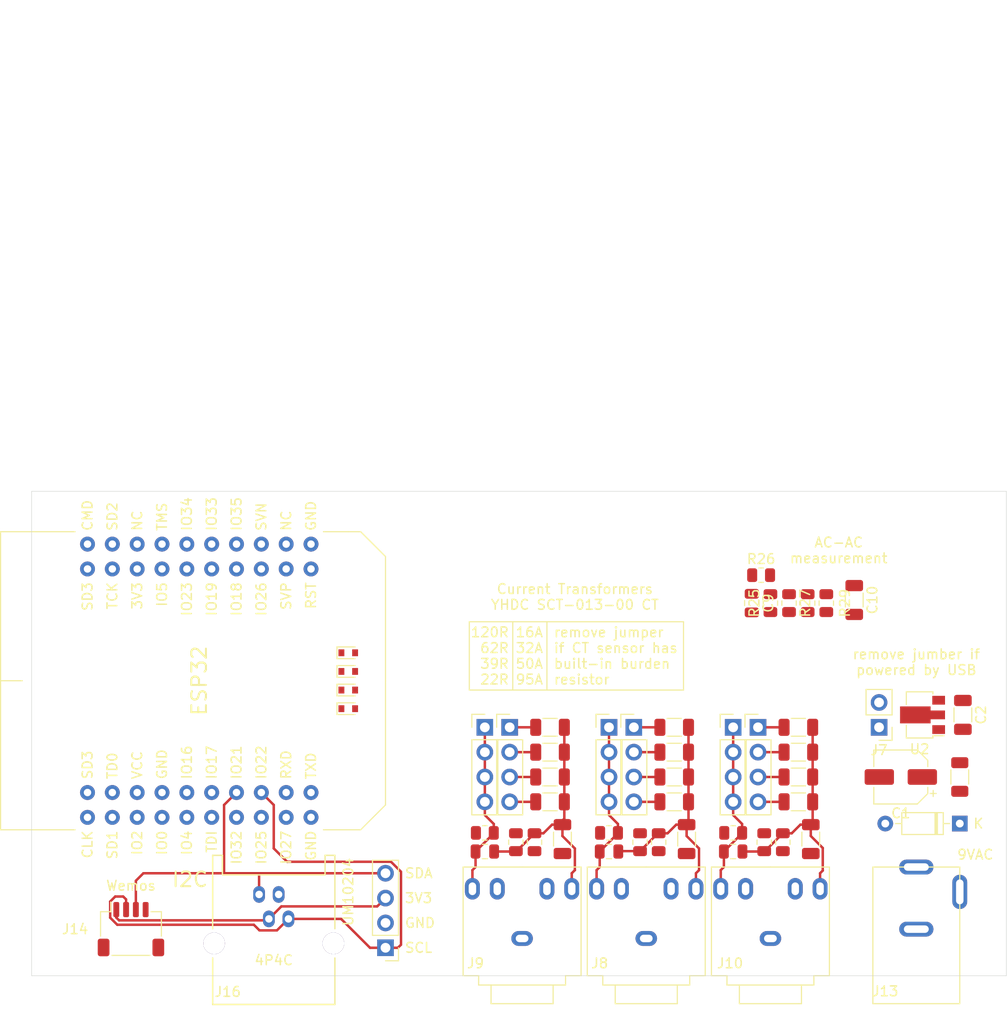
<source format=kicad_pcb>
(kicad_pcb (version 20171130) (host pcbnew "(5.1.10)-1")

  (general
    (thickness 1.6)
    (drawings 34)
    (tracks 132)
    (zones 0)
    (modules 58)
    (nets 35)
  )

  (page A4)
  (title_block
    (title "ESP32 Energy Monitor")
    (date 2021-09-21)
    (rev v1.0)
    (comment 3 https://www.github.com/kbhse)
    (comment 4 klomar)
  )

  (layers
    (0 F.Cu signal)
    (31 B.Cu signal)
    (32 B.Adhes user)
    (33 F.Adhes user)
    (34 B.Paste user)
    (35 F.Paste user)
    (36 B.SilkS user)
    (37 F.SilkS user)
    (38 B.Mask user)
    (39 F.Mask user)
    (40 Dwgs.User user)
    (41 Cmts.User user)
    (42 Eco1.User user)
    (43 Eco2.User user)
    (44 Edge.Cuts user)
    (45 Margin user)
    (46 B.CrtYd user)
    (47 F.CrtYd user)
    (48 B.Fab user)
    (49 F.Fab user)
  )

  (setup
    (last_trace_width 0.25)
    (trace_clearance 0.2)
    (zone_clearance 0.508)
    (zone_45_only no)
    (trace_min 0.2)
    (via_size 0.8)
    (via_drill 0.4)
    (via_min_size 0.4)
    (via_min_drill 0.3)
    (uvia_size 0.3)
    (uvia_drill 0.1)
    (uvias_allowed no)
    (uvia_min_size 0.2)
    (uvia_min_drill 0.1)
    (edge_width 0.05)
    (segment_width 0.2)
    (pcb_text_width 0.3)
    (pcb_text_size 1.5 1.5)
    (mod_edge_width 0.12)
    (mod_text_size 1 1)
    (mod_text_width 0.15)
    (pad_size 1.524 1.524)
    (pad_drill 0.762)
    (pad_to_mask_clearance 0)
    (aux_axis_origin 0 0)
    (visible_elements 7FFFFF7F)
    (pcbplotparams
      (layerselection 0x010fc_ffffffff)
      (usegerberextensions false)
      (usegerberattributes true)
      (usegerberadvancedattributes true)
      (creategerberjobfile true)
      (excludeedgelayer true)
      (linewidth 0.100000)
      (plotframeref false)
      (viasonmask false)
      (mode 1)
      (useauxorigin false)
      (hpglpennumber 1)
      (hpglpenspeed 20)
      (hpglpendiameter 15.000000)
      (psnegative false)
      (psa4output false)
      (plotreference true)
      (plotvalue true)
      (plotinvisibletext false)
      (padsonsilk false)
      (subtractmaskfromsilk false)
      (outputformat 1)
      (mirror false)
      (drillshape 1)
      (scaleselection 1)
      (outputdirectory ""))
  )

  (net 0 "")
  (net 1 GND)
  (net 2 "Net-(C1-Pad1)")
  (net 3 "Net-(C2-Pad1)")
  (net 4 GNDA)
  (net 5 9V_AC)
  (net 6 "Net-(C9-Pad1)")
  (net 7 "Net-(C10-Pad1)")
  (net 8 ADC1_CH5)
  (net 9 ADC1_CH6)
  (net 10 ADC1_CH7)
  (net 11 +3V3)
  (net 12 "Net-(J5-Pad2)")
  (net 13 "Net-(J6-Pad2)")
  (net 14 I2C_SDA)
  (net 15 I2C_SCL)
  (net 16 ADC1_CH4)
  (net 17 TB1)
  (net 18 RB1)
  (net 19 RB2)
  (net 20 RB3)
  (net 21 "Net-(J4-Pad4)")
  (net 22 "Net-(J4-Pad3)")
  (net 23 "Net-(J4-Pad2)")
  (net 24 "Net-(J4-Pad1)")
  (net 25 "Net-(J5-Pad4)")
  (net 26 "Net-(J5-Pad3)")
  (net 27 "Net-(J5-Pad1)")
  (net 28 "Net-(J6-Pad4)")
  (net 29 "Net-(J6-Pad3)")
  (net 30 "Net-(J6-Pad1)")
  (net 31 TB2)
  (net 32 TB3)
  (net 33 "Net-(R25-Pad2)")
  (net 34 "Net-(D1-Pad1)")

  (net_class Default "This is the default net class."
    (clearance 0.2)
    (trace_width 0.25)
    (via_dia 0.8)
    (via_drill 0.4)
    (uvia_dia 0.3)
    (uvia_drill 0.1)
    (add_net +3V3)
    (add_net 9V_AC)
    (add_net ADC1_CH4)
    (add_net ADC1_CH5)
    (add_net ADC1_CH6)
    (add_net ADC1_CH7)
    (add_net GND)
    (add_net GNDA)
    (add_net I2C_SCL)
    (add_net I2C_SDA)
    (add_net "Net-(C1-Pad1)")
    (add_net "Net-(C10-Pad1)")
    (add_net "Net-(C2-Pad1)")
    (add_net "Net-(C9-Pad1)")
    (add_net "Net-(D1-Pad1)")
    (add_net "Net-(J10-PadRN)")
    (add_net "Net-(J4-Pad1)")
    (add_net "Net-(J4-Pad2)")
    (add_net "Net-(J4-Pad3)")
    (add_net "Net-(J4-Pad4)")
    (add_net "Net-(J5-Pad1)")
    (add_net "Net-(J5-Pad2)")
    (add_net "Net-(J5-Pad3)")
    (add_net "Net-(J5-Pad4)")
    (add_net "Net-(J6-Pad1)")
    (add_net "Net-(J6-Pad2)")
    (add_net "Net-(J6-Pad3)")
    (add_net "Net-(J6-Pad4)")
    (add_net "Net-(J8-PadRN)")
    (add_net "Net-(J9-PadRN)")
    (add_net "Net-(R25-Pad2)")
    (add_net "Net-(U1-Pad13)")
    (add_net "Net-(U1-Pad15)")
    (add_net "Net-(U1-Pad17)")
    (add_net "Net-(U1-Pad18)")
    (add_net "Net-(U1-Pad19)")
    (add_net "Net-(U1-Pad2)")
    (add_net "Net-(U1-Pad20)")
    (add_net "Net-(U1-Pad21)")
    (add_net "Net-(U1-Pad22)")
    (add_net "Net-(U1-Pad23)")
    (add_net "Net-(U1-Pad24)")
    (add_net "Net-(U1-Pad25)")
    (add_net "Net-(U1-Pad26)")
    (add_net "Net-(U1-Pad27)")
    (add_net "Net-(U1-Pad29)")
    (add_net "Net-(U1-Pad3)")
    (add_net "Net-(U1-Pad30)")
    (add_net "Net-(U1-Pad31)")
    (add_net "Net-(U1-Pad32)")
    (add_net "Net-(U1-Pad35)")
    (add_net "Net-(U1-Pad37)")
    (add_net "Net-(U1-Pad38)")
    (add_net "Net-(U1-Pad4)")
    (add_net "Net-(U1-Pad40)")
    (add_net "Net-(U1-Pad5)")
    (add_net "Net-(U1-Pad6)")
    (add_net RB1)
    (add_net RB2)
    (add_net RB3)
    (add_net SPI_CLK)
    (add_net SPI_CS)
    (add_net SPI_MISO)
    (add_net SPI_MOSI)
    (add_net TB1)
    (add_net TB2)
    (add_net TB3)
  )

  (module MyFootprints:3.5mm_5_Pin_Socket_PCB_Mount (layer F.Cu) (tedit 613716F1) (tstamp 614A3E4E)
    (at 125.73 120.015 180)
    (path /61609321)
    (fp_text reference J10 (at 4.1275 -3.81) (layer F.SilkS)
      (effects (font (size 1 1) (thickness 0.15)))
    )
    (fp_text value AudioJack3_Ground_Switch_5_pin (at 0 7.62) (layer F.Fab) hide
      (effects (font (size 1 1) (thickness 0.15)))
    )
    (fp_line (start 0 6.0325) (end 6.0325 6.0325) (layer F.SilkS) (width 0.12))
    (fp_line (start 6.0325 6.0325) (end 6.0325 -5.08) (layer F.SilkS) (width 0.12))
    (fp_line (start 4.445 -6.0325) (end 4.445 -5.08) (layer F.SilkS) (width 0.12))
    (fp_line (start 4.445 -5.08) (end 6.0325 -5.08) (layer F.SilkS) (width 0.12))
    (fp_line (start 4.445 -6.0325) (end -4.445 -6.0325) (layer F.SilkS) (width 0.12))
    (fp_line (start -4.445 -6.0325) (end -4.445 -5.08) (layer F.SilkS) (width 0.12))
    (fp_line (start -4.445 -5.08) (end -6.0325 -5.08) (layer F.SilkS) (width 0.12))
    (fp_line (start -6.0325 -5.08) (end -6.0325 6.0325) (layer F.SilkS) (width 0.12))
    (fp_line (start -6.0325 6.0325) (end 0 6.0325) (layer F.SilkS) (width 0.12))
    (fp_line (start 3.175 -7.9375) (end -3.175 -7.9375) (layer F.SilkS) (width 0.12))
    (fp_line (start -3.175 -7.9375) (end -3.175 -6.0325) (layer F.SilkS) (width 0.12))
    (fp_line (start 3.175 -7.9375) (end 3.175 -6.0325) (layer F.SilkS) (width 0.12))
    (pad R thru_hole oval (at 5.08 3.81 180) (size 1.524 2.2) (drill oval 0.762 1.3) (layers *.Cu *.Mask)
      (net 20 RB3))
    (pad RN thru_hole oval (at 2.54 3.81 180) (size 1.524 2.2) (drill oval 0.762 1.3) (layers *.Cu *.Mask))
    (pad T thru_hole oval (at -5.08 3.81 180) (size 1.524 2.2) (drill oval 0.762 1.3) (layers *.Cu *.Mask)
      (net 32 TB3))
    (pad S thru_hole oval (at 0 -1.27 180) (size 2.2 1.524) (drill oval 1.3 0.762) (layers *.Cu *.Mask)
      (net 4 GNDA))
    (pad TN thru_hole oval (at -2.54 3.81 180) (size 1.524 2.2) (drill oval 0.762 1.3) (layers *.Cu *.Mask)
      (net 4 GNDA))
  )

  (module MyFootprints:3.5mm_5_Pin_Socket_PCB_Mount (layer F.Cu) (tedit 613716F1) (tstamp 614A3813)
    (at 100.33 120.015 180)
    (path /615F9FFB)
    (fp_text reference J9 (at 4.7625 -3.81) (layer F.SilkS)
      (effects (font (size 1 1) (thickness 0.15)))
    )
    (fp_text value AudioJack3_Ground_Switch_5_pin (at 0 7.62) (layer F.Fab) hide
      (effects (font (size 1 1) (thickness 0.15)))
    )
    (fp_line (start 0 6.0325) (end 6.0325 6.0325) (layer F.SilkS) (width 0.12))
    (fp_line (start 6.0325 6.0325) (end 6.0325 -5.08) (layer F.SilkS) (width 0.12))
    (fp_line (start 4.445 -6.0325) (end 4.445 -5.08) (layer F.SilkS) (width 0.12))
    (fp_line (start 4.445 -5.08) (end 6.0325 -5.08) (layer F.SilkS) (width 0.12))
    (fp_line (start 4.445 -6.0325) (end -4.445 -6.0325) (layer F.SilkS) (width 0.12))
    (fp_line (start -4.445 -6.0325) (end -4.445 -5.08) (layer F.SilkS) (width 0.12))
    (fp_line (start -4.445 -5.08) (end -6.0325 -5.08) (layer F.SilkS) (width 0.12))
    (fp_line (start -6.0325 -5.08) (end -6.0325 6.0325) (layer F.SilkS) (width 0.12))
    (fp_line (start -6.0325 6.0325) (end 0 6.0325) (layer F.SilkS) (width 0.12))
    (fp_line (start 3.175 -7.9375) (end -3.175 -7.9375) (layer F.SilkS) (width 0.12))
    (fp_line (start -3.175 -7.9375) (end -3.175 -6.0325) (layer F.SilkS) (width 0.12))
    (fp_line (start 3.175 -7.9375) (end 3.175 -6.0325) (layer F.SilkS) (width 0.12))
    (pad R thru_hole oval (at 5.08 3.81 180) (size 1.524 2.2) (drill oval 0.762 1.3) (layers *.Cu *.Mask)
      (net 18 RB1))
    (pad RN thru_hole oval (at 2.54 3.81 180) (size 1.524 2.2) (drill oval 0.762 1.3) (layers *.Cu *.Mask))
    (pad T thru_hole oval (at -5.08 3.81 180) (size 1.524 2.2) (drill oval 0.762 1.3) (layers *.Cu *.Mask)
      (net 17 TB1))
    (pad S thru_hole oval (at 0 -1.27 180) (size 2.2 1.524) (drill oval 1.3 0.762) (layers *.Cu *.Mask)
      (net 4 GNDA))
    (pad TN thru_hole oval (at -2.54 3.81 180) (size 1.524 2.2) (drill oval 0.762 1.3) (layers *.Cu *.Mask)
      (net 4 GNDA))
  )

  (module MyFootprints:3.5mm_5_Pin_Socket_PCB_Mount (layer F.Cu) (tedit 613716F1) (tstamp 614A2312)
    (at 113.03 120.015 180)
    (path /615DD628)
    (fp_text reference J8 (at 4.7625 -3.81) (layer F.SilkS)
      (effects (font (size 1 1) (thickness 0.15)))
    )
    (fp_text value AudioJack3_Ground_Switch_5_pin (at 0 7.62) (layer F.Fab) hide
      (effects (font (size 1 1) (thickness 0.15)))
    )
    (fp_line (start 0 6.0325) (end 6.0325 6.0325) (layer F.SilkS) (width 0.12))
    (fp_line (start 6.0325 6.0325) (end 6.0325 -5.08) (layer F.SilkS) (width 0.12))
    (fp_line (start 4.445 -6.0325) (end 4.445 -5.08) (layer F.SilkS) (width 0.12))
    (fp_line (start 4.445 -5.08) (end 6.0325 -5.08) (layer F.SilkS) (width 0.12))
    (fp_line (start 4.445 -6.0325) (end -4.445 -6.0325) (layer F.SilkS) (width 0.12))
    (fp_line (start -4.445 -6.0325) (end -4.445 -5.08) (layer F.SilkS) (width 0.12))
    (fp_line (start -4.445 -5.08) (end -6.0325 -5.08) (layer F.SilkS) (width 0.12))
    (fp_line (start -6.0325 -5.08) (end -6.0325 6.0325) (layer F.SilkS) (width 0.12))
    (fp_line (start -6.0325 6.0325) (end 0 6.0325) (layer F.SilkS) (width 0.12))
    (fp_line (start 3.175 -7.9375) (end -3.175 -7.9375) (layer F.SilkS) (width 0.12))
    (fp_line (start -3.175 -7.9375) (end -3.175 -6.0325) (layer F.SilkS) (width 0.12))
    (fp_line (start 3.175 -7.9375) (end 3.175 -6.0325) (layer F.SilkS) (width 0.12))
    (pad R thru_hole oval (at 5.08 3.81 180) (size 1.524 2.2) (drill oval 0.762 1.3) (layers *.Cu *.Mask)
      (net 19 RB2))
    (pad RN thru_hole oval (at 2.54 3.81 180) (size 1.524 2.2) (drill oval 0.762 1.3) (layers *.Cu *.Mask))
    (pad T thru_hole oval (at -5.08 3.81 180) (size 1.524 2.2) (drill oval 0.762 1.3) (layers *.Cu *.Mask)
      (net 31 TB2))
    (pad S thru_hole oval (at 0 -1.27 180) (size 2.2 1.524) (drill oval 1.3 0.762) (layers *.Cu *.Mask)
      (net 4 GNDA))
    (pad TN thru_hole oval (at -2.54 3.81 180) (size 1.524 2.2) (drill oval 0.762 1.3) (layers *.Cu *.Mask)
      (net 4 GNDA))
  )

  (module Connector_JST:JST_SH_SM04B-SRSS-TB_1x04-1MP_P1.00mm_Horizontal (layer F.Cu) (tedit 5B78AD87) (tstamp 6146FFEB)
    (at 60.325 120.3325)
    (descr "JST SH series connector, SM04B-SRSS-TB (http://www.jst-mfg.com/product/pdf/eng/eSH.pdf), generated with kicad-footprint-generator")
    (tags "connector JST SH top entry")
    (path /6152D5EB)
    (attr smd)
    (fp_text reference J14 (at -5.715 0) (layer F.SilkS)
      (effects (font (size 1 1) (thickness 0.15)))
    )
    (fp_text value Conn_01x04 (at 0 3.98) (layer F.Fab) hide
      (effects (font (size 1 1) (thickness 0.15)))
    )
    (fp_text user %R (at 0 0) (layer F.Fab)
      (effects (font (size 1 1) (thickness 0.15)))
    )
    (fp_line (start -3 -1.675) (end 3 -1.675) (layer F.Fab) (width 0.1))
    (fp_line (start -3.11 0.715) (end -3.11 -1.785) (layer F.SilkS) (width 0.12))
    (fp_line (start -3.11 -1.785) (end -2.06 -1.785) (layer F.SilkS) (width 0.12))
    (fp_line (start -2.06 -1.785) (end -2.06 -2.775) (layer F.SilkS) (width 0.12))
    (fp_line (start 3.11 0.715) (end 3.11 -1.785) (layer F.SilkS) (width 0.12))
    (fp_line (start 3.11 -1.785) (end 2.06 -1.785) (layer F.SilkS) (width 0.12))
    (fp_line (start -1.94 2.685) (end 1.94 2.685) (layer F.SilkS) (width 0.12))
    (fp_line (start -3 2.575) (end 3 2.575) (layer F.Fab) (width 0.1))
    (fp_line (start -3 -1.675) (end -3 2.575) (layer F.Fab) (width 0.1))
    (fp_line (start 3 -1.675) (end 3 2.575) (layer F.Fab) (width 0.1))
    (fp_line (start -3.9 -3.28) (end -3.9 3.28) (layer F.CrtYd) (width 0.05))
    (fp_line (start -3.9 3.28) (end 3.9 3.28) (layer F.CrtYd) (width 0.05))
    (fp_line (start 3.9 3.28) (end 3.9 -3.28) (layer F.CrtYd) (width 0.05))
    (fp_line (start 3.9 -3.28) (end -3.9 -3.28) (layer F.CrtYd) (width 0.05))
    (fp_line (start -2 -1.675) (end -1.5 -0.967893) (layer F.Fab) (width 0.1))
    (fp_line (start -1.5 -0.967893) (end -1 -1.675) (layer F.Fab) (width 0.1))
    (pad MP smd roundrect (at 2.8 1.875) (size 1.2 1.8) (layers F.Cu F.Paste F.Mask) (roundrect_rratio 0.208333))
    (pad MP smd roundrect (at -2.8 1.875) (size 1.2 1.8) (layers F.Cu F.Paste F.Mask) (roundrect_rratio 0.208333))
    (pad 4 smd roundrect (at 1.5 -2) (size 0.6 1.55) (layers F.Cu F.Paste F.Mask) (roundrect_rratio 0.25)
      (net 1 GND))
    (pad 3 smd roundrect (at 0.5 -2) (size 0.6 1.55) (layers F.Cu F.Paste F.Mask) (roundrect_rratio 0.25)
      (net 14 I2C_SDA))
    (pad 2 smd roundrect (at -0.5 -2) (size 0.6 1.55) (layers F.Cu F.Paste F.Mask) (roundrect_rratio 0.25)
      (net 15 I2C_SCL))
    (pad 1 smd roundrect (at -1.5 -2) (size 0.6 1.55) (layers F.Cu F.Paste F.Mask) (roundrect_rratio 0.25)
      (net 11 +3V3))
    (model ${KISYS3DMOD}/Connector_JST.3dshapes/JST_SH_SM04B-SRSS-TB_1x04-1MP_P1.00mm_Horizontal.wrl
      (at (xyz 0 0 0))
      (scale (xyz 1 1 1))
      (rotate (xyz 0 0 0))
    )
  )

  (module Diode_THT:D_DO-35_SOD27_P7.62mm_Horizontal (layer F.Cu) (tedit 5AE50CD5) (tstamp 61495D86)
    (at 145.0975 109.5375 180)
    (descr "Diode, DO-35_SOD27 series, Axial, Horizontal, pin pitch=7.62mm, , length*diameter=4*2mm^2, , http://www.diodes.com/_files/packages/DO-35.pdf")
    (tags "Diode DO-35_SOD27 series Axial Horizontal pin pitch 7.62mm  length 4mm diameter 2mm")
    (path /6132DEB9)
    (fp_text reference D1 (at 3.81 -2.12) (layer F.SilkS) hide
      (effects (font (size 1 1) (thickness 0.15)))
    )
    (fp_text value IN4148 (at 4.1275 -0.3175) (layer F.Fab)
      (effects (font (size 0.3 0.3) (thickness 0.05)))
    )
    (fp_line (start 8.67 -1.25) (end -1.05 -1.25) (layer F.CrtYd) (width 0.05))
    (fp_line (start 8.67 1.25) (end 8.67 -1.25) (layer F.CrtYd) (width 0.05))
    (fp_line (start -1.05 1.25) (end 8.67 1.25) (layer F.CrtYd) (width 0.05))
    (fp_line (start -1.05 -1.25) (end -1.05 1.25) (layer F.CrtYd) (width 0.05))
    (fp_line (start 2.29 -1.12) (end 2.29 1.12) (layer F.SilkS) (width 0.12))
    (fp_line (start 2.53 -1.12) (end 2.53 1.12) (layer F.SilkS) (width 0.12))
    (fp_line (start 2.41 -1.12) (end 2.41 1.12) (layer F.SilkS) (width 0.12))
    (fp_line (start 6.58 0) (end 5.93 0) (layer F.SilkS) (width 0.12))
    (fp_line (start 1.04 0) (end 1.69 0) (layer F.SilkS) (width 0.12))
    (fp_line (start 5.93 -1.12) (end 1.69 -1.12) (layer F.SilkS) (width 0.12))
    (fp_line (start 5.93 1.12) (end 5.93 -1.12) (layer F.SilkS) (width 0.12))
    (fp_line (start 1.69 1.12) (end 5.93 1.12) (layer F.SilkS) (width 0.12))
    (fp_line (start 1.69 -1.12) (end 1.69 1.12) (layer F.SilkS) (width 0.12))
    (fp_line (start 2.31 -1) (end 2.31 1) (layer F.Fab) (width 0.1))
    (fp_line (start 2.51 -1) (end 2.51 1) (layer F.Fab) (width 0.1))
    (fp_line (start 2.41 -1) (end 2.41 1) (layer F.Fab) (width 0.1))
    (fp_line (start 7.62 0) (end 5.81 0) (layer F.Fab) (width 0.1))
    (fp_line (start 0 0) (end 1.81 0) (layer F.Fab) (width 0.1))
    (fp_line (start 5.81 -1) (end 1.81 -1) (layer F.Fab) (width 0.1))
    (fp_line (start 5.81 1) (end 5.81 -1) (layer F.Fab) (width 0.1))
    (fp_line (start 1.81 1) (end 5.81 1) (layer F.Fab) (width 0.1))
    (fp_line (start 1.81 -1) (end 1.81 1) (layer F.Fab) (width 0.1))
    (fp_text user K (at -1.905 0) (layer F.SilkS)
      (effects (font (size 1 1) (thickness 0.15)))
    )
    (fp_text user K (at 0 -1.8) (layer F.Fab) hide
      (effects (font (size 1 1) (thickness 0.15)))
    )
    (fp_text user %R (at 4.11 0.3175) (layer F.Fab)
      (effects (font (size 0.3 0.3) (thickness 0.05)))
    )
    (pad 2 thru_hole oval (at 7.62 0 180) (size 1.6 1.6) (drill 0.8) (layers *.Cu *.Mask)
      (net 5 9V_AC))
    (pad 1 thru_hole rect (at 0 0 180) (size 1.6 1.6) (drill 0.8) (layers *.Cu *.Mask)
      (net 34 "Net-(D1-Pad1)"))
    (model ${KISYS3DMOD}/Diode_THT.3dshapes/D_DO-35_SOD27_P7.62mm_Horizontal.wrl
      (at (xyz 0 0 0))
      (scale (xyz 1 1 1))
      (rotate (xyz 0 0 0))
    )
  )

  (module Resistor_SMD:R_1206_3216Metric (layer F.Cu) (tedit 5F68FEEE) (tstamp 61487FF2)
    (at 128.5875 99.695 180)
    (descr "Resistor SMD 1206 (3216 Metric), square (rectangular) end terminal, IPC_7351 nominal, (Body size source: IPC-SM-782 page 72, https://www.pcb-3d.com/wordpress/wp-content/uploads/ipc-sm-782a_amendment_1_and_2.pdf), generated with kicad-footprint-generator")
    (tags resistor)
    (path /6149377C)
    (attr smd)
    (fp_text reference R13 (at -4.1275 0) (layer F.SilkS) hide
      (effects (font (size 1 1) (thickness 0.15)))
    )
    (fp_text value 120R (at 0 -0.3175) (layer F.Fab)
      (effects (font (size 0.3 0.3) (thickness 0.05)))
    )
    (fp_line (start 2.28 1.12) (end -2.28 1.12) (layer F.CrtYd) (width 0.05))
    (fp_line (start 2.28 -1.12) (end 2.28 1.12) (layer F.CrtYd) (width 0.05))
    (fp_line (start -2.28 -1.12) (end 2.28 -1.12) (layer F.CrtYd) (width 0.05))
    (fp_line (start -2.28 1.12) (end -2.28 -1.12) (layer F.CrtYd) (width 0.05))
    (fp_line (start -0.727064 0.91) (end 0.727064 0.91) (layer F.SilkS) (width 0.12))
    (fp_line (start -0.727064 -0.91) (end 0.727064 -0.91) (layer F.SilkS) (width 0.12))
    (fp_line (start 1.6 0.8) (end -1.6 0.8) (layer F.Fab) (width 0.1))
    (fp_line (start 1.6 -0.8) (end 1.6 0.8) (layer F.Fab) (width 0.1))
    (fp_line (start -1.6 -0.8) (end 1.6 -0.8) (layer F.Fab) (width 0.1))
    (fp_line (start -1.6 0.8) (end -1.6 -0.8) (layer F.Fab) (width 0.1))
    (fp_text user %R (at 0 0.3175) (layer F.Fab)
      (effects (font (size 0.3 0.3) (thickness 0.05)))
    )
    (pad 2 smd roundrect (at 1.4625 0 180) (size 1.125 1.75) (layers F.Cu F.Paste F.Mask) (roundrect_rratio 0.222222)
      (net 30 "Net-(J6-Pad1)"))
    (pad 1 smd roundrect (at -1.4625 0 180) (size 1.125 1.75) (layers F.Cu F.Paste F.Mask) (roundrect_rratio 0.222222)
      (net 32 TB3))
    (model ${KISYS3DMOD}/Resistor_SMD.3dshapes/R_1206_3216Metric.wrl
      (at (xyz 0 0 0))
      (scale (xyz 1 1 1))
      (rotate (xyz 0 0 0))
    )
  )

  (module Resistor_SMD:R_1206_3216Metric (layer F.Cu) (tedit 5F68FEEE) (tstamp 61487FE1)
    (at 128.5875 102.235 180)
    (descr "Resistor SMD 1206 (3216 Metric), square (rectangular) end terminal, IPC_7351 nominal, (Body size source: IPC-SM-782 page 72, https://www.pcb-3d.com/wordpress/wp-content/uploads/ipc-sm-782a_amendment_1_and_2.pdf), generated with kicad-footprint-generator")
    (tags resistor)
    (path /61493772)
    (attr smd)
    (fp_text reference R12 (at -4.1275 0) (layer F.SilkS) hide
      (effects (font (size 1 1) (thickness 0.15)))
    )
    (fp_text value 62R (at 0 -0.3175) (layer F.Fab)
      (effects (font (size 0.3 0.3) (thickness 0.05)))
    )
    (fp_line (start 2.28 1.12) (end -2.28 1.12) (layer F.CrtYd) (width 0.05))
    (fp_line (start 2.28 -1.12) (end 2.28 1.12) (layer F.CrtYd) (width 0.05))
    (fp_line (start -2.28 -1.12) (end 2.28 -1.12) (layer F.CrtYd) (width 0.05))
    (fp_line (start -2.28 1.12) (end -2.28 -1.12) (layer F.CrtYd) (width 0.05))
    (fp_line (start -0.727064 0.91) (end 0.727064 0.91) (layer F.SilkS) (width 0.12))
    (fp_line (start -0.727064 -0.91) (end 0.727064 -0.91) (layer F.SilkS) (width 0.12))
    (fp_line (start 1.6 0.8) (end -1.6 0.8) (layer F.Fab) (width 0.1))
    (fp_line (start 1.6 -0.8) (end 1.6 0.8) (layer F.Fab) (width 0.1))
    (fp_line (start -1.6 -0.8) (end 1.6 -0.8) (layer F.Fab) (width 0.1))
    (fp_line (start -1.6 0.8) (end -1.6 -0.8) (layer F.Fab) (width 0.1))
    (fp_text user %R (at 0 0.3175) (layer F.Fab)
      (effects (font (size 0.3 0.3) (thickness 0.05)))
    )
    (pad 2 smd roundrect (at 1.4625 0 180) (size 1.125 1.75) (layers F.Cu F.Paste F.Mask) (roundrect_rratio 0.222222)
      (net 13 "Net-(J6-Pad2)"))
    (pad 1 smd roundrect (at -1.4625 0 180) (size 1.125 1.75) (layers F.Cu F.Paste F.Mask) (roundrect_rratio 0.222222)
      (net 32 TB3))
    (model ${KISYS3DMOD}/Resistor_SMD.3dshapes/R_1206_3216Metric.wrl
      (at (xyz 0 0 0))
      (scale (xyz 1 1 1))
      (rotate (xyz 0 0 0))
    )
  )

  (module Resistor_SMD:R_1206_3216Metric (layer F.Cu) (tedit 5F68FEEE) (tstamp 61487FD0)
    (at 128.5875 104.775 180)
    (descr "Resistor SMD 1206 (3216 Metric), square (rectangular) end terminal, IPC_7351 nominal, (Body size source: IPC-SM-782 page 72, https://www.pcb-3d.com/wordpress/wp-content/uploads/ipc-sm-782a_amendment_1_and_2.pdf), generated with kicad-footprint-generator")
    (tags resistor)
    (path /61493768)
    (attr smd)
    (fp_text reference R11 (at -4.1275 0) (layer F.SilkS) hide
      (effects (font (size 1 1) (thickness 0.15)))
    )
    (fp_text value 39R (at 0 -0.3175) (layer F.Fab)
      (effects (font (size 0.3 0.3) (thickness 0.05)))
    )
    (fp_line (start 2.28 1.12) (end -2.28 1.12) (layer F.CrtYd) (width 0.05))
    (fp_line (start 2.28 -1.12) (end 2.28 1.12) (layer F.CrtYd) (width 0.05))
    (fp_line (start -2.28 -1.12) (end 2.28 -1.12) (layer F.CrtYd) (width 0.05))
    (fp_line (start -2.28 1.12) (end -2.28 -1.12) (layer F.CrtYd) (width 0.05))
    (fp_line (start -0.727064 0.91) (end 0.727064 0.91) (layer F.SilkS) (width 0.12))
    (fp_line (start -0.727064 -0.91) (end 0.727064 -0.91) (layer F.SilkS) (width 0.12))
    (fp_line (start 1.6 0.8) (end -1.6 0.8) (layer F.Fab) (width 0.1))
    (fp_line (start 1.6 -0.8) (end 1.6 0.8) (layer F.Fab) (width 0.1))
    (fp_line (start -1.6 -0.8) (end 1.6 -0.8) (layer F.Fab) (width 0.1))
    (fp_line (start -1.6 0.8) (end -1.6 -0.8) (layer F.Fab) (width 0.1))
    (fp_text user %R (at 0 0.3175) (layer F.Fab)
      (effects (font (size 0.3 0.3) (thickness 0.05)))
    )
    (pad 2 smd roundrect (at 1.4625 0 180) (size 1.125 1.75) (layers F.Cu F.Paste F.Mask) (roundrect_rratio 0.222222)
      (net 29 "Net-(J6-Pad3)"))
    (pad 1 smd roundrect (at -1.4625 0 180) (size 1.125 1.75) (layers F.Cu F.Paste F.Mask) (roundrect_rratio 0.222222)
      (net 32 TB3))
    (model ${KISYS3DMOD}/Resistor_SMD.3dshapes/R_1206_3216Metric.wrl
      (at (xyz 0 0 0))
      (scale (xyz 1 1 1))
      (rotate (xyz 0 0 0))
    )
  )

  (module Resistor_SMD:R_1206_3216Metric (layer F.Cu) (tedit 5F68FEEE) (tstamp 61487FBF)
    (at 128.5875 107.315 180)
    (descr "Resistor SMD 1206 (3216 Metric), square (rectangular) end terminal, IPC_7351 nominal, (Body size source: IPC-SM-782 page 72, https://www.pcb-3d.com/wordpress/wp-content/uploads/ipc-sm-782a_amendment_1_and_2.pdf), generated with kicad-footprint-generator")
    (tags resistor)
    (path /6149375E)
    (attr smd)
    (fp_text reference R10 (at -4.1275 0) (layer F.SilkS) hide
      (effects (font (size 1 1) (thickness 0.15)))
    )
    (fp_text value 22R (at 0 -0.3175) (layer F.Fab)
      (effects (font (size 0.3 0.3) (thickness 0.05)))
    )
    (fp_line (start 2.28 1.12) (end -2.28 1.12) (layer F.CrtYd) (width 0.05))
    (fp_line (start 2.28 -1.12) (end 2.28 1.12) (layer F.CrtYd) (width 0.05))
    (fp_line (start -2.28 -1.12) (end 2.28 -1.12) (layer F.CrtYd) (width 0.05))
    (fp_line (start -2.28 1.12) (end -2.28 -1.12) (layer F.CrtYd) (width 0.05))
    (fp_line (start -0.727064 0.91) (end 0.727064 0.91) (layer F.SilkS) (width 0.12))
    (fp_line (start -0.727064 -0.91) (end 0.727064 -0.91) (layer F.SilkS) (width 0.12))
    (fp_line (start 1.6 0.8) (end -1.6 0.8) (layer F.Fab) (width 0.1))
    (fp_line (start 1.6 -0.8) (end 1.6 0.8) (layer F.Fab) (width 0.1))
    (fp_line (start -1.6 -0.8) (end 1.6 -0.8) (layer F.Fab) (width 0.1))
    (fp_line (start -1.6 0.8) (end -1.6 -0.8) (layer F.Fab) (width 0.1))
    (fp_text user %R (at 0 0.3175) (layer F.Fab)
      (effects (font (size 0.3 0.3) (thickness 0.05)))
    )
    (pad 2 smd roundrect (at 1.4625 0 180) (size 1.125 1.75) (layers F.Cu F.Paste F.Mask) (roundrect_rratio 0.222222)
      (net 28 "Net-(J6-Pad4)"))
    (pad 1 smd roundrect (at -1.4625 0 180) (size 1.125 1.75) (layers F.Cu F.Paste F.Mask) (roundrect_rratio 0.222222)
      (net 32 TB3))
    (model ${KISYS3DMOD}/Resistor_SMD.3dshapes/R_1206_3216Metric.wrl
      (at (xyz 0 0 0))
      (scale (xyz 1 1 1))
      (rotate (xyz 0 0 0))
    )
  )

  (module Resistor_SMD:R_1206_3216Metric (layer F.Cu) (tedit 5F68FEEE) (tstamp 61487FAE)
    (at 115.8875 99.695 180)
    (descr "Resistor SMD 1206 (3216 Metric), square (rectangular) end terminal, IPC_7351 nominal, (Body size source: IPC-SM-782 page 72, https://www.pcb-3d.com/wordpress/wp-content/uploads/ipc-sm-782a_amendment_1_and_2.pdf), generated with kicad-footprint-generator")
    (tags resistor)
    (path /614894BD)
    (attr smd)
    (fp_text reference R9 (at -3.4925 0) (layer F.SilkS) hide
      (effects (font (size 1 1) (thickness 0.15)))
    )
    (fp_text value 120R (at 0 -0.3175) (layer F.Fab)
      (effects (font (size 0.3 0.3) (thickness 0.05)))
    )
    (fp_line (start 2.28 1.12) (end -2.28 1.12) (layer F.CrtYd) (width 0.05))
    (fp_line (start 2.28 -1.12) (end 2.28 1.12) (layer F.CrtYd) (width 0.05))
    (fp_line (start -2.28 -1.12) (end 2.28 -1.12) (layer F.CrtYd) (width 0.05))
    (fp_line (start -2.28 1.12) (end -2.28 -1.12) (layer F.CrtYd) (width 0.05))
    (fp_line (start -0.727064 0.91) (end 0.727064 0.91) (layer F.SilkS) (width 0.12))
    (fp_line (start -0.727064 -0.91) (end 0.727064 -0.91) (layer F.SilkS) (width 0.12))
    (fp_line (start 1.6 0.8) (end -1.6 0.8) (layer F.Fab) (width 0.1))
    (fp_line (start 1.6 -0.8) (end 1.6 0.8) (layer F.Fab) (width 0.1))
    (fp_line (start -1.6 -0.8) (end 1.6 -0.8) (layer F.Fab) (width 0.1))
    (fp_line (start -1.6 0.8) (end -1.6 -0.8) (layer F.Fab) (width 0.1))
    (fp_text user %R (at 0 0.3175) (layer F.Fab)
      (effects (font (size 0.3 0.3) (thickness 0.05)))
    )
    (pad 2 smd roundrect (at 1.4625 0 180) (size 1.125 1.75) (layers F.Cu F.Paste F.Mask) (roundrect_rratio 0.222222)
      (net 27 "Net-(J5-Pad1)"))
    (pad 1 smd roundrect (at -1.4625 0 180) (size 1.125 1.75) (layers F.Cu F.Paste F.Mask) (roundrect_rratio 0.222222)
      (net 31 TB2))
    (model ${KISYS3DMOD}/Resistor_SMD.3dshapes/R_1206_3216Metric.wrl
      (at (xyz 0 0 0))
      (scale (xyz 1 1 1))
      (rotate (xyz 0 0 0))
    )
  )

  (module Resistor_SMD:R_1206_3216Metric (layer F.Cu) (tedit 5F68FEEE) (tstamp 61487F9D)
    (at 115.8875 102.235 180)
    (descr "Resistor SMD 1206 (3216 Metric), square (rectangular) end terminal, IPC_7351 nominal, (Body size source: IPC-SM-782 page 72, https://www.pcb-3d.com/wordpress/wp-content/uploads/ipc-sm-782a_amendment_1_and_2.pdf), generated with kicad-footprint-generator")
    (tags resistor)
    (path /614894B3)
    (attr smd)
    (fp_text reference R8 (at -3.4925 0) (layer F.SilkS) hide
      (effects (font (size 1 1) (thickness 0.15)))
    )
    (fp_text value 62R (at 0 -0.3175) (layer F.Fab)
      (effects (font (size 0.3 0.3) (thickness 0.05)))
    )
    (fp_line (start 2.28 1.12) (end -2.28 1.12) (layer F.CrtYd) (width 0.05))
    (fp_line (start 2.28 -1.12) (end 2.28 1.12) (layer F.CrtYd) (width 0.05))
    (fp_line (start -2.28 -1.12) (end 2.28 -1.12) (layer F.CrtYd) (width 0.05))
    (fp_line (start -2.28 1.12) (end -2.28 -1.12) (layer F.CrtYd) (width 0.05))
    (fp_line (start -0.727064 0.91) (end 0.727064 0.91) (layer F.SilkS) (width 0.12))
    (fp_line (start -0.727064 -0.91) (end 0.727064 -0.91) (layer F.SilkS) (width 0.12))
    (fp_line (start 1.6 0.8) (end -1.6 0.8) (layer F.Fab) (width 0.1))
    (fp_line (start 1.6 -0.8) (end 1.6 0.8) (layer F.Fab) (width 0.1))
    (fp_line (start -1.6 -0.8) (end 1.6 -0.8) (layer F.Fab) (width 0.1))
    (fp_line (start -1.6 0.8) (end -1.6 -0.8) (layer F.Fab) (width 0.1))
    (fp_text user %R (at 0 0.3175) (layer F.Fab)
      (effects (font (size 0.3 0.3) (thickness 0.05)))
    )
    (pad 2 smd roundrect (at 1.4625 0 180) (size 1.125 1.75) (layers F.Cu F.Paste F.Mask) (roundrect_rratio 0.222222)
      (net 12 "Net-(J5-Pad2)"))
    (pad 1 smd roundrect (at -1.4625 0 180) (size 1.125 1.75) (layers F.Cu F.Paste F.Mask) (roundrect_rratio 0.222222)
      (net 31 TB2))
    (model ${KISYS3DMOD}/Resistor_SMD.3dshapes/R_1206_3216Metric.wrl
      (at (xyz 0 0 0))
      (scale (xyz 1 1 1))
      (rotate (xyz 0 0 0))
    )
  )

  (module Resistor_SMD:R_1206_3216Metric (layer F.Cu) (tedit 5F68FEEE) (tstamp 61487F8C)
    (at 115.8875 104.775 180)
    (descr "Resistor SMD 1206 (3216 Metric), square (rectangular) end terminal, IPC_7351 nominal, (Body size source: IPC-SM-782 page 72, https://www.pcb-3d.com/wordpress/wp-content/uploads/ipc-sm-782a_amendment_1_and_2.pdf), generated with kicad-footprint-generator")
    (tags resistor)
    (path /614894A9)
    (attr smd)
    (fp_text reference R7 (at -3.4925 0) (layer F.SilkS) hide
      (effects (font (size 1 1) (thickness 0.15)))
    )
    (fp_text value 39R (at 0 -0.3175) (layer F.Fab)
      (effects (font (size 0.3 0.3) (thickness 0.05)))
    )
    (fp_line (start 2.28 1.12) (end -2.28 1.12) (layer F.CrtYd) (width 0.05))
    (fp_line (start 2.28 -1.12) (end 2.28 1.12) (layer F.CrtYd) (width 0.05))
    (fp_line (start -2.28 -1.12) (end 2.28 -1.12) (layer F.CrtYd) (width 0.05))
    (fp_line (start -2.28 1.12) (end -2.28 -1.12) (layer F.CrtYd) (width 0.05))
    (fp_line (start -0.727064 0.91) (end 0.727064 0.91) (layer F.SilkS) (width 0.12))
    (fp_line (start -0.727064 -0.91) (end 0.727064 -0.91) (layer F.SilkS) (width 0.12))
    (fp_line (start 1.6 0.8) (end -1.6 0.8) (layer F.Fab) (width 0.1))
    (fp_line (start 1.6 -0.8) (end 1.6 0.8) (layer F.Fab) (width 0.1))
    (fp_line (start -1.6 -0.8) (end 1.6 -0.8) (layer F.Fab) (width 0.1))
    (fp_line (start -1.6 0.8) (end -1.6 -0.8) (layer F.Fab) (width 0.1))
    (fp_text user %R (at 0 0.3175) (layer F.Fab)
      (effects (font (size 0.3 0.3) (thickness 0.05)))
    )
    (pad 2 smd roundrect (at 1.4625 0 180) (size 1.125 1.75) (layers F.Cu F.Paste F.Mask) (roundrect_rratio 0.222222)
      (net 26 "Net-(J5-Pad3)"))
    (pad 1 smd roundrect (at -1.4625 0 180) (size 1.125 1.75) (layers F.Cu F.Paste F.Mask) (roundrect_rratio 0.222222)
      (net 31 TB2))
    (model ${KISYS3DMOD}/Resistor_SMD.3dshapes/R_1206_3216Metric.wrl
      (at (xyz 0 0 0))
      (scale (xyz 1 1 1))
      (rotate (xyz 0 0 0))
    )
  )

  (module Resistor_SMD:R_1206_3216Metric (layer F.Cu) (tedit 5F68FEEE) (tstamp 61487F7B)
    (at 115.8875 107.315 180)
    (descr "Resistor SMD 1206 (3216 Metric), square (rectangular) end terminal, IPC_7351 nominal, (Body size source: IPC-SM-782 page 72, https://www.pcb-3d.com/wordpress/wp-content/uploads/ipc-sm-782a_amendment_1_and_2.pdf), generated with kicad-footprint-generator")
    (tags resistor)
    (path /6148949F)
    (attr smd)
    (fp_text reference R6 (at -3.4925 0) (layer F.SilkS) hide
      (effects (font (size 1 1) (thickness 0.15)))
    )
    (fp_text value 22R (at 0 -0.3175) (layer F.Fab)
      (effects (font (size 0.3 0.3) (thickness 0.05)))
    )
    (fp_line (start 2.28 1.12) (end -2.28 1.12) (layer F.CrtYd) (width 0.05))
    (fp_line (start 2.28 -1.12) (end 2.28 1.12) (layer F.CrtYd) (width 0.05))
    (fp_line (start -2.28 -1.12) (end 2.28 -1.12) (layer F.CrtYd) (width 0.05))
    (fp_line (start -2.28 1.12) (end -2.28 -1.12) (layer F.CrtYd) (width 0.05))
    (fp_line (start -0.727064 0.91) (end 0.727064 0.91) (layer F.SilkS) (width 0.12))
    (fp_line (start -0.727064 -0.91) (end 0.727064 -0.91) (layer F.SilkS) (width 0.12))
    (fp_line (start 1.6 0.8) (end -1.6 0.8) (layer F.Fab) (width 0.1))
    (fp_line (start 1.6 -0.8) (end 1.6 0.8) (layer F.Fab) (width 0.1))
    (fp_line (start -1.6 -0.8) (end 1.6 -0.8) (layer F.Fab) (width 0.1))
    (fp_line (start -1.6 0.8) (end -1.6 -0.8) (layer F.Fab) (width 0.1))
    (fp_text user %R (at 0 0.3175) (layer F.Fab)
      (effects (font (size 0.3 0.3) (thickness 0.05)))
    )
    (pad 2 smd roundrect (at 1.4625 0 180) (size 1.125 1.75) (layers F.Cu F.Paste F.Mask) (roundrect_rratio 0.222222)
      (net 25 "Net-(J5-Pad4)"))
    (pad 1 smd roundrect (at -1.4625 0 180) (size 1.125 1.75) (layers F.Cu F.Paste F.Mask) (roundrect_rratio 0.222222)
      (net 31 TB2))
    (model ${KISYS3DMOD}/Resistor_SMD.3dshapes/R_1206_3216Metric.wrl
      (at (xyz 0 0 0))
      (scale (xyz 1 1 1))
      (rotate (xyz 0 0 0))
    )
  )

  (module Connector_PinHeader_2.54mm:PinHeader_1x04_P2.54mm_Vertical (layer F.Cu) (tedit 59FED5CC) (tstamp 61487E0E)
    (at 124.46 99.695)
    (descr "Through hole straight pin header, 1x04, 2.54mm pitch, single row")
    (tags "Through hole pin header THT 1x04 2.54mm single row")
    (path /614930A4)
    (fp_text reference J6 (at 0 -2.33) (layer F.SilkS) hide
      (effects (font (size 1 1) (thickness 0.15)))
    )
    (fp_text value Conn_01x04 (at 0 9.95) (layer F.Fab) hide
      (effects (font (size 1 1) (thickness 0.15)))
    )
    (fp_line (start 1.8 -1.8) (end -1.8 -1.8) (layer F.CrtYd) (width 0.05))
    (fp_line (start 1.8 9.4) (end 1.8 -1.8) (layer F.CrtYd) (width 0.05))
    (fp_line (start -1.8 9.4) (end 1.8 9.4) (layer F.CrtYd) (width 0.05))
    (fp_line (start -1.8 -1.8) (end -1.8 9.4) (layer F.CrtYd) (width 0.05))
    (fp_line (start -1.33 -1.33) (end 0 -1.33) (layer F.SilkS) (width 0.12))
    (fp_line (start -1.33 0) (end -1.33 -1.33) (layer F.SilkS) (width 0.12))
    (fp_line (start -1.33 1.27) (end 1.33 1.27) (layer F.SilkS) (width 0.12))
    (fp_line (start 1.33 1.27) (end 1.33 8.95) (layer F.SilkS) (width 0.12))
    (fp_line (start -1.33 1.27) (end -1.33 8.95) (layer F.SilkS) (width 0.12))
    (fp_line (start -1.33 8.95) (end 1.33 8.95) (layer F.SilkS) (width 0.12))
    (fp_line (start -1.27 -0.635) (end -0.635 -1.27) (layer F.Fab) (width 0.1))
    (fp_line (start -1.27 8.89) (end -1.27 -0.635) (layer F.Fab) (width 0.1))
    (fp_line (start 1.27 8.89) (end -1.27 8.89) (layer F.Fab) (width 0.1))
    (fp_line (start 1.27 -1.27) (end 1.27 8.89) (layer F.Fab) (width 0.1))
    (fp_line (start -0.635 -1.27) (end 1.27 -1.27) (layer F.Fab) (width 0.1))
    (fp_text user %R (at 0 -2.2225 180) (layer F.Fab)
      (effects (font (size 0.3 0.3) (thickness 0.05)))
    )
    (pad 4 thru_hole oval (at 0 7.62) (size 1.7 1.7) (drill 1) (layers *.Cu *.Mask)
      (net 28 "Net-(J6-Pad4)"))
    (pad 3 thru_hole oval (at 0 5.08) (size 1.7 1.7) (drill 1) (layers *.Cu *.Mask)
      (net 29 "Net-(J6-Pad3)"))
    (pad 2 thru_hole oval (at 0 2.54) (size 1.7 1.7) (drill 1) (layers *.Cu *.Mask)
      (net 13 "Net-(J6-Pad2)"))
    (pad 1 thru_hole rect (at 0 0) (size 1.7 1.7) (drill 1) (layers *.Cu *.Mask)
      (net 30 "Net-(J6-Pad1)"))
    (model ${KISYS3DMOD}/Connector_PinHeader_2.54mm.3dshapes/PinHeader_1x04_P2.54mm_Vertical.wrl
      (at (xyz 0 0 0))
      (scale (xyz 1 1 1))
      (rotate (xyz 0 0 0))
    )
  )

  (module Connector_PinHeader_2.54mm:PinHeader_1x04_P2.54mm_Vertical (layer F.Cu) (tedit 59FED5CC) (tstamp 61487DF6)
    (at 111.76 99.695)
    (descr "Through hole straight pin header, 1x04, 2.54mm pitch, single row")
    (tags "Through hole pin header THT 1x04 2.54mm single row")
    (path /61488E5D)
    (fp_text reference J5 (at 0 -2.33) (layer F.SilkS) hide
      (effects (font (size 1 1) (thickness 0.15)))
    )
    (fp_text value Conn_01x04 (at 0 9.95) (layer F.Fab) hide
      (effects (font (size 1 1) (thickness 0.15)))
    )
    (fp_line (start 1.8 -1.8) (end -1.8 -1.8) (layer F.CrtYd) (width 0.05))
    (fp_line (start 1.8 9.4) (end 1.8 -1.8) (layer F.CrtYd) (width 0.05))
    (fp_line (start -1.8 9.4) (end 1.8 9.4) (layer F.CrtYd) (width 0.05))
    (fp_line (start -1.8 -1.8) (end -1.8 9.4) (layer F.CrtYd) (width 0.05))
    (fp_line (start -1.33 -1.33) (end 0 -1.33) (layer F.SilkS) (width 0.12))
    (fp_line (start -1.33 0) (end -1.33 -1.33) (layer F.SilkS) (width 0.12))
    (fp_line (start -1.33 1.27) (end 1.33 1.27) (layer F.SilkS) (width 0.12))
    (fp_line (start 1.33 1.27) (end 1.33 8.95) (layer F.SilkS) (width 0.12))
    (fp_line (start -1.33 1.27) (end -1.33 8.95) (layer F.SilkS) (width 0.12))
    (fp_line (start -1.33 8.95) (end 1.33 8.95) (layer F.SilkS) (width 0.12))
    (fp_line (start -1.27 -0.635) (end -0.635 -1.27) (layer F.Fab) (width 0.1))
    (fp_line (start -1.27 8.89) (end -1.27 -0.635) (layer F.Fab) (width 0.1))
    (fp_line (start 1.27 8.89) (end -1.27 8.89) (layer F.Fab) (width 0.1))
    (fp_line (start 1.27 -1.27) (end 1.27 8.89) (layer F.Fab) (width 0.1))
    (fp_line (start -0.635 -1.27) (end 1.27 -1.27) (layer F.Fab) (width 0.1))
    (fp_text user %R (at 0 -2.2225 180) (layer F.Fab)
      (effects (font (size 0.3 0.3) (thickness 0.05)))
    )
    (pad 4 thru_hole oval (at 0 7.62) (size 1.7 1.7) (drill 1) (layers *.Cu *.Mask)
      (net 25 "Net-(J5-Pad4)"))
    (pad 3 thru_hole oval (at 0 5.08) (size 1.7 1.7) (drill 1) (layers *.Cu *.Mask)
      (net 26 "Net-(J5-Pad3)"))
    (pad 2 thru_hole oval (at 0 2.54) (size 1.7 1.7) (drill 1) (layers *.Cu *.Mask)
      (net 12 "Net-(J5-Pad2)"))
    (pad 1 thru_hole rect (at 0 0) (size 1.7 1.7) (drill 1) (layers *.Cu *.Mask)
      (net 27 "Net-(J5-Pad1)"))
    (model ${KISYS3DMOD}/Connector_PinHeader_2.54mm.3dshapes/PinHeader_1x04_P2.54mm_Vertical.wrl
      (at (xyz 0 0 0))
      (scale (xyz 1 1 1))
      (rotate (xyz 0 0 0))
    )
  )

  (module Connector_PinHeader_2.54mm:PinHeader_1x04_P2.54mm_Vertical (layer F.Cu) (tedit 59FED5CC) (tstamp 61487DC7)
    (at 121.92 99.695)
    (descr "Through hole straight pin header, 1x04, 2.54mm pitch, single row")
    (tags "Through hole pin header THT 1x04 2.54mm single row")
    (path /61493754)
    (fp_text reference J3 (at 0 -2.33) (layer F.SilkS) hide
      (effects (font (size 1 1) (thickness 0.15)))
    )
    (fp_text value Conn_01x04 (at 0 9.95) (layer F.Fab) hide
      (effects (font (size 1 1) (thickness 0.15)))
    )
    (fp_line (start 1.8 -1.8) (end -1.8 -1.8) (layer F.CrtYd) (width 0.05))
    (fp_line (start 1.8 9.4) (end 1.8 -1.8) (layer F.CrtYd) (width 0.05))
    (fp_line (start -1.8 9.4) (end 1.8 9.4) (layer F.CrtYd) (width 0.05))
    (fp_line (start -1.8 -1.8) (end -1.8 9.4) (layer F.CrtYd) (width 0.05))
    (fp_line (start -1.33 -1.33) (end 0 -1.33) (layer F.SilkS) (width 0.12))
    (fp_line (start -1.33 0) (end -1.33 -1.33) (layer F.SilkS) (width 0.12))
    (fp_line (start -1.33 1.27) (end 1.33 1.27) (layer F.SilkS) (width 0.12))
    (fp_line (start 1.33 1.27) (end 1.33 8.95) (layer F.SilkS) (width 0.12))
    (fp_line (start -1.33 1.27) (end -1.33 8.95) (layer F.SilkS) (width 0.12))
    (fp_line (start -1.33 8.95) (end 1.33 8.95) (layer F.SilkS) (width 0.12))
    (fp_line (start -1.27 -0.635) (end -0.635 -1.27) (layer F.Fab) (width 0.1))
    (fp_line (start -1.27 8.89) (end -1.27 -0.635) (layer F.Fab) (width 0.1))
    (fp_line (start 1.27 8.89) (end -1.27 8.89) (layer F.Fab) (width 0.1))
    (fp_line (start 1.27 -1.27) (end 1.27 8.89) (layer F.Fab) (width 0.1))
    (fp_line (start -0.635 -1.27) (end 1.27 -1.27) (layer F.Fab) (width 0.1))
    (fp_text user %R (at 0 -2.2225 180) (layer F.Fab)
      (effects (font (size 0.3 0.3) (thickness 0.05)))
    )
    (pad 4 thru_hole oval (at 0 7.62) (size 1.7 1.7) (drill 1) (layers *.Cu *.Mask)
      (net 20 RB3))
    (pad 3 thru_hole oval (at 0 5.08) (size 1.7 1.7) (drill 1) (layers *.Cu *.Mask)
      (net 20 RB3))
    (pad 2 thru_hole oval (at 0 2.54) (size 1.7 1.7) (drill 1) (layers *.Cu *.Mask)
      (net 20 RB3))
    (pad 1 thru_hole rect (at 0 0) (size 1.7 1.7) (drill 1) (layers *.Cu *.Mask)
      (net 20 RB3))
    (model ${KISYS3DMOD}/Connector_PinHeader_2.54mm.3dshapes/PinHeader_1x04_P2.54mm_Vertical.wrl
      (at (xyz 0 0 0))
      (scale (xyz 1 1 1))
      (rotate (xyz 0 0 0))
    )
  )

  (module Connector_PinHeader_2.54mm:PinHeader_1x04_P2.54mm_Vertical (layer F.Cu) (tedit 59FED5CC) (tstamp 61487DAF)
    (at 109.22 99.695)
    (descr "Through hole straight pin header, 1x04, 2.54mm pitch, single row")
    (tags "Through hole pin header THT 1x04 2.54mm single row")
    (path /61489495)
    (fp_text reference J2 (at 0 -2.33) (layer F.SilkS) hide
      (effects (font (size 1 1) (thickness 0.15)))
    )
    (fp_text value Conn_01x04 (at 0 9.95) (layer F.Fab) hide
      (effects (font (size 1 1) (thickness 0.15)))
    )
    (fp_line (start 1.8 -1.8) (end -1.8 -1.8) (layer F.CrtYd) (width 0.05))
    (fp_line (start 1.8 9.4) (end 1.8 -1.8) (layer F.CrtYd) (width 0.05))
    (fp_line (start -1.8 9.4) (end 1.8 9.4) (layer F.CrtYd) (width 0.05))
    (fp_line (start -1.8 -1.8) (end -1.8 9.4) (layer F.CrtYd) (width 0.05))
    (fp_line (start -1.33 -1.33) (end 0 -1.33) (layer F.SilkS) (width 0.12))
    (fp_line (start -1.33 0) (end -1.33 -1.33) (layer F.SilkS) (width 0.12))
    (fp_line (start -1.33 1.27) (end 1.33 1.27) (layer F.SilkS) (width 0.12))
    (fp_line (start 1.33 1.27) (end 1.33 8.95) (layer F.SilkS) (width 0.12))
    (fp_line (start -1.33 1.27) (end -1.33 8.95) (layer F.SilkS) (width 0.12))
    (fp_line (start -1.33 8.95) (end 1.33 8.95) (layer F.SilkS) (width 0.12))
    (fp_line (start -1.27 -0.635) (end -0.635 -1.27) (layer F.Fab) (width 0.1))
    (fp_line (start -1.27 8.89) (end -1.27 -0.635) (layer F.Fab) (width 0.1))
    (fp_line (start 1.27 8.89) (end -1.27 8.89) (layer F.Fab) (width 0.1))
    (fp_line (start 1.27 -1.27) (end 1.27 8.89) (layer F.Fab) (width 0.1))
    (fp_line (start -0.635 -1.27) (end 1.27 -1.27) (layer F.Fab) (width 0.1))
    (fp_text user %R (at 0 -2.2225 180) (layer F.Fab)
      (effects (font (size 0.3 0.3) (thickness 0.05)))
    )
    (pad 4 thru_hole oval (at 0 7.62) (size 1.7 1.7) (drill 1) (layers *.Cu *.Mask)
      (net 19 RB2))
    (pad 3 thru_hole oval (at 0 5.08) (size 1.7 1.7) (drill 1) (layers *.Cu *.Mask)
      (net 19 RB2))
    (pad 2 thru_hole oval (at 0 2.54) (size 1.7 1.7) (drill 1) (layers *.Cu *.Mask)
      (net 19 RB2))
    (pad 1 thru_hole rect (at 0 0) (size 1.7 1.7) (drill 1) (layers *.Cu *.Mask)
      (net 19 RB2))
    (model ${KISYS3DMOD}/Connector_PinHeader_2.54mm.3dshapes/PinHeader_1x04_P2.54mm_Vertical.wrl
      (at (xyz 0 0 0))
      (scale (xyz 1 1 1))
      (rotate (xyz 0 0 0))
    )
  )

  (module Resistor_SMD:R_1206_3216Metric (layer F.Cu) (tedit 5F68FEEE) (tstamp 6147026F)
    (at 103.1875 99.695 180)
    (descr "Resistor SMD 1206 (3216 Metric), square (rectangular) end terminal, IPC_7351 nominal, (Body size source: IPC-SM-782 page 72, https://www.pcb-3d.com/wordpress/wp-content/uploads/ipc-sm-782a_amendment_1_and_2.pdf), generated with kicad-footprint-generator")
    (tags resistor)
    (path /6148002A)
    (attr smd)
    (fp_text reference R5 (at 0 -1.82) (layer F.SilkS) hide
      (effects (font (size 1 1) (thickness 0.15)))
    )
    (fp_text value 120R (at 0 -0.3175) (layer F.Fab)
      (effects (font (size 0.3 0.3) (thickness 0.05)))
    )
    (fp_line (start 2.28 1.12) (end -2.28 1.12) (layer F.CrtYd) (width 0.05))
    (fp_line (start 2.28 -1.12) (end 2.28 1.12) (layer F.CrtYd) (width 0.05))
    (fp_line (start -2.28 -1.12) (end 2.28 -1.12) (layer F.CrtYd) (width 0.05))
    (fp_line (start -2.28 1.12) (end -2.28 -1.12) (layer F.CrtYd) (width 0.05))
    (fp_line (start -0.727064 0.91) (end 0.727064 0.91) (layer F.SilkS) (width 0.12))
    (fp_line (start -0.727064 -0.91) (end 0.727064 -0.91) (layer F.SilkS) (width 0.12))
    (fp_line (start 1.6 0.8) (end -1.6 0.8) (layer F.Fab) (width 0.1))
    (fp_line (start 1.6 -0.8) (end 1.6 0.8) (layer F.Fab) (width 0.1))
    (fp_line (start -1.6 -0.8) (end 1.6 -0.8) (layer F.Fab) (width 0.1))
    (fp_line (start -1.6 0.8) (end -1.6 -0.8) (layer F.Fab) (width 0.1))
    (fp_text user %R (at 0 0.3175) (layer F.Fab)
      (effects (font (size 0.3 0.3) (thickness 0.05)))
    )
    (pad 2 smd roundrect (at 1.4625 0 180) (size 1.125 1.75) (layers F.Cu F.Paste F.Mask) (roundrect_rratio 0.222222)
      (net 24 "Net-(J4-Pad1)"))
    (pad 1 smd roundrect (at -1.4625 0 180) (size 1.125 1.75) (layers F.Cu F.Paste F.Mask) (roundrect_rratio 0.222222)
      (net 17 TB1))
    (model ${KISYS3DMOD}/Resistor_SMD.3dshapes/R_1206_3216Metric.wrl
      (at (xyz 0 0 0))
      (scale (xyz 1 1 1))
      (rotate (xyz 0 0 0))
    )
  )

  (module Resistor_SMD:R_1206_3216Metric (layer F.Cu) (tedit 5F68FEEE) (tstamp 6147003E)
    (at 103.1875 102.235 180)
    (descr "Resistor SMD 1206 (3216 Metric), square (rectangular) end terminal, IPC_7351 nominal, (Body size source: IPC-SM-782 page 72, https://www.pcb-3d.com/wordpress/wp-content/uploads/ipc-sm-782a_amendment_1_and_2.pdf), generated with kicad-footprint-generator")
    (tags resistor)
    (path /6147F658)
    (attr smd)
    (fp_text reference R4 (at 0 -1.82) (layer F.SilkS) hide
      (effects (font (size 1 1) (thickness 0.15)))
    )
    (fp_text value 62R (at 0 -0.3175) (layer F.Fab)
      (effects (font (size 0.3 0.3) (thickness 0.05)))
    )
    (fp_line (start 2.28 1.12) (end -2.28 1.12) (layer F.CrtYd) (width 0.05))
    (fp_line (start 2.28 -1.12) (end 2.28 1.12) (layer F.CrtYd) (width 0.05))
    (fp_line (start -2.28 -1.12) (end 2.28 -1.12) (layer F.CrtYd) (width 0.05))
    (fp_line (start -2.28 1.12) (end -2.28 -1.12) (layer F.CrtYd) (width 0.05))
    (fp_line (start -0.727064 0.91) (end 0.727064 0.91) (layer F.SilkS) (width 0.12))
    (fp_line (start -0.727064 -0.91) (end 0.727064 -0.91) (layer F.SilkS) (width 0.12))
    (fp_line (start 1.6 0.8) (end -1.6 0.8) (layer F.Fab) (width 0.1))
    (fp_line (start 1.6 -0.8) (end 1.6 0.8) (layer F.Fab) (width 0.1))
    (fp_line (start -1.6 -0.8) (end 1.6 -0.8) (layer F.Fab) (width 0.1))
    (fp_line (start -1.6 0.8) (end -1.6 -0.8) (layer F.Fab) (width 0.1))
    (fp_text user %R (at 0 0.3175) (layer F.Fab)
      (effects (font (size 0.3 0.3) (thickness 0.05)))
    )
    (pad 2 smd roundrect (at 1.4625 0 180) (size 1.125 1.75) (layers F.Cu F.Paste F.Mask) (roundrect_rratio 0.222222)
      (net 23 "Net-(J4-Pad2)"))
    (pad 1 smd roundrect (at -1.4625 0 180) (size 1.125 1.75) (layers F.Cu F.Paste F.Mask) (roundrect_rratio 0.222222)
      (net 17 TB1))
    (model ${KISYS3DMOD}/Resistor_SMD.3dshapes/R_1206_3216Metric.wrl
      (at (xyz 0 0 0))
      (scale (xyz 1 1 1))
      (rotate (xyz 0 0 0))
    )
  )

  (module Resistor_SMD:R_1206_3216Metric (layer F.Cu) (tedit 5F68FEEE) (tstamp 6147002D)
    (at 103.1875 104.775 180)
    (descr "Resistor SMD 1206 (3216 Metric), square (rectangular) end terminal, IPC_7351 nominal, (Body size source: IPC-SM-782 page 72, https://www.pcb-3d.com/wordpress/wp-content/uploads/ipc-sm-782a_amendment_1_and_2.pdf), generated with kicad-footprint-generator")
    (tags resistor)
    (path /6147EC7B)
    (attr smd)
    (fp_text reference R3 (at 0 -1.82) (layer F.SilkS) hide
      (effects (font (size 1 1) (thickness 0.15)))
    )
    (fp_text value 39R (at 0 -0.3175) (layer F.Fab)
      (effects (font (size 0.3 0.3) (thickness 0.05)))
    )
    (fp_line (start 2.28 1.12) (end -2.28 1.12) (layer F.CrtYd) (width 0.05))
    (fp_line (start 2.28 -1.12) (end 2.28 1.12) (layer F.CrtYd) (width 0.05))
    (fp_line (start -2.28 -1.12) (end 2.28 -1.12) (layer F.CrtYd) (width 0.05))
    (fp_line (start -2.28 1.12) (end -2.28 -1.12) (layer F.CrtYd) (width 0.05))
    (fp_line (start -0.727064 0.91) (end 0.727064 0.91) (layer F.SilkS) (width 0.12))
    (fp_line (start -0.727064 -0.91) (end 0.727064 -0.91) (layer F.SilkS) (width 0.12))
    (fp_line (start 1.6 0.8) (end -1.6 0.8) (layer F.Fab) (width 0.1))
    (fp_line (start 1.6 -0.8) (end 1.6 0.8) (layer F.Fab) (width 0.1))
    (fp_line (start -1.6 -0.8) (end 1.6 -0.8) (layer F.Fab) (width 0.1))
    (fp_line (start -1.6 0.8) (end -1.6 -0.8) (layer F.Fab) (width 0.1))
    (fp_text user %R (at 0 0.3175) (layer F.Fab)
      (effects (font (size 0.3 0.3) (thickness 0.05)))
    )
    (pad 2 smd roundrect (at 1.4625 0 180) (size 1.125 1.75) (layers F.Cu F.Paste F.Mask) (roundrect_rratio 0.222222)
      (net 22 "Net-(J4-Pad3)"))
    (pad 1 smd roundrect (at -1.4625 0 180) (size 1.125 1.75) (layers F.Cu F.Paste F.Mask) (roundrect_rratio 0.222222)
      (net 17 TB1))
    (model ${KISYS3DMOD}/Resistor_SMD.3dshapes/R_1206_3216Metric.wrl
      (at (xyz 0 0 0))
      (scale (xyz 1 1 1))
      (rotate (xyz 0 0 0))
    )
  )

  (module Resistor_SMD:R_1206_3216Metric (layer F.Cu) (tedit 5F68FEEE) (tstamp 6147001C)
    (at 103.1875 107.315 180)
    (descr "Resistor SMD 1206 (3216 Metric), square (rectangular) end terminal, IPC_7351 nominal, (Body size source: IPC-SM-782 page 72, https://www.pcb-3d.com/wordpress/wp-content/uploads/ipc-sm-782a_amendment_1_and_2.pdf), generated with kicad-footprint-generator")
    (tags resistor)
    (path /6147A052)
    (attr smd)
    (fp_text reference R2 (at 0 -1.82) (layer F.SilkS) hide
      (effects (font (size 1 1) (thickness 0.15)))
    )
    (fp_text value 22R (at 0 -0.3175) (layer F.Fab)
      (effects (font (size 0.3 0.3) (thickness 0.05)))
    )
    (fp_line (start 2.28 1.12) (end -2.28 1.12) (layer F.CrtYd) (width 0.05))
    (fp_line (start 2.28 -1.12) (end 2.28 1.12) (layer F.CrtYd) (width 0.05))
    (fp_line (start -2.28 -1.12) (end 2.28 -1.12) (layer F.CrtYd) (width 0.05))
    (fp_line (start -2.28 1.12) (end -2.28 -1.12) (layer F.CrtYd) (width 0.05))
    (fp_line (start -0.727064 0.91) (end 0.727064 0.91) (layer F.SilkS) (width 0.12))
    (fp_line (start -0.727064 -0.91) (end 0.727064 -0.91) (layer F.SilkS) (width 0.12))
    (fp_line (start 1.6 0.8) (end -1.6 0.8) (layer F.Fab) (width 0.1))
    (fp_line (start 1.6 -0.8) (end 1.6 0.8) (layer F.Fab) (width 0.1))
    (fp_line (start -1.6 -0.8) (end 1.6 -0.8) (layer F.Fab) (width 0.1))
    (fp_line (start -1.6 0.8) (end -1.6 -0.8) (layer F.Fab) (width 0.1))
    (fp_text user %R (at 0 0.3175) (layer F.Fab)
      (effects (font (size 0.3 0.3) (thickness 0.05)))
    )
    (pad 2 smd roundrect (at 1.4625 0 180) (size 1.125 1.75) (layers F.Cu F.Paste F.Mask) (roundrect_rratio 0.222222)
      (net 21 "Net-(J4-Pad4)"))
    (pad 1 smd roundrect (at -1.4625 0 180) (size 1.125 1.75) (layers F.Cu F.Paste F.Mask) (roundrect_rratio 0.222222)
      (net 17 TB1))
    (model ${KISYS3DMOD}/Resistor_SMD.3dshapes/R_1206_3216Metric.wrl
      (at (xyz 0 0 0))
      (scale (xyz 1 1 1))
      (rotate (xyz 0 0 0))
    )
  )

  (module Connector_PinHeader_2.54mm:PinHeader_1x04_P2.54mm_Vertical (layer F.Cu) (tedit 59FED5CC) (tstamp 6146FFD3)
    (at 99.06 99.695)
    (descr "Through hole straight pin header, 1x04, 2.54mm pitch, single row")
    (tags "Through hole pin header THT 1x04 2.54mm single row")
    (path /61472CFE)
    (fp_text reference J4 (at 0 -2.33) (layer F.SilkS) hide
      (effects (font (size 1 1) (thickness 0.15)))
    )
    (fp_text value Conn_01x04 (at 0 9.95) (layer F.Fab) hide
      (effects (font (size 1 1) (thickness 0.15)))
    )
    (fp_line (start 1.8 -1.8) (end -1.8 -1.8) (layer F.CrtYd) (width 0.05))
    (fp_line (start 1.8 9.4) (end 1.8 -1.8) (layer F.CrtYd) (width 0.05))
    (fp_line (start -1.8 9.4) (end 1.8 9.4) (layer F.CrtYd) (width 0.05))
    (fp_line (start -1.8 -1.8) (end -1.8 9.4) (layer F.CrtYd) (width 0.05))
    (fp_line (start -1.33 -1.33) (end 0 -1.33) (layer F.SilkS) (width 0.12))
    (fp_line (start -1.33 0) (end -1.33 -1.33) (layer F.SilkS) (width 0.12))
    (fp_line (start -1.33 1.27) (end 1.33 1.27) (layer F.SilkS) (width 0.12))
    (fp_line (start 1.33 1.27) (end 1.33 8.95) (layer F.SilkS) (width 0.12))
    (fp_line (start -1.33 1.27) (end -1.33 8.95) (layer F.SilkS) (width 0.12))
    (fp_line (start -1.33 8.95) (end 1.33 8.95) (layer F.SilkS) (width 0.12))
    (fp_line (start -1.27 -0.635) (end -0.635 -1.27) (layer F.Fab) (width 0.1))
    (fp_line (start -1.27 8.89) (end -1.27 -0.635) (layer F.Fab) (width 0.1))
    (fp_line (start 1.27 8.89) (end -1.27 8.89) (layer F.Fab) (width 0.1))
    (fp_line (start 1.27 -1.27) (end 1.27 8.89) (layer F.Fab) (width 0.1))
    (fp_line (start -0.635 -1.27) (end 1.27 -1.27) (layer F.Fab) (width 0.1))
    (fp_text user %R (at 0 -2.2225 180) (layer F.Fab)
      (effects (font (size 0.3 0.3) (thickness 0.05)))
    )
    (pad 4 thru_hole oval (at 0 7.62) (size 1.7 1.7) (drill 1) (layers *.Cu *.Mask)
      (net 21 "Net-(J4-Pad4)"))
    (pad 3 thru_hole oval (at 0 5.08) (size 1.7 1.7) (drill 1) (layers *.Cu *.Mask)
      (net 22 "Net-(J4-Pad3)"))
    (pad 2 thru_hole oval (at 0 2.54) (size 1.7 1.7) (drill 1) (layers *.Cu *.Mask)
      (net 23 "Net-(J4-Pad2)"))
    (pad 1 thru_hole rect (at 0 0) (size 1.7 1.7) (drill 1) (layers *.Cu *.Mask)
      (net 24 "Net-(J4-Pad1)"))
    (model ${KISYS3DMOD}/Connector_PinHeader_2.54mm.3dshapes/PinHeader_1x04_P2.54mm_Vertical.wrl
      (at (xyz 0 0 0))
      (scale (xyz 1 1 1))
      (rotate (xyz 0 0 0))
    )
  )

  (module Connector_PinHeader_2.54mm:PinHeader_1x04_P2.54mm_Vertical (layer F.Cu) (tedit 59FED5CC) (tstamp 6146FFBB)
    (at 96.52 99.695)
    (descr "Through hole straight pin header, 1x04, 2.54mm pitch, single row")
    (tags "Through hole pin header THT 1x04 2.54mm single row")
    (path /61474F80)
    (fp_text reference J1 (at 0 -2.33) (layer F.SilkS) hide
      (effects (font (size 1 1) (thickness 0.15)))
    )
    (fp_text value Conn_01x04 (at 0 9.95) (layer F.Fab) hide
      (effects (font (size 1 1) (thickness 0.15)))
    )
    (fp_line (start 1.8 -1.8) (end -1.8 -1.8) (layer F.CrtYd) (width 0.05))
    (fp_line (start 1.8 9.4) (end 1.8 -1.8) (layer F.CrtYd) (width 0.05))
    (fp_line (start -1.8 9.4) (end 1.8 9.4) (layer F.CrtYd) (width 0.05))
    (fp_line (start -1.8 -1.8) (end -1.8 9.4) (layer F.CrtYd) (width 0.05))
    (fp_line (start -1.33 -1.33) (end 0 -1.33) (layer F.SilkS) (width 0.12))
    (fp_line (start -1.33 0) (end -1.33 -1.33) (layer F.SilkS) (width 0.12))
    (fp_line (start -1.33 1.27) (end 1.33 1.27) (layer F.SilkS) (width 0.12))
    (fp_line (start 1.33 1.27) (end 1.33 8.95) (layer F.SilkS) (width 0.12))
    (fp_line (start -1.33 1.27) (end -1.33 8.95) (layer F.SilkS) (width 0.12))
    (fp_line (start -1.33 8.95) (end 1.33 8.95) (layer F.SilkS) (width 0.12))
    (fp_line (start -1.27 -0.635) (end -0.635 -1.27) (layer F.Fab) (width 0.1))
    (fp_line (start -1.27 8.89) (end -1.27 -0.635) (layer F.Fab) (width 0.1))
    (fp_line (start 1.27 8.89) (end -1.27 8.89) (layer F.Fab) (width 0.1))
    (fp_line (start 1.27 -1.27) (end 1.27 8.89) (layer F.Fab) (width 0.1))
    (fp_line (start -0.635 -1.27) (end 1.27 -1.27) (layer F.Fab) (width 0.1))
    (fp_text user %R (at 0 -2.2225 180) (layer F.Fab)
      (effects (font (size 0.3 0.3) (thickness 0.05)))
    )
    (pad 4 thru_hole oval (at 0 7.62) (size 1.7 1.7) (drill 1) (layers *.Cu *.Mask)
      (net 18 RB1))
    (pad 3 thru_hole oval (at 0 5.08) (size 1.7 1.7) (drill 1) (layers *.Cu *.Mask)
      (net 18 RB1))
    (pad 2 thru_hole oval (at 0 2.54) (size 1.7 1.7) (drill 1) (layers *.Cu *.Mask)
      (net 18 RB1))
    (pad 1 thru_hole rect (at 0 0) (size 1.7 1.7) (drill 1) (layers *.Cu *.Mask)
      (net 18 RB1))
    (model ${KISYS3DMOD}/Connector_PinHeader_2.54mm.3dshapes/PinHeader_1x04_P2.54mm_Vertical.wrl
      (at (xyz 0 0 0))
      (scale (xyz 1 1 1))
      (rotate (xyz 0 0 0))
    )
  )

  (module Resistor_SMD:R_1206_3216Metric (layer F.Cu) (tedit 5F68FEEE) (tstamp 614642A6)
    (at 145.0975 104.775 270)
    (descr "Resistor SMD 1206 (3216 Metric), square (rectangular) end terminal, IPC_7351 nominal, (Body size source: IPC-SM-782 page 72, https://www.pcb-3d.com/wordpress/wp-content/uploads/ipc-sm-782a_amendment_1_and_2.pdf), generated with kicad-footprint-generator")
    (tags resistor)
    (path /6132F450)
    (attr smd)
    (fp_text reference R1 (at 0 -1.82 90) (layer F.SilkS) hide
      (effects (font (size 1 1) (thickness 0.15)))
    )
    (fp_text value "56R 0.25W" (at 0.3175 -1.5875 90) (layer F.Fab)
      (effects (font (size 0.3 0.3) (thickness 0.05)))
    )
    (fp_line (start -1.6 0.8) (end -1.6 -0.8) (layer F.Fab) (width 0.1))
    (fp_line (start -1.6 -0.8) (end 1.6 -0.8) (layer F.Fab) (width 0.1))
    (fp_line (start 1.6 -0.8) (end 1.6 0.8) (layer F.Fab) (width 0.1))
    (fp_line (start 1.6 0.8) (end -1.6 0.8) (layer F.Fab) (width 0.1))
    (fp_line (start -0.727064 -0.91) (end 0.727064 -0.91) (layer F.SilkS) (width 0.12))
    (fp_line (start -0.727064 0.91) (end 0.727064 0.91) (layer F.SilkS) (width 0.12))
    (fp_line (start -2.28 1.12) (end -2.28 -1.12) (layer F.CrtYd) (width 0.05))
    (fp_line (start -2.28 -1.12) (end 2.28 -1.12) (layer F.CrtYd) (width 0.05))
    (fp_line (start 2.28 -1.12) (end 2.28 1.12) (layer F.CrtYd) (width 0.05))
    (fp_line (start 2.28 1.12) (end -2.28 1.12) (layer F.CrtYd) (width 0.05))
    (fp_text user %R (at 0 0 180) (layer F.Fab)
      (effects (font (size 0.3 0.3) (thickness 0.05)))
    )
    (pad 2 smd roundrect (at 1.4625 0 270) (size 1.125 1.75) (layers F.Cu F.Paste F.Mask) (roundrect_rratio 0.222222)
      (net 34 "Net-(D1-Pad1)"))
    (pad 1 smd roundrect (at -1.4625 0 270) (size 1.125 1.75) (layers F.Cu F.Paste F.Mask) (roundrect_rratio 0.222222)
      (net 2 "Net-(C1-Pad1)"))
    (model ${KISYS3DMOD}/Resistor_SMD.3dshapes/R_1206_3216Metric.wrl
      (at (xyz 0 0 0))
      (scale (xyz 1 1 1))
      (rotate (xyz 0 0 0))
    )
  )

  (module MyFootprints:RJ6_4P4C_small_I2C_UM10204 (layer F.Cu) (tedit 614557E1) (tstamp 6136344B)
    (at 74.93 121.285 180)
    (path /6137453F)
    (fp_text reference J16 (at 4.699 -5.461) (layer F.SilkS)
      (effects (font (size 1 1) (thickness 0.15)))
    )
    (fp_text value 4P4C (at 0 -2.2225) (layer F.SilkS)
      (effects (font (size 1 1) (thickness 0.15)))
    )
    (fp_line (start 6.25 8.5) (end 5.25 8.5) (layer F.SilkS) (width 0.15))
    (fp_line (start 6.25 6.5) (end 6.25 8.5) (layer F.SilkS) (width 0.15))
    (fp_line (start 5.25 6.5) (end 5.25 8.5) (layer F.SilkS) (width 0.15))
    (fp_line (start -5.25 6.5) (end 5.25 6.5) (layer F.SilkS) (width 0.15))
    (fp_line (start -5.25 8.5) (end -5.25 6.5) (layer F.SilkS) (width 0.15))
    (fp_line (start -6.25 8.5) (end -5.25 8.5) (layer F.SilkS) (width 0.15))
    (fp_line (start -6.25 6.5) (end -6.25 8.5) (layer F.SilkS) (width 0.15))
    (fp_line (start 6.25 -6.75) (end 6.25 -2) (layer F.SilkS) (width 0.15))
    (fp_line (start -6.25 -6.75) (end 6.25 -6.75) (layer F.SilkS) (width 0.15))
    (fp_line (start -6.25 -2) (end -6.25 -6.75) (layer F.SilkS) (width 0.15))
    (fp_line (start 6.25 6.5) (end 6.25 1) (layer F.SilkS) (width 0.15))
    (fp_line (start -6.25 6.5) (end -6.25 1) (layer F.SilkS) (width 0.15))
    (fp_text user GND (at -2.159 4.572 180) (layer F.Fab)
      (effects (font (size 0.5 0.5) (thickness 0.1)))
    )
    (fp_text user SDA (at 3.175 4.445 180) (layer F.Fab)
      (effects (font (size 0.5 0.5) (thickness 0.1)))
    )
    (fp_text user 3V3 (at 2.159 2.032 180) (layer F.Fab)
      (effects (font (size 0.5 0.5) (thickness 0.1)))
    )
    (fp_text user SCL (at -3.048 1.905 180) (layer F.Fab)
      (effects (font (size 0.5 0.5) (thickness 0.1)))
    )
    (pad "" thru_hole circle (at -6.1 -0.5 180) (size 2.2 2.2) (drill 2.2) (layers *.Cu *.Mask))
    (pad "" thru_hole circle (at 6.1 -0.5 180) (size 2.2 2.2) (drill 2.2) (layers *.Cu *.Mask))
    (pad 1 thru_hole oval (at -1.5 2 180) (size 1.2 1.7) (drill 0.762) (layers *.Cu *.Mask)
      (net 15 I2C_SCL))
    (pad 2 thru_hole oval (at -0.5 4.5 180) (size 1.2 1.7) (drill 0.762) (layers *.Cu *.Mask)
      (net 1 GND))
    (pad 3 thru_hole oval (at 0.5 2 180) (size 1.2 1.7) (drill 0.762) (layers *.Cu *.Mask)
      (net 11 +3V3))
    (pad 4 thru_hole oval (at 1.5 4.5 180) (size 1.2 1.7) (drill 0.762) (layers *.Cu *.Mask)
      (net 14 I2C_SDA))
  )

  (module Resistor_SMD:R_0805_2012Metric (layer F.Cu) (tedit 5F68FEEE) (tstamp 613634E4)
    (at 121.92 110.49)
    (descr "Resistor SMD 0805 (2012 Metric), square (rectangular) end terminal, IPC_7351 nominal, (Body size source: IPC-SM-782 page 72, https://www.pcb-3d.com/wordpress/wp-content/uploads/ipc-sm-782a_amendment_1_and_2.pdf), generated with kicad-footprint-generator")
    (tags resistor)
    (path /6143E47D)
    (attr smd)
    (fp_text reference R18 (at 0 -1.65) (layer F.SilkS) hide
      (effects (font (size 1 1) (thickness 0.15)))
    )
    (fp_text value 1K (at 0.2365 -0.015 90) (layer F.Fab)
      (effects (font (size 0.3 0.3) (thickness 0.05)))
    )
    (fp_line (start -1 0.625) (end -1 -0.625) (layer F.Fab) (width 0.1))
    (fp_line (start -1 -0.625) (end 1 -0.625) (layer F.Fab) (width 0.1))
    (fp_line (start 1 -0.625) (end 1 0.625) (layer F.Fab) (width 0.1))
    (fp_line (start 1 0.625) (end -1 0.625) (layer F.Fab) (width 0.1))
    (fp_line (start -0.227064 -0.735) (end 0.227064 -0.735) (layer F.SilkS) (width 0.12))
    (fp_line (start -0.227064 0.735) (end 0.227064 0.735) (layer F.SilkS) (width 0.12))
    (fp_line (start -1.68 0.95) (end -1.68 -0.95) (layer F.CrtYd) (width 0.05))
    (fp_line (start -1.68 -0.95) (end 1.68 -0.95) (layer F.CrtYd) (width 0.05))
    (fp_line (start 1.68 -0.95) (end 1.68 0.95) (layer F.CrtYd) (width 0.05))
    (fp_line (start 1.68 0.95) (end -1.68 0.95) (layer F.CrtYd) (width 0.05))
    (fp_text user %R (at -0.208 -0.015 90) (layer F.Fab)
      (effects (font (size 0.3 0.3) (thickness 0.05)))
    )
    (pad 2 smd roundrect (at 0.9125 0) (size 1.025 1.4) (layers F.Cu F.Paste F.Mask) (roundrect_rratio 0.243902)
      (net 20 RB3))
    (pad 1 smd roundrect (at -0.9125 0) (size 1.025 1.4) (layers F.Cu F.Paste F.Mask) (roundrect_rratio 0.243902)
      (net 10 ADC1_CH7))
    (model ${KISYS3DMOD}/Resistor_SMD.3dshapes/R_0805_2012Metric.wrl
      (at (xyz 0 0 0))
      (scale (xyz 1 1 1))
      (rotate (xyz 0 0 0))
    )
  )

  (module MyFootprints:ESP32_D1_MINI (layer F.Cu) (tedit 61371B0F) (tstamp 6137C618)
    (at 67.31 94.9325 270)
    (path /6133B216)
    (fp_text reference ESP32 (at 0 2.54 90) (layer F.SilkS) hide
      (effects (font (size 1 1) (thickness 0.15)))
    )
    (fp_text value ESP32_D1_MINI (at 0 -2.54 90) (layer F.Fab)
      (effects (font (size 1 1) (thickness 0.15)))
    )
    (fp_line (start 15.24 20.32) (end 15.24 12.7) (layer F.SilkS) (width 0.12))
    (fp_line (start -15.24 20.32) (end 15.24 20.32) (layer F.SilkS) (width 0.12))
    (fp_line (start -15.24 12.7) (end -15.24 20.32) (layer F.SilkS) (width 0.12))
    (fp_line (start 15.24 -16.51) (end 15.24 -12.7) (layer F.SilkS) (width 0.12))
    (fp_line (start 12.7 -19.05) (end 15.24 -16.51) (layer F.SilkS) (width 0.12))
    (fp_line (start 0 -19.05) (end 12.7 -19.05) (layer F.SilkS) (width 0.12))
    (fp_line (start -15.24 -16.51) (end -15.24 -15.24) (layer F.SilkS) (width 0.12))
    (fp_line (start -12.7 -19.05) (end -15.24 -16.51) (layer F.SilkS) (width 0.12))
    (fp_line (start -12.7 -19.05) (end 0 -19.05) (layer F.SilkS) (width 0.12))
    (fp_line (start -15.24 -12.7) (end -15.24 -15.24) (layer F.SilkS) (width 0.12))
    (fp_text user SD3 (at 10.16 11.43 90) (layer F.SilkS)
      (effects (font (size 1 1) (thickness 0.15)) (justify left))
    )
    (fp_text user TD0 (at 10.16 8.89 90) (layer F.SilkS)
      (effects (font (size 1 1) (thickness 0.15)) (justify left))
    )
    (fp_text user VCC (at 10.16 6.35 90) (layer F.SilkS)
      (effects (font (size 1 1) (thickness 0.15)) (justify left))
    )
    (fp_text user GND (at 10.16 3.81 90) (layer F.SilkS)
      (effects (font (size 1 1) (thickness 0.15)) (justify left))
    )
    (fp_text user IO16 (at 10.16 1.27 90) (layer F.SilkS)
      (effects (font (size 1 1) (thickness 0.15)) (justify left))
    )
    (fp_text user IO17 (at 10.16 -1.27 90) (layer F.SilkS)
      (effects (font (size 1 1) (thickness 0.15)) (justify left))
    )
    (fp_text user IO21 (at 10.16 -3.81 90) (layer F.SilkS)
      (effects (font (size 1 1) (thickness 0.15)) (justify left))
    )
    (fp_text user IO22 (at 10.16 -6.35 90) (layer F.SilkS)
      (effects (font (size 1 1) (thickness 0.15)) (justify left))
    )
    (fp_text user RXD (at 10.16 -8.89 90) (layer F.SilkS)
      (effects (font (size 1 1) (thickness 0.15)) (justify left))
    )
    (fp_text user TXD (at 10.16 -11.43 90) (layer F.SilkS)
      (effects (font (size 1 1) (thickness 0.15)) (justify left))
    )
    (fp_text user CLK (at 15.24 11.43 90) (layer F.SilkS)
      (effects (font (size 1 1) (thickness 0.15)) (justify right))
    )
    (fp_text user SD1 (at 15.24 8.89 90) (layer F.SilkS)
      (effects (font (size 1 1) (thickness 0.15)) (justify right))
    )
    (fp_text user IO2 (at 15.24 6.35 90) (layer F.SilkS)
      (effects (font (size 1 1) (thickness 0.15)) (justify right))
    )
    (fp_text user IO0 (at 15.24 3.81 90) (layer F.SilkS)
      (effects (font (size 1 1) (thickness 0.15)) (justify right))
    )
    (fp_text user IO4 (at 15.24 1.27 90) (layer F.SilkS)
      (effects (font (size 1 1) (thickness 0.15)) (justify right))
    )
    (fp_text user TDI (at 15.24 -1.27 90) (layer F.SilkS)
      (effects (font (size 1 1) (thickness 0.15)) (justify right))
    )
    (fp_text user IO32 (at 15.24 -3.81 90) (layer F.SilkS)
      (effects (font (size 1 1) (thickness 0.15)) (justify right))
    )
    (fp_text user IO25 (at 15.24 -6.35 90) (layer F.SilkS)
      (effects (font (size 1 1) (thickness 0.15)) (justify right))
    )
    (fp_text user IO27 (at 15.24 -8.89 90) (layer F.SilkS)
      (effects (font (size 1 1) (thickness 0.15)) (justify right))
    )
    (fp_text user GND (at 15.24 -11.43 90) (layer F.SilkS)
      (effects (font (size 1 1) (thickness 0.15)) (justify right))
    )
    (fp_text user SD3 (at -10.16 11.43 90) (layer F.SilkS)
      (effects (font (size 1 1) (thickness 0.15)) (justify right))
    )
    (fp_text user TCK (at -10.16 8.89 90) (layer F.SilkS)
      (effects (font (size 1 1) (thickness 0.15)) (justify right))
    )
    (fp_text user 3V3 (at -10.16 6.35 90) (layer F.SilkS)
      (effects (font (size 1 1) (thickness 0.15)) (justify right))
    )
    (fp_text user CMD (at -15.24 11.43 90) (layer F.SilkS)
      (effects (font (size 1 1) (thickness 0.15)) (justify left))
    )
    (fp_text user SD2 (at -15.24 8.89 90) (layer F.SilkS)
      (effects (font (size 1 1) (thickness 0.15)) (justify left))
    )
    (fp_text user NC (at -15.24 6.35 90) (layer F.SilkS)
      (effects (font (size 1 1) (thickness 0.15)) (justify left))
    )
    (fp_text user IO5 (at -10.16 3.81 90) (layer F.SilkS)
      (effects (font (size 1 1) (thickness 0.15)) (justify right))
    )
    (fp_text user TMS (at -15.24 3.81 90) (layer F.SilkS)
      (effects (font (size 1 1) (thickness 0.15)) (justify left))
    )
    (fp_text user IO23 (at -10.16 1.27 90) (layer F.SilkS)
      (effects (font (size 1 1) (thickness 0.15)) (justify right))
    )
    (fp_text user IO34 (at -15.24 1.27 90) (layer F.SilkS)
      (effects (font (size 1 1) (thickness 0.15)) (justify left))
    )
    (fp_text user IO19 (at -10.16 -1.27 90) (layer F.SilkS)
      (effects (font (size 1 1) (thickness 0.15)) (justify right))
    )
    (fp_text user IO33 (at -15.24 -1.27 90) (layer F.SilkS)
      (effects (font (size 1 1) (thickness 0.15)) (justify left))
    )
    (fp_text user IO18 (at -10.16 -3.81 90) (layer F.SilkS)
      (effects (font (size 1 1) (thickness 0.15)) (justify right))
    )
    (fp_text user IO35 (at -15.24 -3.81 90) (layer F.SilkS)
      (effects (font (size 1 1) (thickness 0.15)) (justify left))
    )
    (fp_text user IO26 (at -10.16 -6.35 90) (layer F.SilkS)
      (effects (font (size 1 1) (thickness 0.15)) (justify right))
    )
    (fp_text user SVN (at -15.24 -6.35 90) (layer F.SilkS)
      (effects (font (size 1 1) (thickness 0.15)) (justify left))
    )
    (fp_text user SVP (at -10.16 -8.89 90) (layer F.SilkS)
      (effects (font (size 1 1) (thickness 0.15)) (justify right))
    )
    (fp_text user NC (at -15.24 -8.89 90) (layer F.SilkS)
      (effects (font (size 1 1) (thickness 0.15)) (justify left))
    )
    (fp_text user RST (at -10.16 -11.43 90) (layer F.SilkS)
      (effects (font (size 1 1) (thickness 0.15)) (justify right))
    )
    (fp_text user GND (at -15.24 -11.43 90) (layer F.SilkS)
      (effects (font (size 1 1) (thickness 0.15)) (justify left))
    )
    (pad 21 thru_hole circle (at 13.97 11.43 270) (size 1.524 1.524) (drill 0.762) (layers *.Cu *.Mask))
    (pad 23 thru_hole circle (at 13.97 8.89 270) (size 1.524 1.524) (drill 0.762) (layers *.Cu *.Mask))
    (pad 25 thru_hole circle (at 13.97 6.35 270) (size 1.524 1.524) (drill 0.762) (layers *.Cu *.Mask))
    (pad 27 thru_hole circle (at 13.97 3.81 270) (size 1.524 1.524) (drill 0.762) (layers *.Cu *.Mask))
    (pad 29 thru_hole circle (at 13.97 1.27 270) (size 1.524 1.524) (drill 0.762) (layers *.Cu *.Mask))
    (pad 31 thru_hole circle (at 13.97 -1.27 270) (size 1.524 1.524) (drill 0.762) (layers *.Cu *.Mask))
    (pad 33 thru_hole circle (at 13.97 -3.81 270) (size 1.524 1.524) (drill 0.762) (layers *.Cu *.Mask)
      (net 16 ADC1_CH4))
    (pad 35 thru_hole circle (at 13.97 -6.35 270) (size 1.524 1.524) (drill 0.762) (layers *.Cu *.Mask))
    (pad 37 thru_hole circle (at 13.97 -8.89 270) (size 1.524 1.524) (drill 0.762) (layers *.Cu *.Mask))
    (pad 39 thru_hole circle (at 13.97 -11.43 270) (size 1.524 1.524) (drill 0.762) (layers *.Cu *.Mask)
      (net 1 GND))
    (pad 22 thru_hole circle (at 11.43 11.43 270) (size 1.524 1.524) (drill 0.762) (layers *.Cu *.Mask))
    (pad 24 thru_hole circle (at 11.43 8.89 270) (size 1.524 1.524) (drill 0.762) (layers *.Cu *.Mask))
    (pad 26 thru_hole circle (at 11.43 6.35 270) (size 1.524 1.524) (drill 0.762) (layers *.Cu *.Mask))
    (pad 28 thru_hole circle (at 11.43 3.81 270) (size 1.524 1.524) (drill 0.762) (layers *.Cu *.Mask)
      (net 1 GND))
    (pad 30 thru_hole circle (at 11.43 1.27 270) (size 1.524 1.524) (drill 0.762) (layers *.Cu *.Mask))
    (pad 32 thru_hole circle (at 11.43 -1.27 270) (size 1.524 1.524) (drill 0.762) (layers *.Cu *.Mask))
    (pad 34 thru_hole circle (at 11.43 -3.81 270) (size 1.524 1.524) (drill 0.762) (layers *.Cu *.Mask)
      (net 14 I2C_SDA))
    (pad 36 thru_hole circle (at 11.43 -6.35 270) (size 1.524 1.524) (drill 0.762) (layers *.Cu *.Mask)
      (net 15 I2C_SCL))
    (pad 38 thru_hole circle (at 11.43 -8.89 270) (size 1.524 1.524) (drill 0.762) (layers *.Cu *.Mask))
    (pad 40 thru_hole circle (at 11.43 -11.43 270) (size 1.524 1.524) (drill 0.762) (layers *.Cu *.Mask))
    (pad 19 thru_hole circle (at -13.97 11.43 270) (size 1.524 1.524) (drill 0.762) (layers *.Cu *.Mask))
    (pad 17 thru_hole circle (at -13.97 8.89 270) (size 1.524 1.524) (drill 0.762) (layers *.Cu *.Mask))
    (pad 15 thru_hole circle (at -13.97 6.35 270) (size 1.524 1.524) (drill 0.762) (layers *.Cu *.Mask))
    (pad 13 thru_hole circle (at -13.97 3.81 270) (size 1.524 1.524) (drill 0.762) (layers *.Cu *.Mask))
    (pad 11 thru_hole circle (at -13.97 1.27 270) (size 1.524 1.524) (drill 0.762) (layers *.Cu *.Mask)
      (net 9 ADC1_CH6))
    (pad 9 thru_hole circle (at -13.97 -1.27 270) (size 1.524 1.524) (drill 0.762) (layers *.Cu *.Mask)
      (net 8 ADC1_CH5))
    (pad 7 thru_hole circle (at -13.97 -3.81 270) (size 1.524 1.524) (drill 0.762) (layers *.Cu *.Mask)
      (net 10 ADC1_CH7))
    (pad 5 thru_hole circle (at -13.97 -6.35 270) (size 1.524 1.524) (drill 0.762) (layers *.Cu *.Mask))
    (pad 3 thru_hole circle (at -13.97 -8.89 270) (size 1.524 1.524) (drill 0.762) (layers *.Cu *.Mask))
    (pad 1 thru_hole circle (at -13.97 -11.43 270) (size 1.524 1.524) (drill 0.762) (layers *.Cu *.Mask)
      (net 1 GND))
    (pad 20 thru_hole circle (at -11.43 11.43 270) (size 1.524 1.524) (drill 0.762) (layers *.Cu *.Mask))
    (pad 18 thru_hole circle (at -11.43 8.89 270) (size 1.524 1.524) (drill 0.762) (layers *.Cu *.Mask))
    (pad 16 thru_hole circle (at -11.43 6.35 270) (size 1.524 1.524) (drill 0.762) (layers *.Cu *.Mask)
      (net 11 +3V3))
    (pad 14 thru_hole circle (at -11.43 3.81 270) (size 1.524 1.524) (drill 0.762) (layers *.Cu *.Mask))
    (pad 12 thru_hole circle (at -11.43 1.27 270) (size 1.524 1.524) (drill 0.762) (layers *.Cu *.Mask))
    (pad 10 thru_hole circle (at -11.43 -1.27 270) (size 1.524 1.524) (drill 0.762) (layers *.Cu *.Mask))
    (pad 8 thru_hole circle (at -11.43 -3.81 270) (size 1.524 1.524) (drill 0.762) (layers *.Cu *.Mask))
    (pad 6 thru_hole circle (at -11.43 -6.35 270) (size 1.524 1.524) (drill 0.762) (layers *.Cu *.Mask))
    (pad 4 thru_hole circle (at -11.43 -8.89 270) (size 1.524 1.524) (drill 0.762) (layers *.Cu *.Mask))
    (pad 2 thru_hole circle (at -11.43 -11.43 270) (size 1.524 1.524) (drill 0.762) (layers *.Cu *.Mask))
  )

  (module MyFootprints:DC_Barrel_Jack_Socket (layer F.Cu) (tedit 6135D243) (tstamp 614A9051)
    (at 140.6525 120.3325 180)
    (path /6135628B)
    (fp_text reference J13 (at 3.175 -6.35) (layer F.SilkS)
      (effects (font (size 1 1) (thickness 0.15)))
    )
    (fp_text value Barrel_Jack_Switch (at 0 -8.89) (layer F.Fab)
      (effects (font (size 1 1) (thickness 0.15)))
    )
    (fp_line (start 4.445 -7.62) (end -4.445 -7.62) (layer F.SilkS) (width 0.12))
    (fp_line (start 4.445 6.35) (end 4.445 -7.62) (layer F.SilkS) (width 0.12))
    (fp_line (start -4.445 6.35) (end 4.445 6.35) (layer F.SilkS) (width 0.12))
    (fp_line (start -4.445 -7.62) (end -4.445 6.35) (layer F.SilkS) (width 0.12))
    (pad 3 thru_hole oval (at -4.445 3.81 180) (size 1.524 3.5) (drill oval 0.762 2.54) (layers *.Cu *.Mask)
      (net 4 GNDA))
    (pad 2 thru_hole oval (at 0 0 180) (size 3.5 1.524) (drill oval 2.54 0.762) (layers *.Cu *.Mask)
      (net 4 GNDA))
    (pad 1 thru_hole oval (at 0 6.35 180) (size 3.5 1.524) (drill oval 2.54 0.762) (layers *.Cu *.Mask)
      (net 5 9V_AC))
  )

  (module Diode_SMD:D_SOD-523 (layer F.Cu) (tedit 586419F0) (tstamp 613790C0)
    (at 82.55 92.075)
    (descr "http://www.diodes.com/datasheets/ap02001.pdf p.144")
    (tags "Diode SOD523")
    (path /613562BB)
    (attr smd)
    (fp_text reference D5 (at 0 -1.3) (layer F.SilkS) hide
      (effects (font (size 1 1) (thickness 0.15)))
    )
    (fp_text value ESD5Z3.3T1G (at 0 1.4) (layer F.Fab) hide
      (effects (font (size 1 1) (thickness 0.15)))
    )
    (fp_line (start -1.15 -0.6) (end -1.15 0.6) (layer F.SilkS) (width 0.12))
    (fp_line (start 1.25 -0.7) (end 1.25 0.7) (layer F.CrtYd) (width 0.05))
    (fp_line (start -1.25 -0.7) (end 1.25 -0.7) (layer F.CrtYd) (width 0.05))
    (fp_line (start -1.25 0.7) (end -1.25 -0.7) (layer F.CrtYd) (width 0.05))
    (fp_line (start 1.25 0.7) (end -1.25 0.7) (layer F.CrtYd) (width 0.05))
    (fp_line (start 0.1 0) (end 0.25 0) (layer F.Fab) (width 0.1))
    (fp_line (start 0.1 -0.2) (end -0.2 0) (layer F.Fab) (width 0.1))
    (fp_line (start 0.1 0.2) (end 0.1 -0.2) (layer F.Fab) (width 0.1))
    (fp_line (start -0.2 0) (end 0.1 0.2) (layer F.Fab) (width 0.1))
    (fp_line (start -0.2 0) (end -0.35 0) (layer F.Fab) (width 0.1))
    (fp_line (start -0.2 0.2) (end -0.2 -0.2) (layer F.Fab) (width 0.1))
    (fp_line (start 0.65 -0.45) (end 0.65 0.45) (layer F.Fab) (width 0.1))
    (fp_line (start -0.65 -0.45) (end 0.65 -0.45) (layer F.Fab) (width 0.1))
    (fp_line (start -0.65 0.45) (end -0.65 -0.45) (layer F.Fab) (width 0.1))
    (fp_line (start 0.65 0.45) (end -0.65 0.45) (layer F.Fab) (width 0.1))
    (fp_line (start 0.7 -0.6) (end -1.15 -0.6) (layer F.SilkS) (width 0.12))
    (fp_line (start 0.7 0.6) (end -1.15 0.6) (layer F.SilkS) (width 0.12))
    (fp_text user %R (at 0 -0.9525) (layer F.Fab)
      (effects (font (size 0.3 0.3) (thickness 0.05)))
    )
    (pad 1 smd rect (at -0.7 0 180) (size 0.6 0.7) (layers F.Cu F.Paste F.Mask)
      (net 16 ADC1_CH4))
    (pad 2 smd rect (at 0.7 0 180) (size 0.6 0.7) (layers F.Cu F.Paste F.Mask)
      (net 1 GND))
    (model ${KISYS3DMOD}/Diode_SMD.3dshapes/D_SOD-523.wrl
      (at (xyz 0 0 0))
      (scale (xyz 1 1 1))
      (rotate (xyz 0 0 0))
    )
  )

  (module Package_TO_SOT_SMD:SOT-89-3 (layer F.Cu) (tedit 5C33D6E8) (tstamp 613635B7)
    (at 141.2875 98.425 180)
    (descr "SOT-89-3, http://ww1.microchip.com/downloads/en/DeviceDoc/3L_SOT-89_MB_C04-029C.pdf")
    (tags SOT-89-3)
    (path /61339D83)
    (attr smd)
    (fp_text reference U2 (at 0.3 -3.5) (layer F.SilkS)
      (effects (font (size 1 1) (thickness 0.15)))
    )
    (fp_text value HT7333 (at 0.3 3.5) (layer F.Fab)
      (effects (font (size 1 1) (thickness 0.15)))
    )
    (fp_line (start -1.06 2.36) (end -1.06 2.13) (layer F.SilkS) (width 0.12))
    (fp_line (start -1.06 -2.36) (end -1.06 -2.13) (layer F.SilkS) (width 0.12))
    (fp_line (start -1.06 -2.36) (end 1.66 -2.36) (layer F.SilkS) (width 0.12))
    (fp_line (start -2.55 2.5) (end -2.55 -2.5) (layer F.CrtYd) (width 0.05))
    (fp_line (start -2.55 2.5) (end 2.55 2.5) (layer F.CrtYd) (width 0.05))
    (fp_line (start 2.55 -2.5) (end -2.55 -2.5) (layer F.CrtYd) (width 0.05))
    (fp_line (start 2.55 -2.5) (end 2.55 2.5) (layer F.CrtYd) (width 0.05))
    (fp_line (start 0.05 -2.25) (end 1.55 -2.25) (layer F.Fab) (width 0.1))
    (fp_line (start -0.95 2.25) (end -0.95 -1.25) (layer F.Fab) (width 0.1))
    (fp_line (start 1.55 2.25) (end -0.95 2.25) (layer F.Fab) (width 0.1))
    (fp_line (start 1.55 -2.25) (end 1.55 2.25) (layer F.Fab) (width 0.1))
    (fp_line (start -0.95 -1.25) (end 0.05 -2.25) (layer F.Fab) (width 0.1))
    (fp_line (start 1.66 -2.36) (end 1.66 -1.05) (layer F.SilkS) (width 0.12))
    (fp_line (start -2.2 -2.13) (end -1.06 -2.13) (layer F.SilkS) (width 0.12))
    (fp_line (start 1.66 2.36) (end -1.06 2.36) (layer F.SilkS) (width 0.12))
    (fp_line (start 1.66 1.05) (end 1.66 2.36) (layer F.SilkS) (width 0.12))
    (fp_text user %R (at 0.5 0 90) (layer F.Fab)
      (effects (font (size 1 1) (thickness 0.15)))
    )
    (pad 2 smd custom (at -1.5625 0 180) (size 1.475 0.9) (layers F.Cu F.Paste F.Mask)
      (net 2 "Net-(C1-Pad1)") (zone_connect 2)
      (options (clearance outline) (anchor rect))
      (primitives
        (gr_poly (pts
           (xy 0.7375 -0.8665) (xy 3.8625 -0.8665) (xy 3.8625 0.8665) (xy 0.7375 0.8665)) (width 0))
      ))
    (pad 3 smd rect (at -1.65 1.5 180) (size 1.3 0.9) (layers F.Cu F.Paste F.Mask)
      (net 3 "Net-(C2-Pad1)"))
    (pad 1 smd rect (at -1.65 -1.5 180) (size 1.3 0.9) (layers F.Cu F.Paste F.Mask)
      (net 1 GND))
    (model ${KISYS3DMOD}/Package_TO_SOT_SMD.3dshapes/SOT-89-3.wrl
      (at (xyz 0 0 0))
      (scale (xyz 1 1 1))
      (rotate (xyz 0 0 0))
    )
  )

  (module Resistor_SMD:R_0805_2012Metric (layer F.Cu) (tedit 5F68FEEE) (tstamp 6136359F)
    (at 131.445 86.995 270)
    (descr "Resistor SMD 0805 (2012 Metric), square (rectangular) end terminal, IPC_7351 nominal, (Body size source: IPC-SM-782 page 72, https://www.pcb-3d.com/wordpress/wp-content/uploads/ipc-sm-782a_amendment_1_and_2.pdf), generated with kicad-footprint-generator")
    (tags resistor)
    (path /613562C9)
    (attr smd)
    (fp_text reference R29 (at 0 -1.905 90) (layer F.SilkS)
      (effects (font (size 1 1) (thickness 0.15)))
    )
    (fp_text value 470K (at 0 1.65 90) (layer F.Fab)
      (effects (font (size 1 1) (thickness 0.15)))
    )
    (fp_line (start 1.68 0.95) (end -1.68 0.95) (layer F.CrtYd) (width 0.05))
    (fp_line (start 1.68 -0.95) (end 1.68 0.95) (layer F.CrtYd) (width 0.05))
    (fp_line (start -1.68 -0.95) (end 1.68 -0.95) (layer F.CrtYd) (width 0.05))
    (fp_line (start -1.68 0.95) (end -1.68 -0.95) (layer F.CrtYd) (width 0.05))
    (fp_line (start -0.227064 0.735) (end 0.227064 0.735) (layer F.SilkS) (width 0.12))
    (fp_line (start -0.227064 -0.735) (end 0.227064 -0.735) (layer F.SilkS) (width 0.12))
    (fp_line (start 1 0.625) (end -1 0.625) (layer F.Fab) (width 0.1))
    (fp_line (start 1 -0.625) (end 1 0.625) (layer F.Fab) (width 0.1))
    (fp_line (start -1 -0.625) (end 1 -0.625) (layer F.Fab) (width 0.1))
    (fp_line (start -1 0.625) (end -1 -0.625) (layer F.Fab) (width 0.1))
    (fp_text user %R (at 0 0 90) (layer F.Fab)
      (effects (font (size 0.5 0.5) (thickness 0.08)))
    )
    (pad 2 smd roundrect (at 0.9125 0 270) (size 1.025 1.4) (layers F.Cu F.Paste F.Mask) (roundrect_rratio 0.243902)
      (net 4 GNDA))
    (pad 1 smd roundrect (at -0.9125 0 270) (size 1.025 1.4) (layers F.Cu F.Paste F.Mask) (roundrect_rratio 0.243902)
      (net 7 "Net-(C10-Pad1)"))
    (model ${KISYS3DMOD}/Resistor_SMD.3dshapes/R_0805_2012Metric.wrl
      (at (xyz 0 0 0))
      (scale (xyz 1 1 1))
      (rotate (xyz 0 0 0))
    )
  )

  (module Resistor_SMD:R_0805_2012Metric (layer F.Cu) (tedit 5F68FEEE) (tstamp 6136358E)
    (at 129.54 86.995 270)
    (descr "Resistor SMD 0805 (2012 Metric), square (rectangular) end terminal, IPC_7351 nominal, (Body size source: IPC-SM-782 page 72, https://www.pcb-3d.com/wordpress/wp-content/uploads/ipc-sm-782a_amendment_1_and_2.pdf), generated with kicad-footprint-generator")
    (tags resistor)
    (path /613562C3)
    (attr smd)
    (fp_text reference R28 (at 0 -1.27 90) (layer F.SilkS) hide
      (effects (font (size 1 1) (thickness 0.15)))
    )
    (fp_text value 470K (at 0.1905 0) (layer F.Fab)
      (effects (font (size 0.3 0.3) (thickness 0.05)))
    )
    (fp_line (start 1.68 0.95) (end -1.68 0.95) (layer F.CrtYd) (width 0.05))
    (fp_line (start 1.68 -0.95) (end 1.68 0.95) (layer F.CrtYd) (width 0.05))
    (fp_line (start -1.68 -0.95) (end 1.68 -0.95) (layer F.CrtYd) (width 0.05))
    (fp_line (start -1.68 0.95) (end -1.68 -0.95) (layer F.CrtYd) (width 0.05))
    (fp_line (start -0.227064 0.735) (end 0.227064 0.735) (layer F.SilkS) (width 0.12))
    (fp_line (start -0.227064 -0.735) (end 0.227064 -0.735) (layer F.SilkS) (width 0.12))
    (fp_line (start 1 0.625) (end -1 0.625) (layer F.Fab) (width 0.1))
    (fp_line (start 1 -0.625) (end 1 0.625) (layer F.Fab) (width 0.1))
    (fp_line (start -1 -0.625) (end 1 -0.625) (layer F.Fab) (width 0.1))
    (fp_line (start -1 0.625) (end -1 -0.625) (layer F.Fab) (width 0.1))
    (fp_text user %R (at -0.1905 0) (layer F.Fab)
      (effects (font (size 0.3 0.3) (thickness 0.05)))
    )
    (pad 2 smd roundrect (at 0.9125 0 270) (size 1.025 1.4) (layers F.Cu F.Paste F.Mask) (roundrect_rratio 0.243902)
      (net 7 "Net-(C10-Pad1)"))
    (pad 1 smd roundrect (at -0.9125 0 270) (size 1.025 1.4) (layers F.Cu F.Paste F.Mask) (roundrect_rratio 0.243902)
      (net 11 +3V3))
    (model ${KISYS3DMOD}/Resistor_SMD.3dshapes/R_0805_2012Metric.wrl
      (at (xyz 0 0 0))
      (scale (xyz 1 1 1))
      (rotate (xyz 0 0 0))
    )
  )

  (module Resistor_SMD:R_0805_2012Metric (layer F.Cu) (tedit 5F68FEEE) (tstamp 6136357D)
    (at 127.635 86.995 270)
    (descr "Resistor SMD 0805 (2012 Metric), square (rectangular) end terminal, IPC_7351 nominal, (Body size source: IPC-SM-782 page 72, https://www.pcb-3d.com/wordpress/wp-content/uploads/ipc-sm-782a_amendment_1_and_2.pdf), generated with kicad-footprint-generator")
    (tags resistor)
    (path /613562A2)
    (attr smd)
    (fp_text reference R27 (at 0 -1.65 90) (layer F.SilkS)
      (effects (font (size 1 1) (thickness 0.15)))
    )
    (fp_text value 10K (at 0 1.65 90) (layer F.Fab)
      (effects (font (size 1 1) (thickness 0.15)))
    )
    (fp_line (start 1.68 0.95) (end -1.68 0.95) (layer F.CrtYd) (width 0.05))
    (fp_line (start 1.68 -0.95) (end 1.68 0.95) (layer F.CrtYd) (width 0.05))
    (fp_line (start -1.68 -0.95) (end 1.68 -0.95) (layer F.CrtYd) (width 0.05))
    (fp_line (start -1.68 0.95) (end -1.68 -0.95) (layer F.CrtYd) (width 0.05))
    (fp_line (start -0.227064 0.735) (end 0.227064 0.735) (layer F.SilkS) (width 0.12))
    (fp_line (start -0.227064 -0.735) (end 0.227064 -0.735) (layer F.SilkS) (width 0.12))
    (fp_line (start 1 0.625) (end -1 0.625) (layer F.Fab) (width 0.1))
    (fp_line (start 1 -0.625) (end 1 0.625) (layer F.Fab) (width 0.1))
    (fp_line (start -1 -0.625) (end 1 -0.625) (layer F.Fab) (width 0.1))
    (fp_line (start -1 0.625) (end -1 -0.625) (layer F.Fab) (width 0.1))
    (fp_text user %R (at 0 0 90) (layer F.Fab)
      (effects (font (size 0.5 0.5) (thickness 0.08)))
    )
    (pad 2 smd roundrect (at 0.9125 0 270) (size 1.025 1.4) (layers F.Cu F.Paste F.Mask) (roundrect_rratio 0.243902)
      (net 7 "Net-(C10-Pad1)"))
    (pad 1 smd roundrect (at -0.9125 0 270) (size 1.025 1.4) (layers F.Cu F.Paste F.Mask) (roundrect_rratio 0.243902)
      (net 33 "Net-(R25-Pad2)"))
    (model ${KISYS3DMOD}/Resistor_SMD.3dshapes/R_0805_2012Metric.wrl
      (at (xyz 0 0 0))
      (scale (xyz 1 1 1))
      (rotate (xyz 0 0 0))
    )
  )

  (module Resistor_SMD:R_0805_2012Metric (layer F.Cu) (tedit 5F68FEEE) (tstamp 6136356C)
    (at 124.7775 84.1375)
    (descr "Resistor SMD 0805 (2012 Metric), square (rectangular) end terminal, IPC_7351 nominal, (Body size source: IPC-SM-782 page 72, https://www.pcb-3d.com/wordpress/wp-content/uploads/ipc-sm-782a_amendment_1_and_2.pdf), generated with kicad-footprint-generator")
    (tags resistor)
    (path /613562A8)
    (attr smd)
    (fp_text reference R26 (at 0 -1.65) (layer F.SilkS)
      (effects (font (size 1 1) (thickness 0.15)))
    )
    (fp_text value 470K (at 0 1.65) (layer F.Fab)
      (effects (font (size 1 1) (thickness 0.15)))
    )
    (fp_line (start 1.68 0.95) (end -1.68 0.95) (layer F.CrtYd) (width 0.05))
    (fp_line (start 1.68 -0.95) (end 1.68 0.95) (layer F.CrtYd) (width 0.05))
    (fp_line (start -1.68 -0.95) (end 1.68 -0.95) (layer F.CrtYd) (width 0.05))
    (fp_line (start -1.68 0.95) (end -1.68 -0.95) (layer F.CrtYd) (width 0.05))
    (fp_line (start -0.227064 0.735) (end 0.227064 0.735) (layer F.SilkS) (width 0.12))
    (fp_line (start -0.227064 -0.735) (end 0.227064 -0.735) (layer F.SilkS) (width 0.12))
    (fp_line (start 1 0.625) (end -1 0.625) (layer F.Fab) (width 0.1))
    (fp_line (start 1 -0.625) (end 1 0.625) (layer F.Fab) (width 0.1))
    (fp_line (start -1 -0.625) (end 1 -0.625) (layer F.Fab) (width 0.1))
    (fp_line (start -1 0.625) (end -1 -0.625) (layer F.Fab) (width 0.1))
    (fp_text user %R (at 0 0) (layer F.Fab)
      (effects (font (size 0.5 0.5) (thickness 0.08)))
    )
    (pad 2 smd roundrect (at 0.9125 0) (size 1.025 1.4) (layers F.Cu F.Paste F.Mask) (roundrect_rratio 0.243902)
      (net 33 "Net-(R25-Pad2)"))
    (pad 1 smd roundrect (at -0.9125 0) (size 1.025 1.4) (layers F.Cu F.Paste F.Mask) (roundrect_rratio 0.243902)
      (net 16 ADC1_CH4))
    (model ${KISYS3DMOD}/Resistor_SMD.3dshapes/R_0805_2012Metric.wrl
      (at (xyz 0 0 0))
      (scale (xyz 1 1 1))
      (rotate (xyz 0 0 0))
    )
  )

  (module Resistor_SMD:R_0805_2012Metric (layer F.Cu) (tedit 5F68FEEE) (tstamp 6136355B)
    (at 125.73 86.995 90)
    (descr "Resistor SMD 0805 (2012 Metric), square (rectangular) end terminal, IPC_7351 nominal, (Body size source: IPC-SM-782 page 72, https://www.pcb-3d.com/wordpress/wp-content/uploads/ipc-sm-782a_amendment_1_and_2.pdf), generated with kicad-footprint-generator")
    (tags resistor)
    (path /61356298)
    (attr smd)
    (fp_text reference R25 (at 0 -1.65 90) (layer F.SilkS)
      (effects (font (size 1 1) (thickness 0.15)))
    )
    (fp_text value 120K (at 0 1.65 90) (layer F.Fab)
      (effects (font (size 1 1) (thickness 0.15)))
    )
    (fp_line (start 1.68 0.95) (end -1.68 0.95) (layer F.CrtYd) (width 0.05))
    (fp_line (start 1.68 -0.95) (end 1.68 0.95) (layer F.CrtYd) (width 0.05))
    (fp_line (start -1.68 -0.95) (end 1.68 -0.95) (layer F.CrtYd) (width 0.05))
    (fp_line (start -1.68 0.95) (end -1.68 -0.95) (layer F.CrtYd) (width 0.05))
    (fp_line (start -0.227064 0.735) (end 0.227064 0.735) (layer F.SilkS) (width 0.12))
    (fp_line (start -0.227064 -0.735) (end 0.227064 -0.735) (layer F.SilkS) (width 0.12))
    (fp_line (start 1 0.625) (end -1 0.625) (layer F.Fab) (width 0.1))
    (fp_line (start 1 -0.625) (end 1 0.625) (layer F.Fab) (width 0.1))
    (fp_line (start -1 -0.625) (end 1 -0.625) (layer F.Fab) (width 0.1))
    (fp_line (start -1 0.625) (end -1 -0.625) (layer F.Fab) (width 0.1))
    (fp_text user %R (at 0 0 90) (layer F.Fab)
      (effects (font (size 0.5 0.5) (thickness 0.08)))
    )
    (pad 2 smd roundrect (at 0.9125 0 90) (size 1.025 1.4) (layers F.Cu F.Paste F.Mask) (roundrect_rratio 0.243902)
      (net 33 "Net-(R25-Pad2)"))
    (pad 1 smd roundrect (at -0.9125 0 90) (size 1.025 1.4) (layers F.Cu F.Paste F.Mask) (roundrect_rratio 0.243902)
      (net 6 "Net-(C9-Pad1)"))
    (model ${KISYS3DMOD}/Resistor_SMD.3dshapes/R_0805_2012Metric.wrl
      (at (xyz 0 0 0))
      (scale (xyz 1 1 1))
      (rotate (xyz 0 0 0))
    )
  )

  (module Resistor_SMD:R_0805_2012Metric (layer F.Cu) (tedit 5F68FEEE) (tstamp 6136354A)
    (at 127 111.4425 270)
    (descr "Resistor SMD 0805 (2012 Metric), square (rectangular) end terminal, IPC_7351 nominal, (Body size source: IPC-SM-782 page 72, https://www.pcb-3d.com/wordpress/wp-content/uploads/ipc-sm-782a_amendment_1_and_2.pdf), generated with kicad-footprint-generator")
    (tags resistor)
    (path /6143E45D)
    (attr smd)
    (fp_text reference R24 (at 0 -1.65 90) (layer F.SilkS) hide
      (effects (font (size 1 1) (thickness 0.15)))
    )
    (fp_text value 470K (at 0.2305 0) (layer F.Fab)
      (effects (font (size 0.3 0.3) (thickness 0.05)))
    )
    (fp_line (start 1.68 0.95) (end -1.68 0.95) (layer F.CrtYd) (width 0.05))
    (fp_line (start 1.68 -0.95) (end 1.68 0.95) (layer F.CrtYd) (width 0.05))
    (fp_line (start -1.68 -0.95) (end 1.68 -0.95) (layer F.CrtYd) (width 0.05))
    (fp_line (start -1.68 0.95) (end -1.68 -0.95) (layer F.CrtYd) (width 0.05))
    (fp_line (start -0.227064 0.735) (end 0.227064 0.735) (layer F.SilkS) (width 0.12))
    (fp_line (start -0.227064 -0.735) (end 0.227064 -0.735) (layer F.SilkS) (width 0.12))
    (fp_line (start 1 0.625) (end -1 0.625) (layer F.Fab) (width 0.1))
    (fp_line (start 1 -0.625) (end 1 0.625) (layer F.Fab) (width 0.1))
    (fp_line (start -1 -0.625) (end 1 -0.625) (layer F.Fab) (width 0.1))
    (fp_line (start -1 0.625) (end -1 -0.625) (layer F.Fab) (width 0.1))
    (fp_text user %R (at -0.1505 0) (layer F.Fab)
      (effects (font (size 0.3 0.3) (thickness 0.05)))
    )
    (pad 2 smd roundrect (at 0.9125 0 270) (size 1.025 1.4) (layers F.Cu F.Paste F.Mask) (roundrect_rratio 0.243902)
      (net 4 GNDA))
    (pad 1 smd roundrect (at -0.9125 0 270) (size 1.025 1.4) (layers F.Cu F.Paste F.Mask) (roundrect_rratio 0.243902)
      (net 32 TB3))
    (model ${KISYS3DMOD}/Resistor_SMD.3dshapes/R_0805_2012Metric.wrl
      (at (xyz 0 0 0))
      (scale (xyz 1 1 1))
      (rotate (xyz 0 0 0))
    )
  )

  (module Resistor_SMD:R_0805_2012Metric (layer F.Cu) (tedit 5F68FEEE) (tstamp 61363539)
    (at 125.095 111.4425 270)
    (descr "Resistor SMD 0805 (2012 Metric), square (rectangular) end terminal, IPC_7351 nominal, (Body size source: IPC-SM-782 page 72, https://www.pcb-3d.com/wordpress/wp-content/uploads/ipc-sm-782a_amendment_1_and_2.pdf), generated with kicad-footprint-generator")
    (tags resistor)
    (path /6143E453)
    (attr smd)
    (fp_text reference R23 (at 0 -1.65 90) (layer F.SilkS) hide
      (effects (font (size 1 1) (thickness 0.15)))
    )
    (fp_text value 470K (at 0.1905 0) (layer F.Fab)
      (effects (font (size 0.3 0.3) (thickness 0.05)))
    )
    (fp_line (start 1.68 0.95) (end -1.68 0.95) (layer F.CrtYd) (width 0.05))
    (fp_line (start 1.68 -0.95) (end 1.68 0.95) (layer F.CrtYd) (width 0.05))
    (fp_line (start -1.68 -0.95) (end 1.68 -0.95) (layer F.CrtYd) (width 0.05))
    (fp_line (start -1.68 0.95) (end -1.68 -0.95) (layer F.CrtYd) (width 0.05))
    (fp_line (start -0.227064 0.735) (end 0.227064 0.735) (layer F.SilkS) (width 0.12))
    (fp_line (start -0.227064 -0.735) (end 0.227064 -0.735) (layer F.SilkS) (width 0.12))
    (fp_line (start 1 0.625) (end -1 0.625) (layer F.Fab) (width 0.1))
    (fp_line (start 1 -0.625) (end 1 0.625) (layer F.Fab) (width 0.1))
    (fp_line (start -1 -0.625) (end 1 -0.625) (layer F.Fab) (width 0.1))
    (fp_line (start -1 0.625) (end -1 -0.625) (layer F.Fab) (width 0.1))
    (fp_text user %R (at -0.1905 0) (layer F.Fab)
      (effects (font (size 0.3 0.3) (thickness 0.05)))
    )
    (pad 2 smd roundrect (at 0.9125 0 270) (size 1.025 1.4) (layers F.Cu F.Paste F.Mask) (roundrect_rratio 0.243902)
      (net 32 TB3))
    (pad 1 smd roundrect (at -0.9125 0 270) (size 1.025 1.4) (layers F.Cu F.Paste F.Mask) (roundrect_rratio 0.243902)
      (net 11 +3V3))
    (model ${KISYS3DMOD}/Resistor_SMD.3dshapes/R_0805_2012Metric.wrl
      (at (xyz 0 0 0))
      (scale (xyz 1 1 1))
      (rotate (xyz 0 0 0))
    )
  )

  (module Resistor_SMD:R_0805_2012Metric (layer F.Cu) (tedit 5F68FEEE) (tstamp 61363528)
    (at 114.3 111.4425 270)
    (descr "Resistor SMD 0805 (2012 Metric), square (rectangular) end terminal, IPC_7351 nominal, (Body size source: IPC-SM-782 page 72, https://www.pcb-3d.com/wordpress/wp-content/uploads/ipc-sm-782a_amendment_1_and_2.pdf), generated with kicad-footprint-generator")
    (tags resistor)
    (path /6141554D)
    (attr smd)
    (fp_text reference R22 (at 0 -1.65 90) (layer F.SilkS) hide
      (effects (font (size 1 1) (thickness 0.15)))
    )
    (fp_text value 470K (at 0.1905 0) (layer F.Fab)
      (effects (font (size 0.3 0.3) (thickness 0.05)))
    )
    (fp_line (start 1.68 0.95) (end -1.68 0.95) (layer F.CrtYd) (width 0.05))
    (fp_line (start 1.68 -0.95) (end 1.68 0.95) (layer F.CrtYd) (width 0.05))
    (fp_line (start -1.68 -0.95) (end 1.68 -0.95) (layer F.CrtYd) (width 0.05))
    (fp_line (start -1.68 0.95) (end -1.68 -0.95) (layer F.CrtYd) (width 0.05))
    (fp_line (start -0.227064 0.735) (end 0.227064 0.735) (layer F.SilkS) (width 0.12))
    (fp_line (start -0.227064 -0.735) (end 0.227064 -0.735) (layer F.SilkS) (width 0.12))
    (fp_line (start 1 0.625) (end -1 0.625) (layer F.Fab) (width 0.1))
    (fp_line (start 1 -0.625) (end 1 0.625) (layer F.Fab) (width 0.1))
    (fp_line (start -1 -0.625) (end 1 -0.625) (layer F.Fab) (width 0.1))
    (fp_line (start -1 0.625) (end -1 -0.625) (layer F.Fab) (width 0.1))
    (fp_text user %R (at -0.1905 0) (layer F.Fab)
      (effects (font (size 0.3 0.3) (thickness 0.05)))
    )
    (pad 2 smd roundrect (at 0.9125 0 270) (size 1.025 1.4) (layers F.Cu F.Paste F.Mask) (roundrect_rratio 0.243902)
      (net 4 GNDA))
    (pad 1 smd roundrect (at -0.9125 0 270) (size 1.025 1.4) (layers F.Cu F.Paste F.Mask) (roundrect_rratio 0.243902)
      (net 31 TB2))
    (model ${KISYS3DMOD}/Resistor_SMD.3dshapes/R_0805_2012Metric.wrl
      (at (xyz 0 0 0))
      (scale (xyz 1 1 1))
      (rotate (xyz 0 0 0))
    )
  )

  (module Resistor_SMD:R_0805_2012Metric (layer F.Cu) (tedit 5F68FEEE) (tstamp 61363517)
    (at 112.395 111.4425 270)
    (descr "Resistor SMD 0805 (2012 Metric), square (rectangular) end terminal, IPC_7351 nominal, (Body size source: IPC-SM-782 page 72, https://www.pcb-3d.com/wordpress/wp-content/uploads/ipc-sm-782a_amendment_1_and_2.pdf), generated with kicad-footprint-generator")
    (tags resistor)
    (path /61415543)
    (attr smd)
    (fp_text reference R21 (at 0 -1.65 90) (layer F.SilkS) hide
      (effects (font (size 1 1) (thickness 0.15)))
    )
    (fp_text value 470K (at 0.1905 0) (layer F.Fab)
      (effects (font (size 0.3 0.3) (thickness 0.05)))
    )
    (fp_line (start 1.68 0.95) (end -1.68 0.95) (layer F.CrtYd) (width 0.05))
    (fp_line (start 1.68 -0.95) (end 1.68 0.95) (layer F.CrtYd) (width 0.05))
    (fp_line (start -1.68 -0.95) (end 1.68 -0.95) (layer F.CrtYd) (width 0.05))
    (fp_line (start -1.68 0.95) (end -1.68 -0.95) (layer F.CrtYd) (width 0.05))
    (fp_line (start -0.227064 0.735) (end 0.227064 0.735) (layer F.SilkS) (width 0.12))
    (fp_line (start -0.227064 -0.735) (end 0.227064 -0.735) (layer F.SilkS) (width 0.12))
    (fp_line (start 1 0.625) (end -1 0.625) (layer F.Fab) (width 0.1))
    (fp_line (start 1 -0.625) (end 1 0.625) (layer F.Fab) (width 0.1))
    (fp_line (start -1 -0.625) (end 1 -0.625) (layer F.Fab) (width 0.1))
    (fp_line (start -1 0.625) (end -1 -0.625) (layer F.Fab) (width 0.1))
    (fp_text user %R (at -0.1905 0) (layer F.Fab)
      (effects (font (size 0.3 0.3) (thickness 0.05)))
    )
    (pad 2 smd roundrect (at 0.9125 0 270) (size 1.025 1.4) (layers F.Cu F.Paste F.Mask) (roundrect_rratio 0.243902)
      (net 31 TB2))
    (pad 1 smd roundrect (at -0.9125 0 270) (size 1.025 1.4) (layers F.Cu F.Paste F.Mask) (roundrect_rratio 0.243902)
      (net 11 +3V3))
    (model ${KISYS3DMOD}/Resistor_SMD.3dshapes/R_0805_2012Metric.wrl
      (at (xyz 0 0 0))
      (scale (xyz 1 1 1))
      (rotate (xyz 0 0 0))
    )
  )

  (module Resistor_SMD:R_0805_2012Metric (layer F.Cu) (tedit 5F68FEEE) (tstamp 61363506)
    (at 101.6 111.4425 270)
    (descr "Resistor SMD 0805 (2012 Metric), square (rectangular) end terminal, IPC_7351 nominal, (Body size source: IPC-SM-782 page 72, https://www.pcb-3d.com/wordpress/wp-content/uploads/ipc-sm-782a_amendment_1_and_2.pdf), generated with kicad-footprint-generator")
    (tags resistor)
    (path /61394C82)
    (attr smd)
    (fp_text reference R20 (at -2.54 0 90) (layer F.SilkS) hide
      (effects (font (size 0.8 0.8) (thickness 0.1)))
    )
    (fp_text value 470K (at -0.254 0) (layer F.Fab)
      (effects (font (size 0.3 0.3) (thickness 0.05)))
    )
    (fp_line (start 1.68 0.95) (end -1.68 0.95) (layer F.CrtYd) (width 0.05))
    (fp_line (start 1.68 -0.95) (end 1.68 0.95) (layer F.CrtYd) (width 0.05))
    (fp_line (start -1.68 -0.95) (end 1.68 -0.95) (layer F.CrtYd) (width 0.05))
    (fp_line (start -1.68 0.95) (end -1.68 -0.95) (layer F.CrtYd) (width 0.05))
    (fp_line (start -0.227064 0.735) (end 0.227064 0.735) (layer F.SilkS) (width 0.12))
    (fp_line (start -0.227064 -0.735) (end 0.227064 -0.735) (layer F.SilkS) (width 0.12))
    (fp_line (start 1 0.625) (end -1 0.625) (layer F.Fab) (width 0.1))
    (fp_line (start 1 -0.625) (end 1 0.625) (layer F.Fab) (width 0.1))
    (fp_line (start -1 -0.625) (end 1 -0.625) (layer F.Fab) (width 0.1))
    (fp_line (start -1 0.625) (end -1 -0.625) (layer F.Fab) (width 0.1))
    (fp_text user %R (at 0.1905 0) (layer F.Fab)
      (effects (font (size 0.3 0.3) (thickness 0.05)))
    )
    (pad 2 smd roundrect (at 0.9125 0 270) (size 1.025 1.4) (layers F.Cu F.Paste F.Mask) (roundrect_rratio 0.243902)
      (net 4 GNDA))
    (pad 1 smd roundrect (at -0.9125 0 270) (size 1.025 1.4) (layers F.Cu F.Paste F.Mask) (roundrect_rratio 0.243902)
      (net 17 TB1))
    (model ${KISYS3DMOD}/Resistor_SMD.3dshapes/R_0805_2012Metric.wrl
      (at (xyz 0 0 0))
      (scale (xyz 1 1 1))
      (rotate (xyz 0 0 0))
    )
  )

  (module Resistor_SMD:R_0805_2012Metric (layer F.Cu) (tedit 5F68FEEE) (tstamp 613634F5)
    (at 99.695 111.4425 270)
    (descr "Resistor SMD 0805 (2012 Metric), square (rectangular) end terminal, IPC_7351 nominal, (Body size source: IPC-SM-782 page 72, https://www.pcb-3d.com/wordpress/wp-content/uploads/ipc-sm-782a_amendment_1_and_2.pdf), generated with kicad-footprint-generator")
    (tags resistor)
    (path /61394C78)
    (attr smd)
    (fp_text reference R19 (at 2.8575 -0.0635 90) (layer F.SilkS) hide
      (effects (font (size 0.8 0.8) (thickness 0.1)))
    )
    (fp_text value 470K (at 0.254 0) (layer F.Fab)
      (effects (font (size 0.3 0.3) (thickness 0.05)))
    )
    (fp_line (start 1.68 0.95) (end -1.68 0.95) (layer F.CrtYd) (width 0.05))
    (fp_line (start 1.68 -0.95) (end 1.68 0.95) (layer F.CrtYd) (width 0.05))
    (fp_line (start -1.68 -0.95) (end 1.68 -0.95) (layer F.CrtYd) (width 0.05))
    (fp_line (start -1.68 0.95) (end -1.68 -0.95) (layer F.CrtYd) (width 0.05))
    (fp_line (start -0.227064 0.735) (end 0.227064 0.735) (layer F.SilkS) (width 0.12))
    (fp_line (start -0.227064 -0.735) (end 0.227064 -0.735) (layer F.SilkS) (width 0.12))
    (fp_line (start 1 0.625) (end -1 0.625) (layer F.Fab) (width 0.1))
    (fp_line (start 1 -0.625) (end 1 0.625) (layer F.Fab) (width 0.1))
    (fp_line (start -1 -0.625) (end 1 -0.625) (layer F.Fab) (width 0.1))
    (fp_line (start -1 0.625) (end -1 -0.625) (layer F.Fab) (width 0.1))
    (fp_text user %R (at -0.1905 0) (layer F.Fab)
      (effects (font (size 0.3 0.3) (thickness 0.05)))
    )
    (pad 2 smd roundrect (at 0.9125 0 270) (size 1.025 1.4) (layers F.Cu F.Paste F.Mask) (roundrect_rratio 0.243902)
      (net 17 TB1))
    (pad 1 smd roundrect (at -0.9125 0 270) (size 1.025 1.4) (layers F.Cu F.Paste F.Mask) (roundrect_rratio 0.243902)
      (net 11 +3V3))
    (model ${KISYS3DMOD}/Resistor_SMD.3dshapes/R_0805_2012Metric.wrl
      (at (xyz 0 0 0))
      (scale (xyz 1 1 1))
      (rotate (xyz 0 0 0))
    )
  )

  (module Resistor_SMD:R_0805_2012Metric (layer F.Cu) (tedit 5F68FEEE) (tstamp 613634D3)
    (at 109.22 110.49)
    (descr "Resistor SMD 0805 (2012 Metric), square (rectangular) end terminal, IPC_7351 nominal, (Body size source: IPC-SM-782 page 72, https://www.pcb-3d.com/wordpress/wp-content/uploads/ipc-sm-782a_amendment_1_and_2.pdf), generated with kicad-footprint-generator")
    (tags resistor)
    (path /6141556D)
    (attr smd)
    (fp_text reference R17 (at 0 -1.65) (layer F.SilkS) hide
      (effects (font (size 1 1) (thickness 0.15)))
    )
    (fp_text value 1K (at 0.1905 0 90) (layer F.Fab)
      (effects (font (size 0.3 0.3) (thickness 0.05)))
    )
    (fp_line (start 1.68 0.95) (end -1.68 0.95) (layer F.CrtYd) (width 0.05))
    (fp_line (start 1.68 -0.95) (end 1.68 0.95) (layer F.CrtYd) (width 0.05))
    (fp_line (start -1.68 -0.95) (end 1.68 -0.95) (layer F.CrtYd) (width 0.05))
    (fp_line (start -1.68 0.95) (end -1.68 -0.95) (layer F.CrtYd) (width 0.05))
    (fp_line (start -0.227064 0.735) (end 0.227064 0.735) (layer F.SilkS) (width 0.12))
    (fp_line (start -0.227064 -0.735) (end 0.227064 -0.735) (layer F.SilkS) (width 0.12))
    (fp_line (start 1 0.625) (end -1 0.625) (layer F.Fab) (width 0.1))
    (fp_line (start 1 -0.625) (end 1 0.625) (layer F.Fab) (width 0.1))
    (fp_line (start -1 -0.625) (end 1 -0.625) (layer F.Fab) (width 0.1))
    (fp_line (start -1 0.625) (end -1 -0.625) (layer F.Fab) (width 0.1))
    (fp_text user %R (at -0.1905 0 90) (layer F.Fab)
      (effects (font (size 0.3 0.3) (thickness 0.05)))
    )
    (pad 2 smd roundrect (at 0.9125 0) (size 1.025 1.4) (layers F.Cu F.Paste F.Mask) (roundrect_rratio 0.243902)
      (net 19 RB2))
    (pad 1 smd roundrect (at -0.9125 0) (size 1.025 1.4) (layers F.Cu F.Paste F.Mask) (roundrect_rratio 0.243902)
      (net 9 ADC1_CH6))
    (model ${KISYS3DMOD}/Resistor_SMD.3dshapes/R_0805_2012Metric.wrl
      (at (xyz 0 0 0))
      (scale (xyz 1 1 1))
      (rotate (xyz 0 0 0))
    )
  )

  (module Resistor_SMD:R_0805_2012Metric (layer F.Cu) (tedit 5F68FEEE) (tstamp 613634C2)
    (at 96.52 110.49)
    (descr "Resistor SMD 0805 (2012 Metric), square (rectangular) end terminal, IPC_7351 nominal, (Body size source: IPC-SM-782 page 72, https://www.pcb-3d.com/wordpress/wp-content/uploads/ipc-sm-782a_amendment_1_and_2.pdf), generated with kicad-footprint-generator")
    (tags resistor)
    (path /61394CA2)
    (attr smd)
    (fp_text reference R16 (at 2.4765 0.0635) (layer F.SilkS) hide
      (effects (font (size 0.8 0.8) (thickness 0.1)))
    )
    (fp_text value 1K (at 0.1905 0 90) (layer F.Fab)
      (effects (font (size 0.3 0.3) (thickness 0.05)))
    )
    (fp_line (start 1.68 0.95) (end -1.68 0.95) (layer F.CrtYd) (width 0.05))
    (fp_line (start 1.68 -0.95) (end 1.68 0.95) (layer F.CrtYd) (width 0.05))
    (fp_line (start -1.68 -0.95) (end 1.68 -0.95) (layer F.CrtYd) (width 0.05))
    (fp_line (start -1.68 0.95) (end -1.68 -0.95) (layer F.CrtYd) (width 0.05))
    (fp_line (start -0.227064 0.735) (end 0.227064 0.735) (layer F.SilkS) (width 0.12))
    (fp_line (start -0.227064 -0.735) (end 0.227064 -0.735) (layer F.SilkS) (width 0.12))
    (fp_line (start 1 0.625) (end -1 0.625) (layer F.Fab) (width 0.1))
    (fp_line (start 1 -0.625) (end 1 0.625) (layer F.Fab) (width 0.1))
    (fp_line (start -1 -0.625) (end 1 -0.625) (layer F.Fab) (width 0.1))
    (fp_line (start -1 0.625) (end -1 -0.625) (layer F.Fab) (width 0.1))
    (fp_text user %R (at -0.1905 0 90) (layer F.Fab)
      (effects (font (size 0.3 0.3) (thickness 0.05)))
    )
    (pad 2 smd roundrect (at 0.9125 0) (size 1.025 1.4) (layers F.Cu F.Paste F.Mask) (roundrect_rratio 0.243902)
      (net 18 RB1))
    (pad 1 smd roundrect (at -0.9125 0) (size 1.025 1.4) (layers F.Cu F.Paste F.Mask) (roundrect_rratio 0.243902)
      (net 8 ADC1_CH5))
    (model ${KISYS3DMOD}/Resistor_SMD.3dshapes/R_0805_2012Metric.wrl
      (at (xyz 0 0 0))
      (scale (xyz 1 1 1))
      (rotate (xyz 0 0 0))
    )
  )

  (module Connector_PinHeader_2.54mm:PinHeader_1x04_P2.54mm_Vertical (layer F.Cu) (tedit 59FED5CC) (tstamp 61363431)
    (at 86.36 122.2375 180)
    (descr "Through hole straight pin header, 1x04, 2.54mm pitch, single row")
    (tags "Through hole pin header THT 1x04 2.54mm single row")
    (path /6135ABCF)
    (fp_text reference J15 (at 0 -2.33) (layer F.SilkS) hide
      (effects (font (size 1 1) (thickness 0.15)))
    )
    (fp_text value Conn_01x04 (at 0 9.95) (layer F.Fab) hide
      (effects (font (size 1 1) (thickness 0.15)))
    )
    (fp_line (start 1.8 -1.8) (end -1.8 -1.8) (layer F.CrtYd) (width 0.05))
    (fp_line (start 1.8 9.4) (end 1.8 -1.8) (layer F.CrtYd) (width 0.05))
    (fp_line (start -1.8 9.4) (end 1.8 9.4) (layer F.CrtYd) (width 0.05))
    (fp_line (start -1.8 -1.8) (end -1.8 9.4) (layer F.CrtYd) (width 0.05))
    (fp_line (start -1.33 -1.33) (end 0 -1.33) (layer F.SilkS) (width 0.12))
    (fp_line (start -1.33 0) (end -1.33 -1.33) (layer F.SilkS) (width 0.12))
    (fp_line (start -1.33 1.27) (end 1.33 1.27) (layer F.SilkS) (width 0.12))
    (fp_line (start 1.33 1.27) (end 1.33 8.95) (layer F.SilkS) (width 0.12))
    (fp_line (start -1.33 1.27) (end -1.33 8.95) (layer F.SilkS) (width 0.12))
    (fp_line (start -1.33 8.95) (end 1.33 8.95) (layer F.SilkS) (width 0.12))
    (fp_line (start -1.27 -0.635) (end -0.635 -1.27) (layer F.Fab) (width 0.1))
    (fp_line (start -1.27 8.89) (end -1.27 -0.635) (layer F.Fab) (width 0.1))
    (fp_line (start 1.27 8.89) (end -1.27 8.89) (layer F.Fab) (width 0.1))
    (fp_line (start 1.27 -1.27) (end 1.27 8.89) (layer F.Fab) (width 0.1))
    (fp_line (start -0.635 -1.27) (end 1.27 -1.27) (layer F.Fab) (width 0.1))
    (fp_text user %R (at 0 3.81 90) (layer F.Fab)
      (effects (font (size 1 1) (thickness 0.15)))
    )
    (pad 4 thru_hole oval (at 0 7.62 180) (size 1.7 1.7) (drill 1) (layers *.Cu *.Mask)
      (net 14 I2C_SDA))
    (pad 3 thru_hole oval (at 0 5.08 180) (size 1.7 1.7) (drill 1) (layers *.Cu *.Mask)
      (net 11 +3V3))
    (pad 2 thru_hole oval (at 0 2.54 180) (size 1.7 1.7) (drill 1) (layers *.Cu *.Mask)
      (net 1 GND))
    (pad 1 thru_hole rect (at 0 0 180) (size 1.7 1.7) (drill 1) (layers *.Cu *.Mask)
      (net 15 I2C_SCL))
    (model ${KISYS3DMOD}/Connector_PinHeader_2.54mm.3dshapes/PinHeader_1x04_P2.54mm_Vertical.wrl
      (at (xyz 0 0 0))
      (scale (xyz 1 1 1))
      (rotate (xyz 0 0 0))
    )
  )

  (module Connector_PinHeader_2.54mm:PinHeader_1x02_P2.54mm_Vertical (layer F.Cu) (tedit 59FED5CC) (tstamp 613633D7)
    (at 136.8425 99.695 180)
    (descr "Through hole straight pin header, 1x02, 2.54mm pitch, single row")
    (tags "Through hole pin header THT 1x02 2.54mm single row")
    (path /613318AE)
    (fp_text reference J7 (at 0 -2.33) (layer F.SilkS)
      (effects (font (size 1 1) (thickness 0.15)))
    )
    (fp_text value Conn_01x02 (at 0 4.87) (layer F.Fab)
      (effects (font (size 1 1) (thickness 0.15)))
    )
    (fp_line (start 1.8 -1.8) (end -1.8 -1.8) (layer F.CrtYd) (width 0.05))
    (fp_line (start 1.8 4.35) (end 1.8 -1.8) (layer F.CrtYd) (width 0.05))
    (fp_line (start -1.8 4.35) (end 1.8 4.35) (layer F.CrtYd) (width 0.05))
    (fp_line (start -1.8 -1.8) (end -1.8 4.35) (layer F.CrtYd) (width 0.05))
    (fp_line (start -1.33 -1.33) (end 0 -1.33) (layer F.SilkS) (width 0.12))
    (fp_line (start -1.33 0) (end -1.33 -1.33) (layer F.SilkS) (width 0.12))
    (fp_line (start -1.33 1.27) (end 1.33 1.27) (layer F.SilkS) (width 0.12))
    (fp_line (start 1.33 1.27) (end 1.33 3.87) (layer F.SilkS) (width 0.12))
    (fp_line (start -1.33 1.27) (end -1.33 3.87) (layer F.SilkS) (width 0.12))
    (fp_line (start -1.33 3.87) (end 1.33 3.87) (layer F.SilkS) (width 0.12))
    (fp_line (start -1.27 -0.635) (end -0.635 -1.27) (layer F.Fab) (width 0.1))
    (fp_line (start -1.27 3.81) (end -1.27 -0.635) (layer F.Fab) (width 0.1))
    (fp_line (start 1.27 3.81) (end -1.27 3.81) (layer F.Fab) (width 0.1))
    (fp_line (start 1.27 -1.27) (end 1.27 3.81) (layer F.Fab) (width 0.1))
    (fp_line (start -0.635 -1.27) (end 1.27 -1.27) (layer F.Fab) (width 0.1))
    (fp_text user %R (at 0 1.27 90) (layer F.Fab)
      (effects (font (size 1 1) (thickness 0.15)))
    )
    (pad 2 thru_hole oval (at 0 2.54 180) (size 1.7 1.7) (drill 1) (layers *.Cu *.Mask)
      (net 11 +3V3))
    (pad 1 thru_hole rect (at 0 0 180) (size 1.7 1.7) (drill 1) (layers *.Cu *.Mask)
      (net 3 "Net-(C2-Pad1)"))
    (model ${KISYS3DMOD}/Connector_PinHeader_2.54mm.3dshapes/PinHeader_1x02_P2.54mm_Vertical.wrl
      (at (xyz 0 0 0))
      (scale (xyz 1 1 1))
      (rotate (xyz 0 0 0))
    )
  )

  (module Diode_SMD:D_SOD-523 (layer F.Cu) (tedit 586419F0) (tstamp 613633C1)
    (at 82.55 93.98)
    (descr "http://www.diodes.com/datasheets/ap02001.pdf p.144")
    (tags "Diode SOD523")
    (path /6143E487)
    (attr smd)
    (fp_text reference D4 (at 0 -1.3) (layer F.SilkS) hide
      (effects (font (size 1 1) (thickness 0.15)))
    )
    (fp_text value ESD5Z3.3T1G (at 0 1.4) (layer F.Fab) hide
      (effects (font (size 1 1) (thickness 0.15)))
    )
    (fp_line (start 0.7 0.6) (end -1.15 0.6) (layer F.SilkS) (width 0.12))
    (fp_line (start 0.7 -0.6) (end -1.15 -0.6) (layer F.SilkS) (width 0.12))
    (fp_line (start 0.65 0.45) (end -0.65 0.45) (layer F.Fab) (width 0.1))
    (fp_line (start -0.65 0.45) (end -0.65 -0.45) (layer F.Fab) (width 0.1))
    (fp_line (start -0.65 -0.45) (end 0.65 -0.45) (layer F.Fab) (width 0.1))
    (fp_line (start 0.65 -0.45) (end 0.65 0.45) (layer F.Fab) (width 0.1))
    (fp_line (start -0.2 0.2) (end -0.2 -0.2) (layer F.Fab) (width 0.1))
    (fp_line (start -0.2 0) (end -0.35 0) (layer F.Fab) (width 0.1))
    (fp_line (start -0.2 0) (end 0.1 0.2) (layer F.Fab) (width 0.1))
    (fp_line (start 0.1 0.2) (end 0.1 -0.2) (layer F.Fab) (width 0.1))
    (fp_line (start 0.1 -0.2) (end -0.2 0) (layer F.Fab) (width 0.1))
    (fp_line (start 0.1 0) (end 0.25 0) (layer F.Fab) (width 0.1))
    (fp_line (start 1.25 0.7) (end -1.25 0.7) (layer F.CrtYd) (width 0.05))
    (fp_line (start -1.25 0.7) (end -1.25 -0.7) (layer F.CrtYd) (width 0.05))
    (fp_line (start -1.25 -0.7) (end 1.25 -0.7) (layer F.CrtYd) (width 0.05))
    (fp_line (start 1.25 -0.7) (end 1.25 0.7) (layer F.CrtYd) (width 0.05))
    (fp_line (start -1.15 -0.6) (end -1.15 0.6) (layer F.SilkS) (width 0.12))
    (fp_text user %R (at 0 -0.9525) (layer F.Fab)
      (effects (font (size 0.3 0.3) (thickness 0.05)))
    )
    (pad 1 smd rect (at -0.7 0 180) (size 0.6 0.7) (layers F.Cu F.Paste F.Mask)
      (net 10 ADC1_CH7))
    (pad 2 smd rect (at 0.7 0 180) (size 0.6 0.7) (layers F.Cu F.Paste F.Mask)
      (net 1 GND))
    (model ${KISYS3DMOD}/Diode_SMD.3dshapes/D_SOD-523.wrl
      (at (xyz 0 0 0))
      (scale (xyz 1 1 1))
      (rotate (xyz 0 0 0))
    )
  )

  (module Diode_SMD:D_SOD-523 (layer F.Cu) (tedit 586419F0) (tstamp 613633A9)
    (at 82.55 95.885)
    (descr "http://www.diodes.com/datasheets/ap02001.pdf p.144")
    (tags "Diode SOD523")
    (path /61415577)
    (attr smd)
    (fp_text reference D3 (at 0 -1.3) (layer F.SilkS) hide
      (effects (font (size 1 1) (thickness 0.15)))
    )
    (fp_text value ESD5Z3.3T1G (at 0 1.4) (layer F.Fab) hide
      (effects (font (size 1 1) (thickness 0.15)))
    )
    (fp_line (start 0.7 0.6) (end -1.15 0.6) (layer F.SilkS) (width 0.12))
    (fp_line (start 0.7 -0.6) (end -1.15 -0.6) (layer F.SilkS) (width 0.12))
    (fp_line (start 0.65 0.45) (end -0.65 0.45) (layer F.Fab) (width 0.1))
    (fp_line (start -0.65 0.45) (end -0.65 -0.45) (layer F.Fab) (width 0.1))
    (fp_line (start -0.65 -0.45) (end 0.65 -0.45) (layer F.Fab) (width 0.1))
    (fp_line (start 0.65 -0.45) (end 0.65 0.45) (layer F.Fab) (width 0.1))
    (fp_line (start -0.2 0.2) (end -0.2 -0.2) (layer F.Fab) (width 0.1))
    (fp_line (start -0.2 0) (end -0.35 0) (layer F.Fab) (width 0.1))
    (fp_line (start -0.2 0) (end 0.1 0.2) (layer F.Fab) (width 0.1))
    (fp_line (start 0.1 0.2) (end 0.1 -0.2) (layer F.Fab) (width 0.1))
    (fp_line (start 0.1 -0.2) (end -0.2 0) (layer F.Fab) (width 0.1))
    (fp_line (start 0.1 0) (end 0.25 0) (layer F.Fab) (width 0.1))
    (fp_line (start 1.25 0.7) (end -1.25 0.7) (layer F.CrtYd) (width 0.05))
    (fp_line (start -1.25 0.7) (end -1.25 -0.7) (layer F.CrtYd) (width 0.05))
    (fp_line (start -1.25 -0.7) (end 1.25 -0.7) (layer F.CrtYd) (width 0.05))
    (fp_line (start 1.25 -0.7) (end 1.25 0.7) (layer F.CrtYd) (width 0.05))
    (fp_line (start -1.15 -0.6) (end -1.15 0.6) (layer F.SilkS) (width 0.12))
    (fp_text user %R (at 0 -0.9525) (layer F.Fab)
      (effects (font (size 0.3 0.3) (thickness 0.05)))
    )
    (pad 1 smd rect (at -0.7 0 180) (size 0.6 0.7) (layers F.Cu F.Paste F.Mask)
      (net 9 ADC1_CH6))
    (pad 2 smd rect (at 0.7 0 180) (size 0.6 0.7) (layers F.Cu F.Paste F.Mask)
      (net 1 GND))
    (model ${KISYS3DMOD}/Diode_SMD.3dshapes/D_SOD-523.wrl
      (at (xyz 0 0 0))
      (scale (xyz 1 1 1))
      (rotate (xyz 0 0 0))
    )
  )

  (module Diode_SMD:D_SOD-523 (layer F.Cu) (tedit 586419F0) (tstamp 61363391)
    (at 82.55 97.79)
    (descr "http://www.diodes.com/datasheets/ap02001.pdf p.144")
    (tags "Diode SOD523")
    (path /61394CAC)
    (attr smd)
    (fp_text reference D2 (at 0 -1.3) (layer F.SilkS) hide
      (effects (font (size 1 1) (thickness 0.15)))
    )
    (fp_text value ESD5Z3.3T1G (at 0 1.4) (layer F.Fab) hide
      (effects (font (size 1 1) (thickness 0.15)))
    )
    (fp_line (start 0.7 0.6) (end -1.15 0.6) (layer F.SilkS) (width 0.12))
    (fp_line (start 0.7 -0.6) (end -1.15 -0.6) (layer F.SilkS) (width 0.12))
    (fp_line (start 0.65 0.45) (end -0.65 0.45) (layer F.Fab) (width 0.1))
    (fp_line (start -0.65 0.45) (end -0.65 -0.45) (layer F.Fab) (width 0.1))
    (fp_line (start -0.65 -0.45) (end 0.65 -0.45) (layer F.Fab) (width 0.1))
    (fp_line (start 0.65 -0.45) (end 0.65 0.45) (layer F.Fab) (width 0.1))
    (fp_line (start -0.2 0.2) (end -0.2 -0.2) (layer F.Fab) (width 0.1))
    (fp_line (start -0.2 0) (end -0.35 0) (layer F.Fab) (width 0.1))
    (fp_line (start -0.2 0) (end 0.1 0.2) (layer F.Fab) (width 0.1))
    (fp_line (start 0.1 0.2) (end 0.1 -0.2) (layer F.Fab) (width 0.1))
    (fp_line (start 0.1 -0.2) (end -0.2 0) (layer F.Fab) (width 0.1))
    (fp_line (start 0.1 0) (end 0.25 0) (layer F.Fab) (width 0.1))
    (fp_line (start 1.25 0.7) (end -1.25 0.7) (layer F.CrtYd) (width 0.05))
    (fp_line (start -1.25 0.7) (end -1.25 -0.7) (layer F.CrtYd) (width 0.05))
    (fp_line (start -1.25 -0.7) (end 1.25 -0.7) (layer F.CrtYd) (width 0.05))
    (fp_line (start 1.25 -0.7) (end 1.25 0.7) (layer F.CrtYd) (width 0.05))
    (fp_line (start -1.15 -0.6) (end -1.15 0.6) (layer F.SilkS) (width 0.12))
    (fp_text user %R (at 0 -0.9525) (layer F.Fab)
      (effects (font (size 0.3 0.3) (thickness 0.05)))
    )
    (pad 1 smd rect (at -0.7 0 180) (size 0.6 0.7) (layers F.Cu F.Paste F.Mask)
      (net 8 ADC1_CH5))
    (pad 2 smd rect (at 0.7 0 180) (size 0.6 0.7) (layers F.Cu F.Paste F.Mask)
      (net 1 GND))
    (model ${KISYS3DMOD}/Diode_SMD.3dshapes/D_SOD-523.wrl
      (at (xyz 0 0 0))
      (scale (xyz 1 1 1))
      (rotate (xyz 0 0 0))
    )
  )

  (module Capacitor_SMD:C_1206_3216Metric (layer F.Cu) (tedit 5F68FEEE) (tstamp 61363379)
    (at 134.3025 86.6775 270)
    (descr "Capacitor SMD 1206 (3216 Metric), square (rectangular) end terminal, IPC_7351 nominal, (Body size source: IPC-SM-782 page 76, https://www.pcb-3d.com/wordpress/wp-content/uploads/ipc-sm-782a_amendment_1_and_2.pdf), generated with kicad-footprint-generator")
    (tags capacitor)
    (path /613562D0)
    (attr smd)
    (fp_text reference C10 (at 0 -1.85 90) (layer F.SilkS)
      (effects (font (size 1 1) (thickness 0.15)))
    )
    (fp_text value 10uF (at 0 1.85 90) (layer F.Fab)
      (effects (font (size 1 1) (thickness 0.15)))
    )
    (fp_line (start 2.3 1.15) (end -2.3 1.15) (layer F.CrtYd) (width 0.05))
    (fp_line (start 2.3 -1.15) (end 2.3 1.15) (layer F.CrtYd) (width 0.05))
    (fp_line (start -2.3 -1.15) (end 2.3 -1.15) (layer F.CrtYd) (width 0.05))
    (fp_line (start -2.3 1.15) (end -2.3 -1.15) (layer F.CrtYd) (width 0.05))
    (fp_line (start -0.711252 0.91) (end 0.711252 0.91) (layer F.SilkS) (width 0.12))
    (fp_line (start -0.711252 -0.91) (end 0.711252 -0.91) (layer F.SilkS) (width 0.12))
    (fp_line (start 1.6 0.8) (end -1.6 0.8) (layer F.Fab) (width 0.1))
    (fp_line (start 1.6 -0.8) (end 1.6 0.8) (layer F.Fab) (width 0.1))
    (fp_line (start -1.6 -0.8) (end 1.6 -0.8) (layer F.Fab) (width 0.1))
    (fp_line (start -1.6 0.8) (end -1.6 -0.8) (layer F.Fab) (width 0.1))
    (fp_text user %R (at 0 0 90) (layer F.Fab)
      (effects (font (size 0.8 0.8) (thickness 0.12)))
    )
    (pad 2 smd roundrect (at 1.475 0 270) (size 1.15 1.8) (layers F.Cu F.Paste F.Mask) (roundrect_rratio 0.217391)
      (net 4 GNDA))
    (pad 1 smd roundrect (at -1.475 0 270) (size 1.15 1.8) (layers F.Cu F.Paste F.Mask) (roundrect_rratio 0.217391)
      (net 7 "Net-(C10-Pad1)"))
    (model ${KISYS3DMOD}/Capacitor_SMD.3dshapes/C_1206_3216Metric.wrl
      (at (xyz 0 0 0))
      (scale (xyz 1 1 1))
      (rotate (xyz 0 0 0))
    )
  )

  (module Capacitor_SMD:C_0805_2012Metric (layer F.Cu) (tedit 5F68FEEE) (tstamp 61363368)
    (at 123.825 86.995 270)
    (descr "Capacitor SMD 0805 (2012 Metric), square (rectangular) end terminal, IPC_7351 nominal, (Body size source: IPC-SM-782 page 76, https://www.pcb-3d.com/wordpress/wp-content/uploads/ipc-sm-782a_amendment_1_and_2.pdf, https://docs.google.com/spreadsheets/d/1BsfQQcO9C6DZCsRaXUlFlo91Tg2WpOkGARC1WS5S8t0/edit?usp=sharing), generated with kicad-footprint-generator")
    (tags capacitor)
    (path /61356291)
    (attr smd)
    (fp_text reference C9 (at 0 -1.68 90) (layer F.SilkS)
      (effects (font (size 1 1) (thickness 0.15)))
    )
    (fp_text value "1uF 25V" (at 0 1.68 90) (layer F.Fab)
      (effects (font (size 1 1) (thickness 0.15)))
    )
    (fp_line (start 1.7 0.98) (end -1.7 0.98) (layer F.CrtYd) (width 0.05))
    (fp_line (start 1.7 -0.98) (end 1.7 0.98) (layer F.CrtYd) (width 0.05))
    (fp_line (start -1.7 -0.98) (end 1.7 -0.98) (layer F.CrtYd) (width 0.05))
    (fp_line (start -1.7 0.98) (end -1.7 -0.98) (layer F.CrtYd) (width 0.05))
    (fp_line (start -0.261252 0.735) (end 0.261252 0.735) (layer F.SilkS) (width 0.12))
    (fp_line (start -0.261252 -0.735) (end 0.261252 -0.735) (layer F.SilkS) (width 0.12))
    (fp_line (start 1 0.625) (end -1 0.625) (layer F.Fab) (width 0.1))
    (fp_line (start 1 -0.625) (end 1 0.625) (layer F.Fab) (width 0.1))
    (fp_line (start -1 -0.625) (end 1 -0.625) (layer F.Fab) (width 0.1))
    (fp_line (start -1 0.625) (end -1 -0.625) (layer F.Fab) (width 0.1))
    (fp_text user %R (at 0 0 90) (layer F.Fab)
      (effects (font (size 0.5 0.5) (thickness 0.08)))
    )
    (pad 2 smd roundrect (at 0.95 0 270) (size 1 1.45) (layers F.Cu F.Paste F.Mask) (roundrect_rratio 0.25)
      (net 5 9V_AC))
    (pad 1 smd roundrect (at -0.95 0 270) (size 1 1.45) (layers F.Cu F.Paste F.Mask) (roundrect_rratio 0.25)
      (net 6 "Net-(C9-Pad1)"))
    (model ${KISYS3DMOD}/Capacitor_SMD.3dshapes/C_0805_2012Metric.wrl
      (at (xyz 0 0 0))
      (scale (xyz 1 1 1))
      (rotate (xyz 0 0 0))
    )
  )

  (module Capacitor_SMD:C_1206_3216Metric (layer F.Cu) (tedit 5F68FEEE) (tstamp 61363357)
    (at 129.8575 111.125 270)
    (descr "Capacitor SMD 1206 (3216 Metric), square (rectangular) end terminal, IPC_7351 nominal, (Body size source: IPC-SM-782 page 76, https://www.pcb-3d.com/wordpress/wp-content/uploads/ipc-sm-782a_amendment_1_and_2.pdf), generated with kicad-footprint-generator")
    (tags capacitor)
    (path /6143E468)
    (attr smd)
    (fp_text reference C8 (at 0 -1.85 90) (layer F.SilkS) hide
      (effects (font (size 1 1) (thickness 0.15)))
    )
    (fp_text value 10uF (at 0.3175 0 180) (layer F.Fab)
      (effects (font (size 0.3 0.3) (thickness 0.05)))
    )
    (fp_line (start 2.3 1.15) (end -2.3 1.15) (layer F.CrtYd) (width 0.05))
    (fp_line (start 2.3 -1.15) (end 2.3 1.15) (layer F.CrtYd) (width 0.05))
    (fp_line (start -2.3 -1.15) (end 2.3 -1.15) (layer F.CrtYd) (width 0.05))
    (fp_line (start -2.3 1.15) (end -2.3 -1.15) (layer F.CrtYd) (width 0.05))
    (fp_line (start -0.711252 0.91) (end 0.711252 0.91) (layer F.SilkS) (width 0.12))
    (fp_line (start -0.711252 -0.91) (end 0.711252 -0.91) (layer F.SilkS) (width 0.12))
    (fp_line (start 1.6 0.8) (end -1.6 0.8) (layer F.Fab) (width 0.1))
    (fp_line (start 1.6 -0.8) (end 1.6 0.8) (layer F.Fab) (width 0.1))
    (fp_line (start -1.6 -0.8) (end 1.6 -0.8) (layer F.Fab) (width 0.1))
    (fp_line (start -1.6 0.8) (end -1.6 -0.8) (layer F.Fab) (width 0.1))
    (fp_text user %R (at -0.3175 0 180) (layer F.Fab)
      (effects (font (size 0.3 0.3) (thickness 0.05)))
    )
    (pad 2 smd roundrect (at 1.475 0 270) (size 1.15 1.8) (layers F.Cu F.Paste F.Mask) (roundrect_rratio 0.217391)
      (net 4 GNDA))
    (pad 1 smd roundrect (at -1.475 0 270) (size 1.15 1.8) (layers F.Cu F.Paste F.Mask) (roundrect_rratio 0.217391)
      (net 32 TB3))
    (model ${KISYS3DMOD}/Capacitor_SMD.3dshapes/C_1206_3216Metric.wrl
      (at (xyz 0 0 0))
      (scale (xyz 1 1 1))
      (rotate (xyz 0 0 0))
    )
  )

  (module Capacitor_SMD:C_1206_3216Metric (layer F.Cu) (tedit 5F68FEEE) (tstamp 61363346)
    (at 117.1575 111.125 270)
    (descr "Capacitor SMD 1206 (3216 Metric), square (rectangular) end terminal, IPC_7351 nominal, (Body size source: IPC-SM-782 page 76, https://www.pcb-3d.com/wordpress/wp-content/uploads/ipc-sm-782a_amendment_1_and_2.pdf), generated with kicad-footprint-generator")
    (tags capacitor)
    (path /61415558)
    (attr smd)
    (fp_text reference C7 (at 0 -1.85 90) (layer F.SilkS) hide
      (effects (font (size 1 1) (thickness 0.15)))
    )
    (fp_text value 10uF (at 0.3175 0) (layer F.Fab)
      (effects (font (size 0.3 0.3) (thickness 0.05)))
    )
    (fp_line (start 2.3 1.15) (end -2.3 1.15) (layer F.CrtYd) (width 0.05))
    (fp_line (start 2.3 -1.15) (end 2.3 1.15) (layer F.CrtYd) (width 0.05))
    (fp_line (start -2.3 -1.15) (end 2.3 -1.15) (layer F.CrtYd) (width 0.05))
    (fp_line (start -2.3 1.15) (end -2.3 -1.15) (layer F.CrtYd) (width 0.05))
    (fp_line (start -0.711252 0.91) (end 0.711252 0.91) (layer F.SilkS) (width 0.12))
    (fp_line (start -0.711252 -0.91) (end 0.711252 -0.91) (layer F.SilkS) (width 0.12))
    (fp_line (start 1.6 0.8) (end -1.6 0.8) (layer F.Fab) (width 0.1))
    (fp_line (start 1.6 -0.8) (end 1.6 0.8) (layer F.Fab) (width 0.1))
    (fp_line (start -1.6 -0.8) (end 1.6 -0.8) (layer F.Fab) (width 0.1))
    (fp_line (start -1.6 0.8) (end -1.6 -0.8) (layer F.Fab) (width 0.1))
    (fp_text user %R (at -0.3175 0) (layer F.Fab)
      (effects (font (size 0.3 0.3) (thickness 0.05)))
    )
    (pad 2 smd roundrect (at 1.475 0 270) (size 1.15 1.8) (layers F.Cu F.Paste F.Mask) (roundrect_rratio 0.217391)
      (net 4 GNDA))
    (pad 1 smd roundrect (at -1.475 0 270) (size 1.15 1.8) (layers F.Cu F.Paste F.Mask) (roundrect_rratio 0.217391)
      (net 31 TB2))
    (model ${KISYS3DMOD}/Capacitor_SMD.3dshapes/C_1206_3216Metric.wrl
      (at (xyz 0 0 0))
      (scale (xyz 1 1 1))
      (rotate (xyz 0 0 0))
    )
  )

  (module Capacitor_SMD:C_1206_3216Metric (layer F.Cu) (tedit 5F68FEEE) (tstamp 61363335)
    (at 104.4575 111.125 270)
    (descr "Capacitor SMD 1206 (3216 Metric), square (rectangular) end terminal, IPC_7351 nominal, (Body size source: IPC-SM-782 page 76, https://www.pcb-3d.com/wordpress/wp-content/uploads/ipc-sm-782a_amendment_1_and_2.pdf), generated with kicad-footprint-generator")
    (tags capacitor)
    (path /61394C8D)
    (attr smd)
    (fp_text reference C6 (at 0 -1.85 90) (layer F.SilkS) hide
      (effects (font (size 1 1) (thickness 0.15)))
    )
    (fp_text value 10uF (at -0.381 0 180) (layer F.Fab)
      (effects (font (size 0.3 0.3) (thickness 0.05)))
    )
    (fp_line (start 2.3 1.15) (end -2.3 1.15) (layer F.CrtYd) (width 0.05))
    (fp_line (start 2.3 -1.15) (end 2.3 1.15) (layer F.CrtYd) (width 0.05))
    (fp_line (start -2.3 -1.15) (end 2.3 -1.15) (layer F.CrtYd) (width 0.05))
    (fp_line (start -2.3 1.15) (end -2.3 -1.15) (layer F.CrtYd) (width 0.05))
    (fp_line (start -0.711252 0.91) (end 0.711252 0.91) (layer F.SilkS) (width 0.12))
    (fp_line (start -0.711252 -0.91) (end 0.711252 -0.91) (layer F.SilkS) (width 0.12))
    (fp_line (start 1.6 0.8) (end -1.6 0.8) (layer F.Fab) (width 0.1))
    (fp_line (start 1.6 -0.8) (end 1.6 0.8) (layer F.Fab) (width 0.1))
    (fp_line (start -1.6 -0.8) (end 1.6 -0.8) (layer F.Fab) (width 0.1))
    (fp_line (start -1.6 0.8) (end -1.6 -0.8) (layer F.Fab) (width 0.1))
    (fp_text user %R (at 0.4445 0 180) (layer F.Fab)
      (effects (font (size 0.3 0.3) (thickness 0.05)))
    )
    (pad 2 smd roundrect (at 1.475 0 270) (size 1.15 1.8) (layers F.Cu F.Paste F.Mask) (roundrect_rratio 0.217391)
      (net 4 GNDA))
    (pad 1 smd roundrect (at -1.475 0 270) (size 1.15 1.8) (layers F.Cu F.Paste F.Mask) (roundrect_rratio 0.217391)
      (net 17 TB1))
    (model ${KISYS3DMOD}/Capacitor_SMD.3dshapes/C_1206_3216Metric.wrl
      (at (xyz 0 0 0))
      (scale (xyz 1 1 1))
      (rotate (xyz 0 0 0))
    )
  )

  (module Capacitor_SMD:C_0805_2012Metric (layer F.Cu) (tedit 5F68FEEE) (tstamp 61363324)
    (at 121.92 112.395)
    (descr "Capacitor SMD 0805 (2012 Metric), square (rectangular) end terminal, IPC_7351 nominal, (Body size source: IPC-SM-782 page 76, https://www.pcb-3d.com/wordpress/wp-content/uploads/ipc-sm-782a_amendment_1_and_2.pdf, https://docs.google.com/spreadsheets/d/1BsfQQcO9C6DZCsRaXUlFlo91Tg2WpOkGARC1WS5S8t0/edit?usp=sharing), generated with kicad-footprint-generator")
    (tags capacitor)
    (path /6143E4C8)
    (attr smd)
    (fp_text reference C5 (at 0 -1.68) (layer F.SilkS) hide
      (effects (font (size 1 1) (thickness 0.15)))
    )
    (fp_text value 0.1uF (at 0.2515 0 90) (layer F.Fab)
      (effects (font (size 0.3 0.3) (thickness 0.05)))
    )
    (fp_line (start 1.7 0.98) (end -1.7 0.98) (layer F.CrtYd) (width 0.05))
    (fp_line (start 1.7 -0.98) (end 1.7 0.98) (layer F.CrtYd) (width 0.05))
    (fp_line (start -1.7 -0.98) (end 1.7 -0.98) (layer F.CrtYd) (width 0.05))
    (fp_line (start -1.7 0.98) (end -1.7 -0.98) (layer F.CrtYd) (width 0.05))
    (fp_line (start -0.261252 0.735) (end 0.261252 0.735) (layer F.SilkS) (width 0.12))
    (fp_line (start -0.261252 -0.735) (end 0.261252 -0.735) (layer F.SilkS) (width 0.12))
    (fp_line (start 1 0.625) (end -1 0.625) (layer F.Fab) (width 0.1))
    (fp_line (start 1 -0.625) (end 1 0.625) (layer F.Fab) (width 0.1))
    (fp_line (start -1 -0.625) (end 1 -0.625) (layer F.Fab) (width 0.1))
    (fp_line (start -1 0.625) (end -1 -0.625) (layer F.Fab) (width 0.1))
    (fp_text user %R (at -0.193 0 90) (layer F.Fab)
      (effects (font (size 0.3 0.3) (thickness 0.05)))
    )
    (pad 2 smd roundrect (at 0.95 0) (size 1 1.45) (layers F.Cu F.Paste F.Mask) (roundrect_rratio 0.25)
      (net 32 TB3))
    (pad 1 smd roundrect (at -0.95 0) (size 1 1.45) (layers F.Cu F.Paste F.Mask) (roundrect_rratio 0.25)
      (net 20 RB3))
    (model ${KISYS3DMOD}/Capacitor_SMD.3dshapes/C_0805_2012Metric.wrl
      (at (xyz 0 0 0))
      (scale (xyz 1 1 1))
      (rotate (xyz 0 0 0))
    )
  )

  (module Capacitor_SMD:C_0805_2012Metric (layer F.Cu) (tedit 5F68FEEE) (tstamp 61363313)
    (at 109.22 112.395)
    (descr "Capacitor SMD 0805 (2012 Metric), square (rectangular) end terminal, IPC_7351 nominal, (Body size source: IPC-SM-782 page 76, https://www.pcb-3d.com/wordpress/wp-content/uploads/ipc-sm-782a_amendment_1_and_2.pdf, https://docs.google.com/spreadsheets/d/1BsfQQcO9C6DZCsRaXUlFlo91Tg2WpOkGARC1WS5S8t0/edit?usp=sharing), generated with kicad-footprint-generator")
    (tags capacitor)
    (path /614155B8)
    (attr smd)
    (fp_text reference C4 (at 0 -1.68) (layer F.SilkS) hide
      (effects (font (size 1 1) (thickness 0.15)))
    )
    (fp_text value 0.1uF (at 0.1905 0 90) (layer F.Fab)
      (effects (font (size 0.3 0.3) (thickness 0.05)))
    )
    (fp_line (start 1.7 0.98) (end -1.7 0.98) (layer F.CrtYd) (width 0.05))
    (fp_line (start 1.7 -0.98) (end 1.7 0.98) (layer F.CrtYd) (width 0.05))
    (fp_line (start -1.7 -0.98) (end 1.7 -0.98) (layer F.CrtYd) (width 0.05))
    (fp_line (start -1.7 0.98) (end -1.7 -0.98) (layer F.CrtYd) (width 0.05))
    (fp_line (start -0.261252 0.735) (end 0.261252 0.735) (layer F.SilkS) (width 0.12))
    (fp_line (start -0.261252 -0.735) (end 0.261252 -0.735) (layer F.SilkS) (width 0.12))
    (fp_line (start 1 0.625) (end -1 0.625) (layer F.Fab) (width 0.1))
    (fp_line (start 1 -0.625) (end 1 0.625) (layer F.Fab) (width 0.1))
    (fp_line (start -1 -0.625) (end 1 -0.625) (layer F.Fab) (width 0.1))
    (fp_line (start -1 0.625) (end -1 -0.625) (layer F.Fab) (width 0.1))
    (fp_text user %R (at -0.1905 0 90) (layer F.Fab)
      (effects (font (size 0.3 0.3) (thickness 0.05)))
    )
    (pad 2 smd roundrect (at 0.95 0) (size 1 1.45) (layers F.Cu F.Paste F.Mask) (roundrect_rratio 0.25)
      (net 31 TB2))
    (pad 1 smd roundrect (at -0.95 0) (size 1 1.45) (layers F.Cu F.Paste F.Mask) (roundrect_rratio 0.25)
      (net 19 RB2))
    (model ${KISYS3DMOD}/Capacitor_SMD.3dshapes/C_0805_2012Metric.wrl
      (at (xyz 0 0 0))
      (scale (xyz 1 1 1))
      (rotate (xyz 0 0 0))
    )
  )

  (module Capacitor_SMD:C_0805_2012Metric (layer F.Cu) (tedit 5F68FEEE) (tstamp 61363302)
    (at 96.52 112.395)
    (descr "Capacitor SMD 0805 (2012 Metric), square (rectangular) end terminal, IPC_7351 nominal, (Body size source: IPC-SM-782 page 76, https://www.pcb-3d.com/wordpress/wp-content/uploads/ipc-sm-782a_amendment_1_and_2.pdf, https://docs.google.com/spreadsheets/d/1BsfQQcO9C6DZCsRaXUlFlo91Tg2WpOkGARC1WS5S8t0/edit?usp=sharing), generated with kicad-footprint-generator")
    (tags capacitor)
    (path /61394CF9)
    (attr smd)
    (fp_text reference C3 (at 2.4765 -0.0635) (layer F.SilkS) hide
      (effects (font (size 0.8 0.8) (thickness 0.1)))
    )
    (fp_text value 0.1uF (at 0.1905 0 90) (layer F.Fab)
      (effects (font (size 0.3 0.3) (thickness 0.05)))
    )
    (fp_line (start 1.7 0.98) (end -1.7 0.98) (layer F.CrtYd) (width 0.05))
    (fp_line (start 1.7 -0.98) (end 1.7 0.98) (layer F.CrtYd) (width 0.05))
    (fp_line (start -1.7 -0.98) (end 1.7 -0.98) (layer F.CrtYd) (width 0.05))
    (fp_line (start -1.7 0.98) (end -1.7 -0.98) (layer F.CrtYd) (width 0.05))
    (fp_line (start -0.261252 0.735) (end 0.261252 0.735) (layer F.SilkS) (width 0.12))
    (fp_line (start -0.261252 -0.735) (end 0.261252 -0.735) (layer F.SilkS) (width 0.12))
    (fp_line (start 1 0.625) (end -1 0.625) (layer F.Fab) (width 0.1))
    (fp_line (start 1 -0.625) (end 1 0.625) (layer F.Fab) (width 0.1))
    (fp_line (start -1 -0.625) (end 1 -0.625) (layer F.Fab) (width 0.1))
    (fp_line (start -1 0.625) (end -1 -0.625) (layer F.Fab) (width 0.1))
    (fp_text user %R (at -0.1905 0 90) (layer F.Fab)
      (effects (font (size 0.3 0.3) (thickness 0.05)))
    )
    (pad 2 smd roundrect (at 0.95 0) (size 1 1.45) (layers F.Cu F.Paste F.Mask) (roundrect_rratio 0.25)
      (net 17 TB1))
    (pad 1 smd roundrect (at -0.95 0) (size 1 1.45) (layers F.Cu F.Paste F.Mask) (roundrect_rratio 0.25)
      (net 18 RB1))
    (model ${KISYS3DMOD}/Capacitor_SMD.3dshapes/C_0805_2012Metric.wrl
      (at (xyz 0 0 0))
      (scale (xyz 1 1 1))
      (rotate (xyz 0 0 0))
    )
  )

  (module Capacitor_SMD:C_1206_3216Metric (layer F.Cu) (tedit 5F68FEEE) (tstamp 613632F1)
    (at 145.415 98.425 270)
    (descr "Capacitor SMD 1206 (3216 Metric), square (rectangular) end terminal, IPC_7351 nominal, (Body size source: IPC-SM-782 page 76, https://www.pcb-3d.com/wordpress/wp-content/uploads/ipc-sm-782a_amendment_1_and_2.pdf), generated with kicad-footprint-generator")
    (tags capacitor)
    (path /61331E92)
    (attr smd)
    (fp_text reference C2 (at 0 -1.85 90) (layer F.SilkS)
      (effects (font (size 1 1) (thickness 0.15)))
    )
    (fp_text value 10uF (at 0 1.85 90) (layer F.Fab)
      (effects (font (size 1 1) (thickness 0.15)))
    )
    (fp_line (start 2.3 1.15) (end -2.3 1.15) (layer F.CrtYd) (width 0.05))
    (fp_line (start 2.3 -1.15) (end 2.3 1.15) (layer F.CrtYd) (width 0.05))
    (fp_line (start -2.3 -1.15) (end 2.3 -1.15) (layer F.CrtYd) (width 0.05))
    (fp_line (start -2.3 1.15) (end -2.3 -1.15) (layer F.CrtYd) (width 0.05))
    (fp_line (start -0.711252 0.91) (end 0.711252 0.91) (layer F.SilkS) (width 0.12))
    (fp_line (start -0.711252 -0.91) (end 0.711252 -0.91) (layer F.SilkS) (width 0.12))
    (fp_line (start 1.6 0.8) (end -1.6 0.8) (layer F.Fab) (width 0.1))
    (fp_line (start 1.6 -0.8) (end 1.6 0.8) (layer F.Fab) (width 0.1))
    (fp_line (start -1.6 -0.8) (end 1.6 -0.8) (layer F.Fab) (width 0.1))
    (fp_line (start -1.6 0.8) (end -1.6 -0.8) (layer F.Fab) (width 0.1))
    (fp_text user %R (at 0 0 90) (layer F.Fab)
      (effects (font (size 0.8 0.8) (thickness 0.12)))
    )
    (pad 2 smd roundrect (at 1.475 0 270) (size 1.15 1.8) (layers F.Cu F.Paste F.Mask) (roundrect_rratio 0.217391)
      (net 1 GND))
    (pad 1 smd roundrect (at -1.475 0 270) (size 1.15 1.8) (layers F.Cu F.Paste F.Mask) (roundrect_rratio 0.217391)
      (net 3 "Net-(C2-Pad1)"))
    (model ${KISYS3DMOD}/Capacitor_SMD.3dshapes/C_1206_3216Metric.wrl
      (at (xyz 0 0 0))
      (scale (xyz 1 1 1))
      (rotate (xyz 0 0 0))
    )
  )

  (module Capacitor_SMD:CP_Elec_5x4.4 (layer F.Cu) (tedit 5BCA39CF) (tstamp 613632E0)
    (at 139.065 104.775 180)
    (descr "SMD capacitor, aluminum electrolytic, Panasonic B45, 5.0x4.4mm")
    (tags "capacitor electrolytic")
    (path /61331042)
    (attr smd)
    (fp_text reference C1 (at 0 -3.7) (layer F.SilkS)
      (effects (font (size 1 1) (thickness 0.15)))
    )
    (fp_text value 47uF (at 0 3.7) (layer F.Fab)
      (effects (font (size 1 1) (thickness 0.15)))
    )
    (fp_line (start -3.95 1.05) (end -2.9 1.05) (layer F.CrtYd) (width 0.05))
    (fp_line (start -3.95 -1.05) (end -3.95 1.05) (layer F.CrtYd) (width 0.05))
    (fp_line (start -2.9 -1.05) (end -3.95 -1.05) (layer F.CrtYd) (width 0.05))
    (fp_line (start -2.9 1.05) (end -2.9 1.75) (layer F.CrtYd) (width 0.05))
    (fp_line (start -2.9 -1.75) (end -2.9 -1.05) (layer F.CrtYd) (width 0.05))
    (fp_line (start -2.9 -1.75) (end -1.75 -2.9) (layer F.CrtYd) (width 0.05))
    (fp_line (start -2.9 1.75) (end -1.75 2.9) (layer F.CrtYd) (width 0.05))
    (fp_line (start -1.75 -2.9) (end 2.9 -2.9) (layer F.CrtYd) (width 0.05))
    (fp_line (start -1.75 2.9) (end 2.9 2.9) (layer F.CrtYd) (width 0.05))
    (fp_line (start 2.9 1.05) (end 2.9 2.9) (layer F.CrtYd) (width 0.05))
    (fp_line (start 3.95 1.05) (end 2.9 1.05) (layer F.CrtYd) (width 0.05))
    (fp_line (start 3.95 -1.05) (end 3.95 1.05) (layer F.CrtYd) (width 0.05))
    (fp_line (start 2.9 -1.05) (end 3.95 -1.05) (layer F.CrtYd) (width 0.05))
    (fp_line (start 2.9 -2.9) (end 2.9 -1.05) (layer F.CrtYd) (width 0.05))
    (fp_line (start -3.3125 -1.9975) (end -3.3125 -1.3725) (layer F.SilkS) (width 0.12))
    (fp_line (start -3.625 -1.685) (end -3 -1.685) (layer F.SilkS) (width 0.12))
    (fp_line (start -2.76 1.695563) (end -1.695563 2.76) (layer F.SilkS) (width 0.12))
    (fp_line (start -2.76 -1.695563) (end -1.695563 -2.76) (layer F.SilkS) (width 0.12))
    (fp_line (start -2.76 -1.695563) (end -2.76 -1.06) (layer F.SilkS) (width 0.12))
    (fp_line (start -2.76 1.695563) (end -2.76 1.06) (layer F.SilkS) (width 0.12))
    (fp_line (start -1.695563 2.76) (end 2.76 2.76) (layer F.SilkS) (width 0.12))
    (fp_line (start -1.695563 -2.76) (end 2.76 -2.76) (layer F.SilkS) (width 0.12))
    (fp_line (start 2.76 -2.76) (end 2.76 -1.06) (layer F.SilkS) (width 0.12))
    (fp_line (start 2.76 2.76) (end 2.76 1.06) (layer F.SilkS) (width 0.12))
    (fp_line (start -1.783956 -1.45) (end -1.783956 -0.95) (layer F.Fab) (width 0.1))
    (fp_line (start -2.033956 -1.2) (end -1.533956 -1.2) (layer F.Fab) (width 0.1))
    (fp_line (start -2.65 1.65) (end -1.65 2.65) (layer F.Fab) (width 0.1))
    (fp_line (start -2.65 -1.65) (end -1.65 -2.65) (layer F.Fab) (width 0.1))
    (fp_line (start -2.65 -1.65) (end -2.65 1.65) (layer F.Fab) (width 0.1))
    (fp_line (start -1.65 2.65) (end 2.65 2.65) (layer F.Fab) (width 0.1))
    (fp_line (start -1.65 -2.65) (end 2.65 -2.65) (layer F.Fab) (width 0.1))
    (fp_line (start 2.65 -2.65) (end 2.65 2.65) (layer F.Fab) (width 0.1))
    (fp_circle (center 0 0) (end 2.5 0) (layer F.Fab) (width 0.1))
    (fp_text user %R (at 0 0) (layer F.Fab)
      (effects (font (size 1 1) (thickness 0.15)))
    )
    (pad 2 smd roundrect (at 2.2 0 180) (size 3 1.6) (layers F.Cu F.Paste F.Mask) (roundrect_rratio 0.15625)
      (net 1 GND))
    (pad 1 smd roundrect (at -2.2 0 180) (size 3 1.6) (layers F.Cu F.Paste F.Mask) (roundrect_rratio 0.15625)
      (net 2 "Net-(C1-Pad1)"))
    (model ${KISYS3DMOD}/Capacitor_SMD.3dshapes/CP_Elec_5x4.4.wrl
      (at (xyz 0 0 0))
      (scale (xyz 1 1 1))
      (rotate (xyz 0 0 0))
    )
  )

  (gr_text "remove jumber if\npowered by USB" (at 140.6525 93.0275) (layer F.SilkS) (tstamp 614AA945)
    (effects (font (size 1 1) (thickness 0.15)))
  )
  (gr_text "AC-AC\nmeasurement" (at 132.715 81.5975) (layer F.SilkS) (tstamp 614A9365)
    (effects (font (size 1 1) (thickness 0.15)))
  )
  (gr_line (start 46.99 94.9325) (end 49.2125 94.9325) (layer F.SilkS) (width 0.12))
  (gr_text SCL (at 88.265 122.2375) (layer F.SilkS) (tstamp 614A6178)
    (effects (font (size 1 1) (thickness 0.15)) (justify left))
  )
  (gr_text GND (at 88.265 119.6975) (layer F.SilkS) (tstamp 614A6174)
    (effects (font (size 1 1) (thickness 0.15)) (justify left))
  )
  (gr_text 3V3 (at 88.265 117.1575) (layer F.SilkS) (tstamp 614A6167)
    (effects (font (size 1 1) (thickness 0.15)) (justify left))
  )
  (gr_text SDA (at 88.265 114.6175) (layer F.SilkS) (tstamp 614A611A)
    (effects (font (size 1 1) (thickness 0.15)) (justify left))
  )
  (gr_text ESP32 (at 67.31 94.9325 90) (layer F.SilkS) (tstamp 614A5D97)
    (effects (font (size 1.5 1.5) (thickness 0.2)))
  )
  (gr_text I2C (at 66.3575 115.2525) (layer F.SilkS) (tstamp 614A59F0)
    (effects (font (size 1.5 1.5) (thickness 0.2)))
  )
  (gr_text UM10204 (at 82.55 116.5225 90) (layer F.SilkS) (tstamp 614A59E8)
    (effects (font (size 1 1) (thickness 0.15)))
  )
  (gr_text Wemos (at 60.325 115.8875) (layer F.SilkS)
    (effects (font (size 1 1) (thickness 0.15)))
  )
  (gr_line (start 50.165 125.095) (end 50.165 75.565) (layer Edge.Cuts) (width 0.05) (tstamp 614A41AD))
  (gr_line (start 149.86 125.095) (end 50.165 125.095) (layer Edge.Cuts) (width 0.05))
  (gr_line (start 149.86 75.565) (end 149.86 125.095) (layer Edge.Cuts) (width 0.05))
  (gr_line (start 50.165 75.565) (end 149.86 75.565) (layer Edge.Cuts) (width 0.05))
  (gr_text "Current Transformers\nYHDC SCT-013-00 CT" (at 105.7275 86.36) (layer F.SilkS)
    (effects (font (size 1 1) (thickness 0.15)))
  )
  (gr_text 9VAC (at 146.685 112.7125) (layer F.SilkS)
    (effects (font (size 1 1) (thickness 0.15)))
  )
  (gr_line (start 116.84 95.885) (end 102.87 95.885) (layer F.SilkS) (width 0.12) (tstamp 61461F96))
  (gr_line (start 116.84 88.9) (end 116.84 95.885) (layer F.SilkS) (width 0.12))
  (gr_line (start 102.87 88.9) (end 116.84 88.9) (layer F.SilkS) (width 0.12))
  (gr_line (start 94.9325 95.885) (end 99.3775 95.885) (layer F.SilkS) (width 0.12) (tstamp 61461F91))
  (gr_line (start 94.9325 88.9) (end 94.9325 95.885) (layer F.SilkS) (width 0.12))
  (gr_line (start 99.3775 95.885) (end 99.3775 88.9) (layer F.SilkS) (width 0.12))
  (gr_line (start 102.87 95.885) (end 99.3775 95.885) (layer F.SilkS) (width 0.12))
  (gr_line (start 102.87 88.9) (end 102.87 95.885) (layer F.SilkS) (width 0.12))
  (gr_line (start 94.9325 88.9) (end 102.87 88.9) (layer F.SilkS) (width 0.12))
  (gr_text "16A\n32A\n50A\n95A" (at 102.5525 92.3925) (layer F.SilkS)
    (effects (font (size 1 1) (thickness 0.15)) (justify right))
  )
  (gr_text "120R\n62R\n39R\n22R" (at 99.06 92.3925) (layer F.SilkS)
    (effects (font (size 1 1) (thickness 0.15)) (justify right))
  )
  (gr_text "remove jumper\nif CT sensor has \nbuilt-in burden\nresistor" (at 103.505 92.3925) (layer F.SilkS)
    (effects (font (size 1 1) (thickness 0.15)) (justify left))
  )
  (gr_line (start 101.6 125.095) (end 101.6 128.905) (layer F.Fab) (width 0.15))
  (gr_line (start 50.165 125.095) (end 149.86 125.095) (layer F.Fab) (width 0.15) (tstamp 6145CC50))
  (gr_line (start 50.165 26.035) (end 50.165 125.095) (layer F.Fab) (width 0.15))
  (gr_line (start 149.86 25.4) (end 50.165 26.035) (layer F.Fab) (width 0.15))
  (gr_line (start 149.86 125.095) (end 149.86 25.4) (layer F.Fab) (width 0.15))

  (segment (start 75.707501 118.007499) (end 74.43 119.285) (width 0.25) (layer F.Cu) (net 11))
  (segment (start 85.510001 118.007499) (end 75.707501 118.007499) (width 0.25) (layer F.Cu) (net 11))
  (segment (start 86.36 117.1575) (end 85.510001 118.007499) (width 0.25) (layer F.Cu) (net 11))
  (segment (start 74.28249 119.43251) (end 59.10751 119.43251) (width 0.25) (layer F.Cu) (net 11))
  (segment (start 74.43 119.285) (end 74.28249 119.43251) (width 0.25) (layer F.Cu) (net 11))
  (segment (start 58.825 119.15) (end 58.825 118.3325) (width 0.25) (layer F.Cu) (net 11))
  (segment (start 59.10751 119.43251) (end 58.825 119.15) (width 0.25) (layer F.Cu) (net 11))
  (segment (start 111.76 102.235) (end 114.425 102.235) (width 0.25) (layer F.Cu) (net 12))
  (segment (start 124.46 102.235) (end 127.125 102.235) (width 0.25) (layer F.Cu) (net 13))
  (segment (start 60.825 115.3875) (end 60.825 118.3325) (width 0.25) (layer F.Cu) (net 14))
  (segment (start 61.595 114.6175) (end 60.825 115.3875) (width 0.25) (layer F.Cu) (net 14))
  (segment (start 73.43 114.705) (end 73.3425 114.6175) (width 0.25) (layer F.Cu) (net 14))
  (segment (start 73.43 116.785) (end 73.43 114.705) (width 0.25) (layer F.Cu) (net 14))
  (segment (start 73.3425 114.6175) (end 61.595 114.6175) (width 0.25) (layer F.Cu) (net 14))
  (segment (start 86.36 114.6175) (end 73.3425 114.6175) (width 0.25) (layer F.Cu) (net 14))
  (segment (start 69.85 107.6325) (end 69.85 114.6175) (width 0.25) (layer F.Cu) (net 14))
  (segment (start 71.12 106.3625) (end 69.85 107.6325) (width 0.25) (layer F.Cu) (net 14))
  (segment (start 76.371839 119.285) (end 76.43 119.285) (width 0.25) (layer F.Cu) (net 15))
  (segment (start 76.43 119.285) (end 81.82 119.285) (width 0.25) (layer F.Cu) (net 15))
  (segment (start 84.7725 122.2375) (end 86.36 122.2375) (width 0.25) (layer F.Cu) (net 15))
  (segment (start 81.82 119.285) (end 84.7725 122.2375) (width 0.25) (layer F.Cu) (net 15))
  (segment (start 87.63 122.2375) (end 86.36 122.2375) (width 0.25) (layer F.Cu) (net 15))
  (segment (start 87.9475 114.465998) (end 87.9475 121.92) (width 0.25) (layer F.Cu) (net 15))
  (segment (start 86.924001 113.442499) (end 87.9475 114.465998) (width 0.25) (layer F.Cu) (net 15))
  (segment (start 76.294999 113.442499) (end 86.924001 113.442499) (width 0.25) (layer F.Cu) (net 15))
  (segment (start 74.93 112.0775) (end 76.294999 113.442499) (width 0.25) (layer F.Cu) (net 15))
  (segment (start 74.93 107.6325) (end 74.93 112.0775) (width 0.25) (layer F.Cu) (net 15))
  (segment (start 87.9475 121.92) (end 87.63 122.2375) (width 0.25) (layer F.Cu) (net 15))
  (segment (start 73.66 106.3625) (end 74.93 107.6325) (width 0.25) (layer F.Cu) (net 15))
  (segment (start 59.825 117.2925) (end 59.825 118.3325) (width 0.25) (layer F.Cu) (net 15))
  (segment (start 59.53125 116.99875) (end 59.825 117.2925) (width 0.25) (layer F.Cu) (net 15))
  (segment (start 72.892519 119.882519) (end 58.921109 119.882519) (width 0.25) (layer F.Cu) (net 15))
  (segment (start 73.47001 120.46001) (end 72.892519 119.882519) (width 0.25) (layer F.Cu) (net 15))
  (segment (start 58.711982 116.99875) (end 59.53125 116.99875) (width 0.25) (layer F.Cu) (net 15))
  (segment (start 58.19999 117.510742) (end 58.711982 116.99875) (width 0.25) (layer F.Cu) (net 15))
  (segment (start 75.25499 120.46001) (end 73.47001 120.46001) (width 0.25) (layer F.Cu) (net 15))
  (segment (start 58.19999 119.1614) (end 58.19999 117.510742) (width 0.25) (layer F.Cu) (net 15))
  (segment (start 58.921109 119.882519) (end 58.19999 119.1614) (width 0.25) (layer F.Cu) (net 15))
  (segment (start 76.43 119.285) (end 75.25499 120.46001) (width 0.25) (layer F.Cu) (net 15))
  (segment (start 99.775 112.355) (end 101.6 110.53) (width 0.25) (layer F.Cu) (net 17))
  (segment (start 99.695 112.355) (end 99.775 112.355) (width 0.25) (layer F.Cu) (net 17))
  (segment (start 99.655 112.395) (end 99.695 112.355) (width 0.25) (layer F.Cu) (net 17))
  (segment (start 97.47 112.395) (end 99.655 112.395) (width 0.25) (layer F.Cu) (net 17))
  (segment (start 101.6 110.53) (end 102.5125 110.53) (width 0.25) (layer F.Cu) (net 17))
  (segment (start 103.3925 109.65) (end 104.4575 109.65) (width 0.25) (layer F.Cu) (net 17))
  (segment (start 102.5125 110.53) (end 103.3925 109.65) (width 0.25) (layer F.Cu) (net 17))
  (segment (start 104.4575 109.65) (end 104.4575 109.22) (width 0.25) (layer F.Cu) (net 17))
  (segment (start 104.65 109.0275) (end 104.65 107.315) (width 0.25) (layer F.Cu) (net 17))
  (segment (start 104.4575 109.22) (end 104.65 109.0275) (width 0.25) (layer F.Cu) (net 17))
  (segment (start 104.65 107.315) (end 104.65 104.775) (width 0.25) (layer F.Cu) (net 17))
  (segment (start 104.65 104.775) (end 104.65 102.235) (width 0.25) (layer F.Cu) (net 17))
  (segment (start 104.65 102.235) (end 104.65 99.695) (width 0.25) (layer F.Cu) (net 17))
  (segment (start 104.4575 110.81181) (end 104.4575 109.65) (width 0.25) (layer F.Cu) (net 17))
  (segment (start 105.7275 112.08181) (end 104.4575 110.81181) (width 0.25) (layer F.Cu) (net 17))
  (segment (start 105.7275 114.3) (end 105.7275 112.08181) (width 0.25) (layer F.Cu) (net 17))
  (segment (start 105.41 114.6175) (end 105.7275 114.3) (width 0.25) (layer F.Cu) (net 17))
  (segment (start 105.41 116.205) (end 105.41 114.6175) (width 0.25) (layer F.Cu) (net 17))
  (segment (start 97.4325 110.5325) (end 97.4325 110.49) (width 0.25) (layer F.Cu) (net 18))
  (segment (start 95.57 112.395) (end 97.4325 110.5325) (width 0.25) (layer F.Cu) (net 18))
  (segment (start 95.57 113.98) (end 95.57 112.395) (width 0.25) (layer F.Cu) (net 18))
  (segment (start 95.25 114.3) (end 95.57 113.98) (width 0.25) (layer F.Cu) (net 18))
  (segment (start 95.25 116.205) (end 95.25 114.3) (width 0.25) (layer F.Cu) (net 18))
  (segment (start 97.4325 110.49) (end 97.4325 109.5775) (width 0.25) (layer F.Cu) (net 18))
  (segment (start 97.4325 109.5775) (end 96.52 108.665) (width 0.25) (layer F.Cu) (net 18))
  (segment (start 96.52 108.665) (end 96.52 107.315) (width 0.25) (layer F.Cu) (net 18))
  (segment (start 96.52 107.315) (end 96.52 104.775) (width 0.25) (layer F.Cu) (net 18))
  (segment (start 96.52 104.775) (end 96.52 102.235) (width 0.25) (layer F.Cu) (net 18))
  (segment (start 96.52 102.235) (end 96.52 99.695) (width 0.25) (layer F.Cu) (net 18))
  (segment (start 108.27 112.395) (end 108.27 113.98) (width 0.25) (layer F.Cu) (net 19))
  (segment (start 107.95 114.3) (end 107.95 116.205) (width 0.25) (layer F.Cu) (net 19))
  (segment (start 108.27 113.98) (end 107.95 114.3) (width 0.25) (layer F.Cu) (net 19))
  (segment (start 108.27 112.395) (end 110.1325 110.5325) (width 0.25) (layer F.Cu) (net 19))
  (segment (start 109.22 99.695) (end 109.22 102.235) (width 0.25) (layer F.Cu) (net 19))
  (segment (start 109.22 102.235) (end 109.22 104.775) (width 0.25) (layer F.Cu) (net 19))
  (segment (start 109.22 104.775) (end 109.22 107.315) (width 0.25) (layer F.Cu) (net 19))
  (segment (start 110.1325 110.49) (end 110.1325 109.5775) (width 0.25) (layer F.Cu) (net 19))
  (segment (start 110.1325 109.5775) (end 109.22 108.665) (width 0.25) (layer F.Cu) (net 19))
  (segment (start 109.22 108.665) (end 109.22 107.315) (width 0.25) (layer F.Cu) (net 19))
  (segment (start 120.97 112.395) (end 122.8325 110.5325) (width 0.25) (layer F.Cu) (net 20))
  (segment (start 121.92 99.695) (end 121.92 102.235) (width 0.25) (layer F.Cu) (net 20))
  (segment (start 121.92 102.235) (end 121.92 104.775) (width 0.25) (layer F.Cu) (net 20))
  (segment (start 121.92 104.775) (end 121.92 107.315) (width 0.25) (layer F.Cu) (net 20))
  (segment (start 120.97 112.395) (end 120.97 113.98) (width 0.25) (layer F.Cu) (net 20))
  (segment (start 120.65 114.3) (end 120.65 116.205) (width 0.25) (layer F.Cu) (net 20))
  (segment (start 120.97 113.98) (end 120.65 114.3) (width 0.25) (layer F.Cu) (net 20))
  (segment (start 122.8325 110.49) (end 122.8325 109.5775) (width 0.25) (layer F.Cu) (net 20))
  (segment (start 121.92 108.665) (end 121.92 107.315) (width 0.25) (layer F.Cu) (net 20))
  (segment (start 122.8325 109.5775) (end 121.92 108.665) (width 0.25) (layer F.Cu) (net 20))
  (segment (start 99.06 107.315) (end 101.725 107.315) (width 0.25) (layer F.Cu) (net 21))
  (segment (start 99.06 104.775) (end 101.725 104.775) (width 0.25) (layer F.Cu) (net 22))
  (segment (start 99.06 102.235) (end 101.725 102.235) (width 0.25) (layer F.Cu) (net 23))
  (segment (start 99.06 99.695) (end 101.725 99.695) (width 0.25) (layer F.Cu) (net 24))
  (segment (start 111.76 107.315) (end 114.425 107.315) (width 0.25) (layer F.Cu) (net 25))
  (segment (start 111.76 104.775) (end 114.425 104.775) (width 0.25) (layer F.Cu) (net 26))
  (segment (start 111.76 99.695) (end 114.425 99.695) (width 0.25) (layer F.Cu) (net 27))
  (segment (start 124.46 107.315) (end 127.125 107.315) (width 0.25) (layer F.Cu) (net 28))
  (segment (start 124.46 104.775) (end 127.125 104.775) (width 0.25) (layer F.Cu) (net 29))
  (segment (start 124.46 99.695) (end 127.125 99.695) (width 0.25) (layer F.Cu) (net 30))
  (segment (start 117.1575 109.65) (end 116.0925 109.65) (width 0.25) (layer F.Cu) (net 31))
  (segment (start 115.2125 110.53) (end 114.3 110.53) (width 0.25) (layer F.Cu) (net 31))
  (segment (start 116.0925 109.65) (end 115.2125 110.53) (width 0.25) (layer F.Cu) (net 31))
  (segment (start 114.22 110.53) (end 112.395 112.355) (width 0.25) (layer F.Cu) (net 31))
  (segment (start 114.3 110.53) (end 114.22 110.53) (width 0.25) (layer F.Cu) (net 31))
  (segment (start 110.21 112.355) (end 110.17 112.395) (width 0.25) (layer F.Cu) (net 31))
  (segment (start 112.395 112.355) (end 110.21 112.355) (width 0.25) (layer F.Cu) (net 31))
  (segment (start 117.35 99.695) (end 117.35 102.235) (width 0.25) (layer F.Cu) (net 31))
  (segment (start 117.35 102.235) (end 117.35 104.775) (width 0.25) (layer F.Cu) (net 31))
  (segment (start 117.35 104.775) (end 117.35 107.315) (width 0.25) (layer F.Cu) (net 31))
  (segment (start 117.1575 110.81181) (end 117.1575 109.65) (width 0.25) (layer F.Cu) (net 31))
  (segment (start 118.4275 112.08181) (end 117.1575 110.81181) (width 0.25) (layer F.Cu) (net 31))
  (segment (start 118.4275 114.3) (end 118.4275 112.08181) (width 0.25) (layer F.Cu) (net 31))
  (segment (start 118.11 114.6175) (end 118.4275 114.3) (width 0.25) (layer F.Cu) (net 31))
  (segment (start 118.11 116.205) (end 118.11 114.6175) (width 0.25) (layer F.Cu) (net 31))
  (segment (start 117.35 109.4575) (end 117.1575 109.65) (width 0.25) (layer F.Cu) (net 31))
  (segment (start 117.35 107.315) (end 117.35 109.4575) (width 0.25) (layer F.Cu) (net 31))
  (segment (start 125.055 112.395) (end 125.095 112.355) (width 0.25) (layer F.Cu) (net 32))
  (segment (start 122.87 112.395) (end 125.055 112.395) (width 0.25) (layer F.Cu) (net 32))
  (segment (start 125.175 112.355) (end 127 110.53) (width 0.25) (layer F.Cu) (net 32))
  (segment (start 125.095 112.355) (end 125.175 112.355) (width 0.25) (layer F.Cu) (net 32))
  (segment (start 128.7925 109.65) (end 129.8575 109.65) (width 0.25) (layer F.Cu) (net 32))
  (segment (start 127.9125 110.53) (end 128.7925 109.65) (width 0.25) (layer F.Cu) (net 32))
  (segment (start 127 110.53) (end 127.9125 110.53) (width 0.25) (layer F.Cu) (net 32))
  (segment (start 130.05 99.695) (end 130.05 102.235) (width 0.25) (layer F.Cu) (net 32))
  (segment (start 130.05 102.235) (end 130.05 104.775) (width 0.25) (layer F.Cu) (net 32))
  (segment (start 130.05 104.775) (end 130.05 107.315) (width 0.25) (layer F.Cu) (net 32))
  (segment (start 129.8575 110.8075) (end 129.8575 109.65) (width 0.25) (layer F.Cu) (net 32))
  (segment (start 131.08251 112.03251) (end 129.8575 110.8075) (width 0.25) (layer F.Cu) (net 32))
  (segment (start 131.08251 114.34499) (end 131.08251 112.03251) (width 0.25) (layer F.Cu) (net 32))
  (segment (start 130.81 114.6175) (end 131.08251 114.34499) (width 0.25) (layer F.Cu) (net 32))
  (segment (start 130.81 116.205) (end 130.81 114.6175) (width 0.25) (layer F.Cu) (net 32))
  (segment (start 130.05 109.4575) (end 129.8575 109.65) (width 0.25) (layer F.Cu) (net 32))
  (segment (start 130.05 107.315) (end 130.05 109.4575) (width 0.25) (layer F.Cu) (net 32))

)

</source>
